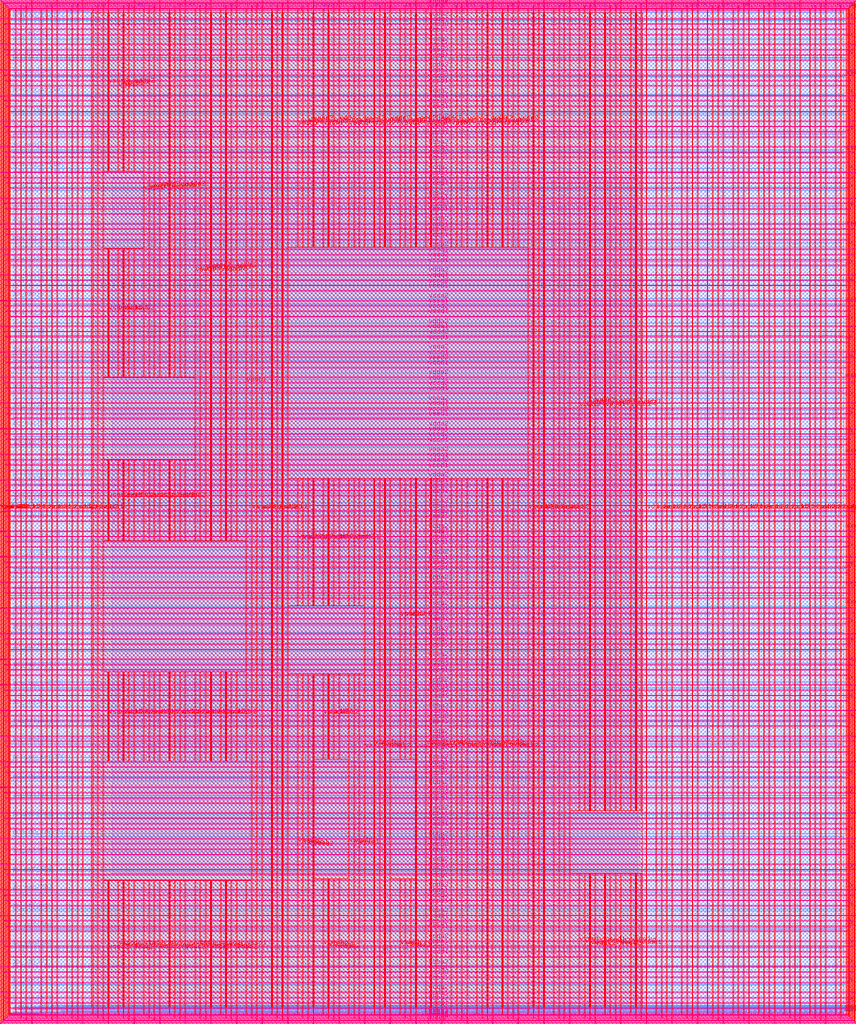
<source format=lef>
VERSION 5.7 ;
  NOWIREEXTENSIONATPIN ON ;
  DIVIDERCHAR "/" ;
  BUSBITCHARS "[]" ;
MACRO user_project_wrapper
  CLASS BLOCK ;
  FOREIGN user_project_wrapper ;
  ORIGIN 0.000 0.000 ;
  SIZE 2920.000 BY 3520.000 ;
  PIN analog_io[0]
    DIRECTION INOUT ;
    USE SIGNAL ;
    PORT
      LAYER met3 ;
        RECT 2917.600 1426.380 2924.800 1427.580 ;
    END
  END analog_io[0]
  PIN analog_io[10]
    DIRECTION INOUT ;
    USE SIGNAL ;
    PORT
      LAYER met2 ;
        RECT 2230.490 3517.600 2231.050 3524.800 ;
    END
  END analog_io[10]
  PIN analog_io[11]
    DIRECTION INOUT ;
    USE SIGNAL ;
    PORT
      LAYER met2 ;
        RECT 1905.730 3517.600 1906.290 3524.800 ;
    END
  END analog_io[11]
  PIN analog_io[12]
    DIRECTION INOUT ;
    USE SIGNAL ;
    PORT
      LAYER met2 ;
        RECT 1581.430 3517.600 1581.990 3524.800 ;
    END
  END analog_io[12]
  PIN analog_io[13]
    DIRECTION INOUT ;
    USE SIGNAL ;
    PORT
      LAYER met2 ;
        RECT 1257.130 3517.600 1257.690 3524.800 ;
    END
  END analog_io[13]
  PIN analog_io[14]
    DIRECTION INOUT ;
    USE SIGNAL ;
    PORT
      LAYER met2 ;
        RECT 932.370 3517.600 932.930 3524.800 ;
    END
  END analog_io[14]
  PIN analog_io[15]
    DIRECTION INOUT ;
    USE SIGNAL ;
    PORT
      LAYER met2 ;
        RECT 608.070 3517.600 608.630 3524.800 ;
    END
  END analog_io[15]
  PIN analog_io[16]
    DIRECTION INOUT ;
    USE SIGNAL ;
    PORT
      LAYER met2 ;
        RECT 283.770 3517.600 284.330 3524.800 ;
    END
  END analog_io[16]
  PIN analog_io[17]
    DIRECTION INOUT ;
    USE SIGNAL ;
    PORT
      LAYER met3 ;
        RECT -4.800 3486.100 2.400 3487.300 ;
    END
  END analog_io[17]
  PIN analog_io[18]
    DIRECTION INOUT ;
    USE SIGNAL ;
    PORT
      LAYER met3 ;
        RECT -4.800 3224.980 2.400 3226.180 ;
    END
  END analog_io[18]
  PIN analog_io[19]
    DIRECTION INOUT ;
    USE SIGNAL ;
    PORT
      LAYER met3 ;
        RECT -4.800 2964.540 2.400 2965.740 ;
    END
  END analog_io[19]
  PIN analog_io[1]
    DIRECTION INOUT ;
    USE SIGNAL ;
    PORT
      LAYER met3 ;
        RECT 2917.600 1692.260 2924.800 1693.460 ;
    END
  END analog_io[1]
  PIN analog_io[20]
    DIRECTION INOUT ;
    USE SIGNAL ;
    PORT
      LAYER met3 ;
        RECT -4.800 2703.420 2.400 2704.620 ;
    END
  END analog_io[20]
  PIN analog_io[21]
    DIRECTION INOUT ;
    USE SIGNAL ;
    PORT
      LAYER met3 ;
        RECT -4.800 2442.980 2.400 2444.180 ;
    END
  END analog_io[21]
  PIN analog_io[22]
    DIRECTION INOUT ;
    USE SIGNAL ;
    PORT
      LAYER met3 ;
        RECT -4.800 2182.540 2.400 2183.740 ;
    END
  END analog_io[22]
  PIN analog_io[23]
    DIRECTION INOUT ;
    USE SIGNAL ;
    PORT
      LAYER met3 ;
        RECT -4.800 1921.420 2.400 1922.620 ;
    END
  END analog_io[23]
  PIN analog_io[24]
    DIRECTION INOUT ;
    USE SIGNAL ;
    PORT
      LAYER met3 ;
        RECT -4.800 1660.980 2.400 1662.180 ;
    END
  END analog_io[24]
  PIN analog_io[25]
    DIRECTION INOUT ;
    USE SIGNAL ;
    PORT
      LAYER met3 ;
        RECT -4.800 1399.860 2.400 1401.060 ;
    END
  END analog_io[25]
  PIN analog_io[26]
    DIRECTION INOUT ;
    USE SIGNAL ;
    PORT
      LAYER met3 ;
        RECT -4.800 1139.420 2.400 1140.620 ;
    END
  END analog_io[26]
  PIN analog_io[27]
    DIRECTION INOUT ;
    USE SIGNAL ;
    PORT
      LAYER met3 ;
        RECT -4.800 878.980 2.400 880.180 ;
    END
  END analog_io[27]
  PIN analog_io[28]
    DIRECTION INOUT ;
    USE SIGNAL ;
    PORT
      LAYER met3 ;
        RECT -4.800 617.860 2.400 619.060 ;
    END
  END analog_io[28]
  PIN analog_io[2]
    DIRECTION INOUT ;
    USE SIGNAL ;
    PORT
      LAYER met3 ;
        RECT 2917.600 1958.140 2924.800 1959.340 ;
    END
  END analog_io[2]
  PIN analog_io[3]
    DIRECTION INOUT ;
    USE SIGNAL ;
    PORT
      LAYER met3 ;
        RECT 2917.600 2223.340 2924.800 2224.540 ;
    END
  END analog_io[3]
  PIN analog_io[4]
    DIRECTION INOUT ;
    USE SIGNAL ;
    PORT
      LAYER met3 ;
        RECT 2917.600 2489.220 2924.800 2490.420 ;
    END
  END analog_io[4]
  PIN analog_io[5]
    DIRECTION INOUT ;
    USE SIGNAL ;
    PORT
      LAYER met3 ;
        RECT 2917.600 2755.100 2924.800 2756.300 ;
    END
  END analog_io[5]
  PIN analog_io[6]
    DIRECTION INOUT ;
    USE SIGNAL ;
    PORT
      LAYER met3 ;
        RECT 2917.600 3020.300 2924.800 3021.500 ;
    END
  END analog_io[6]
  PIN analog_io[7]
    DIRECTION INOUT ;
    USE SIGNAL ;
    PORT
      LAYER met3 ;
        RECT 2917.600 3286.180 2924.800 3287.380 ;
    END
  END analog_io[7]
  PIN analog_io[8]
    DIRECTION INOUT ;
    USE SIGNAL ;
    PORT
      LAYER met2 ;
        RECT 2879.090 3517.600 2879.650 3524.800 ;
    END
  END analog_io[8]
  PIN analog_io[9]
    DIRECTION INOUT ;
    USE SIGNAL ;
    PORT
      LAYER met2 ;
        RECT 2554.790 3517.600 2555.350 3524.800 ;
    END
  END analog_io[9]
  PIN io_in[0]
    DIRECTION INPUT ;
    USE SIGNAL ;
    PORT
      LAYER met3 ;
        RECT 2917.600 32.380 2924.800 33.580 ;
    END
  END io_in[0]
  PIN io_in[10]
    DIRECTION INPUT ;
    USE SIGNAL ;
    PORT
      LAYER met3 ;
        RECT 2917.600 2289.980 2924.800 2291.180 ;
    END
  END io_in[10]
  PIN io_in[11]
    DIRECTION INPUT ;
    USE SIGNAL ;
    PORT
      LAYER met3 ;
        RECT 2917.600 2555.860 2924.800 2557.060 ;
    END
  END io_in[11]
  PIN io_in[12]
    DIRECTION INPUT ;
    USE SIGNAL ;
    PORT
      LAYER met3 ;
        RECT 2917.600 2821.060 2924.800 2822.260 ;
    END
  END io_in[12]
  PIN io_in[13]
    DIRECTION INPUT ;
    USE SIGNAL ;
    PORT
      LAYER met3 ;
        RECT 2917.600 3086.940 2924.800 3088.140 ;
    END
  END io_in[13]
  PIN io_in[14]
    DIRECTION INPUT ;
    USE SIGNAL ;
    PORT
      LAYER met3 ;
        RECT 2917.600 3352.820 2924.800 3354.020 ;
    END
  END io_in[14]
  PIN io_in[15]
    DIRECTION INPUT ;
    USE SIGNAL ;
    PORT
      LAYER met2 ;
        RECT 2798.130 3517.600 2798.690 3524.800 ;
    END
  END io_in[15]
  PIN io_in[16]
    DIRECTION INPUT ;
    USE SIGNAL ;
    PORT
      LAYER met2 ;
        RECT 2473.830 3517.600 2474.390 3524.800 ;
    END
  END io_in[16]
  PIN io_in[17]
    DIRECTION INPUT ;
    USE SIGNAL ;
    PORT
      LAYER met2 ;
        RECT 2149.070 3517.600 2149.630 3524.800 ;
    END
  END io_in[17]
  PIN io_in[18]
    DIRECTION INPUT ;
    USE SIGNAL ;
    PORT
      LAYER met2 ;
        RECT 1824.770 3517.600 1825.330 3524.800 ;
    END
  END io_in[18]
  PIN io_in[19]
    DIRECTION INPUT ;
    USE SIGNAL ;
    PORT
      LAYER met2 ;
        RECT 1500.470 3517.600 1501.030 3524.800 ;
    END
  END io_in[19]
  PIN io_in[1]
    DIRECTION INPUT ;
    USE SIGNAL ;
    PORT
      LAYER met3 ;
        RECT 2917.600 230.940 2924.800 232.140 ;
    END
  END io_in[1]
  PIN io_in[20]
    DIRECTION INPUT ;
    USE SIGNAL ;
    PORT
      LAYER met2 ;
        RECT 1175.710 3517.600 1176.270 3524.800 ;
    END
  END io_in[20]
  PIN io_in[21]
    DIRECTION INPUT ;
    USE SIGNAL ;
    PORT
      LAYER met2 ;
        RECT 851.410 3517.600 851.970 3524.800 ;
    END
  END io_in[21]
  PIN io_in[22]
    DIRECTION INPUT ;
    USE SIGNAL ;
    PORT
      LAYER met2 ;
        RECT 527.110 3517.600 527.670 3524.800 ;
    END
  END io_in[22]
  PIN io_in[23]
    DIRECTION INPUT ;
    USE SIGNAL ;
    PORT
      LAYER met2 ;
        RECT 202.350 3517.600 202.910 3524.800 ;
    END
  END io_in[23]
  PIN io_in[24]
    DIRECTION INPUT ;
    USE SIGNAL ;
    PORT
      LAYER met3 ;
        RECT -4.800 3420.820 2.400 3422.020 ;
    END
  END io_in[24]
  PIN io_in[25]
    DIRECTION INPUT ;
    USE SIGNAL ;
    PORT
      LAYER met3 ;
        RECT -4.800 3159.700 2.400 3160.900 ;
    END
  END io_in[25]
  PIN io_in[26]
    DIRECTION INPUT ;
    USE SIGNAL ;
    PORT
      LAYER met3 ;
        RECT -4.800 2899.260 2.400 2900.460 ;
    END
  END io_in[26]
  PIN io_in[27]
    DIRECTION INPUT ;
    USE SIGNAL ;
    PORT
      LAYER met3 ;
        RECT -4.800 2638.820 2.400 2640.020 ;
    END
  END io_in[27]
  PIN io_in[28]
    DIRECTION INPUT ;
    USE SIGNAL ;
    PORT
      LAYER met3 ;
        RECT -4.800 2377.700 2.400 2378.900 ;
    END
  END io_in[28]
  PIN io_in[29]
    DIRECTION INPUT ;
    USE SIGNAL ;
    PORT
      LAYER met3 ;
        RECT -4.800 2117.260 2.400 2118.460 ;
    END
  END io_in[29]
  PIN io_in[2]
    DIRECTION INPUT ;
    USE SIGNAL ;
    PORT
      LAYER met3 ;
        RECT 2917.600 430.180 2924.800 431.380 ;
    END
  END io_in[2]
  PIN io_in[30]
    DIRECTION INPUT ;
    USE SIGNAL ;
    PORT
      LAYER met3 ;
        RECT -4.800 1856.140 2.400 1857.340 ;
    END
  END io_in[30]
  PIN io_in[31]
    DIRECTION INPUT ;
    USE SIGNAL ;
    PORT
      LAYER met3 ;
        RECT -4.800 1595.700 2.400 1596.900 ;
    END
  END io_in[31]
  PIN io_in[32]
    DIRECTION INPUT ;
    USE SIGNAL ;
    PORT
      LAYER met3 ;
        RECT -4.800 1335.260 2.400 1336.460 ;
    END
  END io_in[32]
  PIN io_in[33]
    DIRECTION INPUT ;
    USE SIGNAL ;
    PORT
      LAYER met3 ;
        RECT -4.800 1074.140 2.400 1075.340 ;
    END
  END io_in[33]
  PIN io_in[34]
    DIRECTION INPUT ;
    USE SIGNAL ;
    PORT
      LAYER met3 ;
        RECT -4.800 813.700 2.400 814.900 ;
    END
  END io_in[34]
  PIN io_in[35]
    DIRECTION INPUT ;
    USE SIGNAL ;
    PORT
      LAYER met3 ;
        RECT -4.800 552.580 2.400 553.780 ;
    END
  END io_in[35]
  PIN io_in[36]
    DIRECTION INPUT ;
    USE SIGNAL ;
    PORT
      LAYER met3 ;
        RECT -4.800 357.420 2.400 358.620 ;
    END
  END io_in[36]
  PIN io_in[37]
    DIRECTION INPUT ;
    USE SIGNAL ;
    PORT
      LAYER met3 ;
        RECT -4.800 161.580 2.400 162.780 ;
    END
  END io_in[37]
  PIN io_in[3]
    DIRECTION INPUT ;
    USE SIGNAL ;
    PORT
      LAYER met3 ;
        RECT 2917.600 629.420 2924.800 630.620 ;
    END
  END io_in[3]
  PIN io_in[4]
    DIRECTION INPUT ;
    USE SIGNAL ;
    PORT
      LAYER met3 ;
        RECT 2917.600 828.660 2924.800 829.860 ;
    END
  END io_in[4]
  PIN io_in[5]
    DIRECTION INPUT ;
    USE SIGNAL ;
    PORT
      LAYER met3 ;
        RECT 2917.600 1027.900 2924.800 1029.100 ;
    END
  END io_in[5]
  PIN io_in[6]
    DIRECTION INPUT ;
    USE SIGNAL ;
    PORT
      LAYER met3 ;
        RECT 2917.600 1227.140 2924.800 1228.340 ;
    END
  END io_in[6]
  PIN io_in[7]
    DIRECTION INPUT ;
    USE SIGNAL ;
    PORT
      LAYER met3 ;
        RECT 2917.600 1493.020 2924.800 1494.220 ;
    END
  END io_in[7]
  PIN io_in[8]
    DIRECTION INPUT ;
    USE SIGNAL ;
    PORT
      LAYER met3 ;
        RECT 2917.600 1758.900 2924.800 1760.100 ;
    END
  END io_in[8]
  PIN io_in[9]
    DIRECTION INPUT ;
    USE SIGNAL ;
    PORT
      LAYER met3 ;
        RECT 2917.600 2024.100 2924.800 2025.300 ;
    END
  END io_in[9]
  PIN io_oeb[0]
    DIRECTION OUTPUT TRISTATE ;
    USE SIGNAL ;
    PORT
      LAYER met3 ;
        RECT 2917.600 164.980 2924.800 166.180 ;
    END
  END io_oeb[0]
  PIN io_oeb[10]
    DIRECTION OUTPUT TRISTATE ;
    USE SIGNAL ;
    PORT
      LAYER met3 ;
        RECT 2917.600 2422.580 2924.800 2423.780 ;
    END
  END io_oeb[10]
  PIN io_oeb[11]
    DIRECTION OUTPUT TRISTATE ;
    USE SIGNAL ;
    PORT
      LAYER met3 ;
        RECT 2917.600 2688.460 2924.800 2689.660 ;
    END
  END io_oeb[11]
  PIN io_oeb[12]
    DIRECTION OUTPUT TRISTATE ;
    USE SIGNAL ;
    PORT
      LAYER met3 ;
        RECT 2917.600 2954.340 2924.800 2955.540 ;
    END
  END io_oeb[12]
  PIN io_oeb[13]
    DIRECTION OUTPUT TRISTATE ;
    USE SIGNAL ;
    PORT
      LAYER met3 ;
        RECT 2917.600 3219.540 2924.800 3220.740 ;
    END
  END io_oeb[13]
  PIN io_oeb[14]
    DIRECTION OUTPUT TRISTATE ;
    USE SIGNAL ;
    PORT
      LAYER met3 ;
        RECT 2917.600 3485.420 2924.800 3486.620 ;
    END
  END io_oeb[14]
  PIN io_oeb[15]
    DIRECTION OUTPUT TRISTATE ;
    USE SIGNAL ;
    PORT
      LAYER met2 ;
        RECT 2635.750 3517.600 2636.310 3524.800 ;
    END
  END io_oeb[15]
  PIN io_oeb[16]
    DIRECTION OUTPUT TRISTATE ;
    USE SIGNAL ;
    PORT
      LAYER met2 ;
        RECT 2311.450 3517.600 2312.010 3524.800 ;
    END
  END io_oeb[16]
  PIN io_oeb[17]
    DIRECTION OUTPUT TRISTATE ;
    USE SIGNAL ;
    PORT
      LAYER met2 ;
        RECT 1987.150 3517.600 1987.710 3524.800 ;
    END
  END io_oeb[17]
  PIN io_oeb[18]
    DIRECTION OUTPUT TRISTATE ;
    USE SIGNAL ;
    PORT
      LAYER met2 ;
        RECT 1662.390 3517.600 1662.950 3524.800 ;
    END
  END io_oeb[18]
  PIN io_oeb[19]
    DIRECTION OUTPUT TRISTATE ;
    USE SIGNAL ;
    PORT
      LAYER met2 ;
        RECT 1338.090 3517.600 1338.650 3524.800 ;
    END
  END io_oeb[19]
  PIN io_oeb[1]
    DIRECTION OUTPUT TRISTATE ;
    USE SIGNAL ;
    PORT
      LAYER met3 ;
        RECT 2917.600 364.220 2924.800 365.420 ;
    END
  END io_oeb[1]
  PIN io_oeb[20]
    DIRECTION OUTPUT TRISTATE ;
    USE SIGNAL ;
    PORT
      LAYER met2 ;
        RECT 1013.790 3517.600 1014.350 3524.800 ;
    END
  END io_oeb[20]
  PIN io_oeb[21]
    DIRECTION OUTPUT TRISTATE ;
    USE SIGNAL ;
    PORT
      LAYER met2 ;
        RECT 689.030 3517.600 689.590 3524.800 ;
    END
  END io_oeb[21]
  PIN io_oeb[22]
    DIRECTION OUTPUT TRISTATE ;
    USE SIGNAL ;
    PORT
      LAYER met2 ;
        RECT 364.730 3517.600 365.290 3524.800 ;
    END
  END io_oeb[22]
  PIN io_oeb[23]
    DIRECTION OUTPUT TRISTATE ;
    USE SIGNAL ;
    PORT
      LAYER met2 ;
        RECT 40.430 3517.600 40.990 3524.800 ;
    END
  END io_oeb[23]
  PIN io_oeb[24]
    DIRECTION OUTPUT TRISTATE ;
    USE SIGNAL ;
    PORT
      LAYER met3 ;
        RECT -4.800 3290.260 2.400 3291.460 ;
    END
  END io_oeb[24]
  PIN io_oeb[25]
    DIRECTION OUTPUT TRISTATE ;
    USE SIGNAL ;
    PORT
      LAYER met3 ;
        RECT -4.800 3029.820 2.400 3031.020 ;
    END
  END io_oeb[25]
  PIN io_oeb[26]
    DIRECTION OUTPUT TRISTATE ;
    USE SIGNAL ;
    PORT
      LAYER met3 ;
        RECT -4.800 2768.700 2.400 2769.900 ;
    END
  END io_oeb[26]
  PIN io_oeb[27]
    DIRECTION OUTPUT TRISTATE ;
    USE SIGNAL ;
    PORT
      LAYER met3 ;
        RECT -4.800 2508.260 2.400 2509.460 ;
    END
  END io_oeb[27]
  PIN io_oeb[28]
    DIRECTION OUTPUT TRISTATE ;
    USE SIGNAL ;
    PORT
      LAYER met3 ;
        RECT -4.800 2247.140 2.400 2248.340 ;
    END
  END io_oeb[28]
  PIN io_oeb[29]
    DIRECTION OUTPUT TRISTATE ;
    USE SIGNAL ;
    PORT
      LAYER met3 ;
        RECT -4.800 1986.700 2.400 1987.900 ;
    END
  END io_oeb[29]
  PIN io_oeb[2]
    DIRECTION OUTPUT TRISTATE ;
    USE SIGNAL ;
    PORT
      LAYER met3 ;
        RECT 2917.600 563.460 2924.800 564.660 ;
    END
  END io_oeb[2]
  PIN io_oeb[30]
    DIRECTION OUTPUT TRISTATE ;
    USE SIGNAL ;
    PORT
      LAYER met3 ;
        RECT -4.800 1726.260 2.400 1727.460 ;
    END
  END io_oeb[30]
  PIN io_oeb[31]
    DIRECTION OUTPUT TRISTATE ;
    USE SIGNAL ;
    PORT
      LAYER met3 ;
        RECT -4.800 1465.140 2.400 1466.340 ;
    END
  END io_oeb[31]
  PIN io_oeb[32]
    DIRECTION OUTPUT TRISTATE ;
    USE SIGNAL ;
    PORT
      LAYER met3 ;
        RECT -4.800 1204.700 2.400 1205.900 ;
    END
  END io_oeb[32]
  PIN io_oeb[33]
    DIRECTION OUTPUT TRISTATE ;
    USE SIGNAL ;
    PORT
      LAYER met3 ;
        RECT -4.800 943.580 2.400 944.780 ;
    END
  END io_oeb[33]
  PIN io_oeb[34]
    DIRECTION OUTPUT TRISTATE ;
    USE SIGNAL ;
    PORT
      LAYER met3 ;
        RECT -4.800 683.140 2.400 684.340 ;
    END
  END io_oeb[34]
  PIN io_oeb[35]
    DIRECTION OUTPUT TRISTATE ;
    USE SIGNAL ;
    PORT
      LAYER met3 ;
        RECT -4.800 422.700 2.400 423.900 ;
    END
  END io_oeb[35]
  PIN io_oeb[36]
    DIRECTION OUTPUT TRISTATE ;
    USE SIGNAL ;
    PORT
      LAYER met3 ;
        RECT -4.800 226.860 2.400 228.060 ;
    END
  END io_oeb[36]
  PIN io_oeb[37]
    DIRECTION OUTPUT TRISTATE ;
    USE SIGNAL ;
    PORT
      LAYER met3 ;
        RECT -4.800 31.700 2.400 32.900 ;
    END
  END io_oeb[37]
  PIN io_oeb[3]
    DIRECTION OUTPUT TRISTATE ;
    USE SIGNAL ;
    PORT
      LAYER met3 ;
        RECT 2917.600 762.700 2924.800 763.900 ;
    END
  END io_oeb[3]
  PIN io_oeb[4]
    DIRECTION OUTPUT TRISTATE ;
    USE SIGNAL ;
    PORT
      LAYER met3 ;
        RECT 2917.600 961.940 2924.800 963.140 ;
    END
  END io_oeb[4]
  PIN io_oeb[5]
    DIRECTION OUTPUT TRISTATE ;
    USE SIGNAL ;
    PORT
      LAYER met3 ;
        RECT 2917.600 1161.180 2924.800 1162.380 ;
    END
  END io_oeb[5]
  PIN io_oeb[6]
    DIRECTION OUTPUT TRISTATE ;
    USE SIGNAL ;
    PORT
      LAYER met3 ;
        RECT 2917.600 1360.420 2924.800 1361.620 ;
    END
  END io_oeb[6]
  PIN io_oeb[7]
    DIRECTION OUTPUT TRISTATE ;
    USE SIGNAL ;
    PORT
      LAYER met3 ;
        RECT 2917.600 1625.620 2924.800 1626.820 ;
    END
  END io_oeb[7]
  PIN io_oeb[8]
    DIRECTION OUTPUT TRISTATE ;
    USE SIGNAL ;
    PORT
      LAYER met3 ;
        RECT 2917.600 1891.500 2924.800 1892.700 ;
    END
  END io_oeb[8]
  PIN io_oeb[9]
    DIRECTION OUTPUT TRISTATE ;
    USE SIGNAL ;
    PORT
      LAYER met3 ;
        RECT 2917.600 2157.380 2924.800 2158.580 ;
    END
  END io_oeb[9]
  PIN io_out[0]
    DIRECTION OUTPUT TRISTATE ;
    USE SIGNAL ;
    PORT
      LAYER met3 ;
        RECT 2917.600 98.340 2924.800 99.540 ;
    END
  END io_out[0]
  PIN io_out[10]
    DIRECTION OUTPUT TRISTATE ;
    USE SIGNAL ;
    PORT
      LAYER met3 ;
        RECT 2917.600 2356.620 2924.800 2357.820 ;
    END
  END io_out[10]
  PIN io_out[11]
    DIRECTION OUTPUT TRISTATE ;
    USE SIGNAL ;
    PORT
      LAYER met3 ;
        RECT 2917.600 2621.820 2924.800 2623.020 ;
    END
  END io_out[11]
  PIN io_out[12]
    DIRECTION OUTPUT TRISTATE ;
    USE SIGNAL ;
    PORT
      LAYER met3 ;
        RECT 2917.600 2887.700 2924.800 2888.900 ;
    END
  END io_out[12]
  PIN io_out[13]
    DIRECTION OUTPUT TRISTATE ;
    USE SIGNAL ;
    PORT
      LAYER met3 ;
        RECT 2917.600 3153.580 2924.800 3154.780 ;
    END
  END io_out[13]
  PIN io_out[14]
    DIRECTION OUTPUT TRISTATE ;
    USE SIGNAL ;
    PORT
      LAYER met3 ;
        RECT 2917.600 3418.780 2924.800 3419.980 ;
    END
  END io_out[14]
  PIN io_out[15]
    DIRECTION OUTPUT TRISTATE ;
    USE SIGNAL ;
    PORT
      LAYER met2 ;
        RECT 2717.170 3517.600 2717.730 3524.800 ;
    END
  END io_out[15]
  PIN io_out[16]
    DIRECTION OUTPUT TRISTATE ;
    USE SIGNAL ;
    PORT
      LAYER met2 ;
        RECT 2392.410 3517.600 2392.970 3524.800 ;
    END
  END io_out[16]
  PIN io_out[17]
    DIRECTION OUTPUT TRISTATE ;
    USE SIGNAL ;
    PORT
      LAYER met2 ;
        RECT 2068.110 3517.600 2068.670 3524.800 ;
    END
  END io_out[17]
  PIN io_out[18]
    DIRECTION OUTPUT TRISTATE ;
    USE SIGNAL ;
    PORT
      LAYER met2 ;
        RECT 1743.810 3517.600 1744.370 3524.800 ;
    END
  END io_out[18]
  PIN io_out[19]
    DIRECTION OUTPUT TRISTATE ;
    USE SIGNAL ;
    PORT
      LAYER met2 ;
        RECT 1419.050 3517.600 1419.610 3524.800 ;
    END
  END io_out[19]
  PIN io_out[1]
    DIRECTION OUTPUT TRISTATE ;
    USE SIGNAL ;
    PORT
      LAYER met3 ;
        RECT 2917.600 297.580 2924.800 298.780 ;
    END
  END io_out[1]
  PIN io_out[20]
    DIRECTION OUTPUT TRISTATE ;
    USE SIGNAL ;
    PORT
      LAYER met2 ;
        RECT 1094.750 3517.600 1095.310 3524.800 ;
    END
  END io_out[20]
  PIN io_out[21]
    DIRECTION OUTPUT TRISTATE ;
    USE SIGNAL ;
    PORT
      LAYER met2 ;
        RECT 770.450 3517.600 771.010 3524.800 ;
    END
  END io_out[21]
  PIN io_out[22]
    DIRECTION OUTPUT TRISTATE ;
    USE SIGNAL ;
    PORT
      LAYER met2 ;
        RECT 445.690 3517.600 446.250 3524.800 ;
    END
  END io_out[22]
  PIN io_out[23]
    DIRECTION OUTPUT TRISTATE ;
    USE SIGNAL ;
    PORT
      LAYER met2 ;
        RECT 121.390 3517.600 121.950 3524.800 ;
    END
  END io_out[23]
  PIN io_out[24]
    DIRECTION OUTPUT TRISTATE ;
    USE SIGNAL ;
    PORT
      LAYER met3 ;
        RECT -4.800 3355.540 2.400 3356.740 ;
    END
  END io_out[24]
  PIN io_out[25]
    DIRECTION OUTPUT TRISTATE ;
    USE SIGNAL ;
    PORT
      LAYER met3 ;
        RECT -4.800 3095.100 2.400 3096.300 ;
    END
  END io_out[25]
  PIN io_out[26]
    DIRECTION OUTPUT TRISTATE ;
    USE SIGNAL ;
    PORT
      LAYER met3 ;
        RECT -4.800 2833.980 2.400 2835.180 ;
    END
  END io_out[26]
  PIN io_out[27]
    DIRECTION OUTPUT TRISTATE ;
    USE SIGNAL ;
    PORT
      LAYER met3 ;
        RECT -4.800 2573.540 2.400 2574.740 ;
    END
  END io_out[27]
  PIN io_out[28]
    DIRECTION OUTPUT TRISTATE ;
    USE SIGNAL ;
    PORT
      LAYER met3 ;
        RECT -4.800 2312.420 2.400 2313.620 ;
    END
  END io_out[28]
  PIN io_out[29]
    DIRECTION OUTPUT TRISTATE ;
    USE SIGNAL ;
    PORT
      LAYER met3 ;
        RECT -4.800 2051.980 2.400 2053.180 ;
    END
  END io_out[29]
  PIN io_out[2]
    DIRECTION OUTPUT TRISTATE ;
    USE SIGNAL ;
    PORT
      LAYER met3 ;
        RECT 2917.600 496.820 2924.800 498.020 ;
    END
  END io_out[2]
  PIN io_out[30]
    DIRECTION OUTPUT TRISTATE ;
    USE SIGNAL ;
    PORT
      LAYER met3 ;
        RECT -4.800 1791.540 2.400 1792.740 ;
    END
  END io_out[30]
  PIN io_out[31]
    DIRECTION OUTPUT TRISTATE ;
    USE SIGNAL ;
    PORT
      LAYER met3 ;
        RECT -4.800 1530.420 2.400 1531.620 ;
    END
  END io_out[31]
  PIN io_out[32]
    DIRECTION OUTPUT TRISTATE ;
    USE SIGNAL ;
    PORT
      LAYER met3 ;
        RECT -4.800 1269.980 2.400 1271.180 ;
    END
  END io_out[32]
  PIN io_out[33]
    DIRECTION OUTPUT TRISTATE ;
    USE SIGNAL ;
    PORT
      LAYER met3 ;
        RECT -4.800 1008.860 2.400 1010.060 ;
    END
  END io_out[33]
  PIN io_out[34]
    DIRECTION OUTPUT TRISTATE ;
    USE SIGNAL ;
    PORT
      LAYER met3 ;
        RECT -4.800 748.420 2.400 749.620 ;
    END
  END io_out[34]
  PIN io_out[35]
    DIRECTION OUTPUT TRISTATE ;
    USE SIGNAL ;
    PORT
      LAYER met3 ;
        RECT -4.800 487.300 2.400 488.500 ;
    END
  END io_out[35]
  PIN io_out[36]
    DIRECTION OUTPUT TRISTATE ;
    USE SIGNAL ;
    PORT
      LAYER met3 ;
        RECT -4.800 292.140 2.400 293.340 ;
    END
  END io_out[36]
  PIN io_out[37]
    DIRECTION OUTPUT TRISTATE ;
    USE SIGNAL ;
    PORT
      LAYER met3 ;
        RECT -4.800 96.300 2.400 97.500 ;
    END
  END io_out[37]
  PIN io_out[3]
    DIRECTION OUTPUT TRISTATE ;
    USE SIGNAL ;
    PORT
      LAYER met3 ;
        RECT 2917.600 696.060 2924.800 697.260 ;
    END
  END io_out[3]
  PIN io_out[4]
    DIRECTION OUTPUT TRISTATE ;
    USE SIGNAL ;
    PORT
      LAYER met3 ;
        RECT 2917.600 895.300 2924.800 896.500 ;
    END
  END io_out[4]
  PIN io_out[5]
    DIRECTION OUTPUT TRISTATE ;
    USE SIGNAL ;
    PORT
      LAYER met3 ;
        RECT 2917.600 1094.540 2924.800 1095.740 ;
    END
  END io_out[5]
  PIN io_out[6]
    DIRECTION OUTPUT TRISTATE ;
    USE SIGNAL ;
    PORT
      LAYER met3 ;
        RECT 2917.600 1293.780 2924.800 1294.980 ;
    END
  END io_out[6]
  PIN io_out[7]
    DIRECTION OUTPUT TRISTATE ;
    USE SIGNAL ;
    PORT
      LAYER met3 ;
        RECT 2917.600 1559.660 2924.800 1560.860 ;
    END
  END io_out[7]
  PIN io_out[8]
    DIRECTION OUTPUT TRISTATE ;
    USE SIGNAL ;
    PORT
      LAYER met3 ;
        RECT 2917.600 1824.860 2924.800 1826.060 ;
    END
  END io_out[8]
  PIN io_out[9]
    DIRECTION OUTPUT TRISTATE ;
    USE SIGNAL ;
    PORT
      LAYER met3 ;
        RECT 2917.600 2090.740 2924.800 2091.940 ;
    END
  END io_out[9]
  PIN la_data_in[0]
    DIRECTION INPUT ;
    USE SIGNAL ;
    PORT
      LAYER met2 ;
        RECT 629.230 -4.800 629.790 2.400 ;
    END
  END la_data_in[0]
  PIN la_data_in[100]
    DIRECTION INPUT ;
    USE SIGNAL ;
    PORT
      LAYER met2 ;
        RECT 2402.530 -4.800 2403.090 2.400 ;
    END
  END la_data_in[100]
  PIN la_data_in[101]
    DIRECTION INPUT ;
    USE SIGNAL ;
    PORT
      LAYER met2 ;
        RECT 2420.010 -4.800 2420.570 2.400 ;
    END
  END la_data_in[101]
  PIN la_data_in[102]
    DIRECTION INPUT ;
    USE SIGNAL ;
    PORT
      LAYER met2 ;
        RECT 2437.950 -4.800 2438.510 2.400 ;
    END
  END la_data_in[102]
  PIN la_data_in[103]
    DIRECTION INPUT ;
    USE SIGNAL ;
    PORT
      LAYER met2 ;
        RECT 2455.430 -4.800 2455.990 2.400 ;
    END
  END la_data_in[103]
  PIN la_data_in[104]
    DIRECTION INPUT ;
    USE SIGNAL ;
    PORT
      LAYER met2 ;
        RECT 2473.370 -4.800 2473.930 2.400 ;
    END
  END la_data_in[104]
  PIN la_data_in[105]
    DIRECTION INPUT ;
    USE SIGNAL ;
    PORT
      LAYER met2 ;
        RECT 2490.850 -4.800 2491.410 2.400 ;
    END
  END la_data_in[105]
  PIN la_data_in[106]
    DIRECTION INPUT ;
    USE SIGNAL ;
    PORT
      LAYER met2 ;
        RECT 2508.790 -4.800 2509.350 2.400 ;
    END
  END la_data_in[106]
  PIN la_data_in[107]
    DIRECTION INPUT ;
    USE SIGNAL ;
    PORT
      LAYER met2 ;
        RECT 2526.730 -4.800 2527.290 2.400 ;
    END
  END la_data_in[107]
  PIN la_data_in[108]
    DIRECTION INPUT ;
    USE SIGNAL ;
    PORT
      LAYER met2 ;
        RECT 2544.210 -4.800 2544.770 2.400 ;
    END
  END la_data_in[108]
  PIN la_data_in[109]
    DIRECTION INPUT ;
    USE SIGNAL ;
    PORT
      LAYER met2 ;
        RECT 2562.150 -4.800 2562.710 2.400 ;
    END
  END la_data_in[109]
  PIN la_data_in[10]
    DIRECTION INPUT ;
    USE SIGNAL ;
    PORT
      LAYER met2 ;
        RECT 806.330 -4.800 806.890 2.400 ;
    END
  END la_data_in[10]
  PIN la_data_in[110]
    DIRECTION INPUT ;
    USE SIGNAL ;
    PORT
      LAYER met2 ;
        RECT 2579.630 -4.800 2580.190 2.400 ;
    END
  END la_data_in[110]
  PIN la_data_in[111]
    DIRECTION INPUT ;
    USE SIGNAL ;
    PORT
      LAYER met2 ;
        RECT 2597.570 -4.800 2598.130 2.400 ;
    END
  END la_data_in[111]
  PIN la_data_in[112]
    DIRECTION INPUT ;
    USE SIGNAL ;
    PORT
      LAYER met2 ;
        RECT 2615.050 -4.800 2615.610 2.400 ;
    END
  END la_data_in[112]
  PIN la_data_in[113]
    DIRECTION INPUT ;
    USE SIGNAL ;
    PORT
      LAYER met2 ;
        RECT 2632.990 -4.800 2633.550 2.400 ;
    END
  END la_data_in[113]
  PIN la_data_in[114]
    DIRECTION INPUT ;
    USE SIGNAL ;
    PORT
      LAYER met2 ;
        RECT 2650.470 -4.800 2651.030 2.400 ;
    END
  END la_data_in[114]
  PIN la_data_in[115]
    DIRECTION INPUT ;
    USE SIGNAL ;
    PORT
      LAYER met2 ;
        RECT 2668.410 -4.800 2668.970 2.400 ;
    END
  END la_data_in[115]
  PIN la_data_in[116]
    DIRECTION INPUT ;
    USE SIGNAL ;
    PORT
      LAYER met2 ;
        RECT 2685.890 -4.800 2686.450 2.400 ;
    END
  END la_data_in[116]
  PIN la_data_in[117]
    DIRECTION INPUT ;
    USE SIGNAL ;
    PORT
      LAYER met2 ;
        RECT 2703.830 -4.800 2704.390 2.400 ;
    END
  END la_data_in[117]
  PIN la_data_in[118]
    DIRECTION INPUT ;
    USE SIGNAL ;
    PORT
      LAYER met2 ;
        RECT 2721.770 -4.800 2722.330 2.400 ;
    END
  END la_data_in[118]
  PIN la_data_in[119]
    DIRECTION INPUT ;
    USE SIGNAL ;
    PORT
      LAYER met2 ;
        RECT 2739.250 -4.800 2739.810 2.400 ;
    END
  END la_data_in[119]
  PIN la_data_in[11]
    DIRECTION INPUT ;
    USE SIGNAL ;
    PORT
      LAYER met2 ;
        RECT 824.270 -4.800 824.830 2.400 ;
    END
  END la_data_in[11]
  PIN la_data_in[120]
    DIRECTION INPUT ;
    USE SIGNAL ;
    PORT
      LAYER met2 ;
        RECT 2757.190 -4.800 2757.750 2.400 ;
    END
  END la_data_in[120]
  PIN la_data_in[121]
    DIRECTION INPUT ;
    USE SIGNAL ;
    PORT
      LAYER met2 ;
        RECT 2774.670 -4.800 2775.230 2.400 ;
    END
  END la_data_in[121]
  PIN la_data_in[122]
    DIRECTION INPUT ;
    USE SIGNAL ;
    PORT
      LAYER met2 ;
        RECT 2792.610 -4.800 2793.170 2.400 ;
    END
  END la_data_in[122]
  PIN la_data_in[123]
    DIRECTION INPUT ;
    USE SIGNAL ;
    PORT
      LAYER met2 ;
        RECT 2810.090 -4.800 2810.650 2.400 ;
    END
  END la_data_in[123]
  PIN la_data_in[124]
    DIRECTION INPUT ;
    USE SIGNAL ;
    PORT
      LAYER met2 ;
        RECT 2828.030 -4.800 2828.590 2.400 ;
    END
  END la_data_in[124]
  PIN la_data_in[125]
    DIRECTION INPUT ;
    USE SIGNAL ;
    PORT
      LAYER met2 ;
        RECT 2845.510 -4.800 2846.070 2.400 ;
    END
  END la_data_in[125]
  PIN la_data_in[126]
    DIRECTION INPUT ;
    USE SIGNAL ;
    PORT
      LAYER met2 ;
        RECT 2863.450 -4.800 2864.010 2.400 ;
    END
  END la_data_in[126]
  PIN la_data_in[127]
    DIRECTION INPUT ;
    USE SIGNAL ;
    PORT
      LAYER met2 ;
        RECT 2881.390 -4.800 2881.950 2.400 ;
    END
  END la_data_in[127]
  PIN la_data_in[12]
    DIRECTION INPUT ;
    USE SIGNAL ;
    PORT
      LAYER met2 ;
        RECT 841.750 -4.800 842.310 2.400 ;
    END
  END la_data_in[12]
  PIN la_data_in[13]
    DIRECTION INPUT ;
    USE SIGNAL ;
    PORT
      LAYER met2 ;
        RECT 859.690 -4.800 860.250 2.400 ;
    END
  END la_data_in[13]
  PIN la_data_in[14]
    DIRECTION INPUT ;
    USE SIGNAL ;
    PORT
      LAYER met2 ;
        RECT 877.170 -4.800 877.730 2.400 ;
    END
  END la_data_in[14]
  PIN la_data_in[15]
    DIRECTION INPUT ;
    USE SIGNAL ;
    PORT
      LAYER met2 ;
        RECT 895.110 -4.800 895.670 2.400 ;
    END
  END la_data_in[15]
  PIN la_data_in[16]
    DIRECTION INPUT ;
    USE SIGNAL ;
    PORT
      LAYER met2 ;
        RECT 912.590 -4.800 913.150 2.400 ;
    END
  END la_data_in[16]
  PIN la_data_in[17]
    DIRECTION INPUT ;
    USE SIGNAL ;
    PORT
      LAYER met2 ;
        RECT 930.530 -4.800 931.090 2.400 ;
    END
  END la_data_in[17]
  PIN la_data_in[18]
    DIRECTION INPUT ;
    USE SIGNAL ;
    PORT
      LAYER met2 ;
        RECT 948.470 -4.800 949.030 2.400 ;
    END
  END la_data_in[18]
  PIN la_data_in[19]
    DIRECTION INPUT ;
    USE SIGNAL ;
    PORT
      LAYER met2 ;
        RECT 965.950 -4.800 966.510 2.400 ;
    END
  END la_data_in[19]
  PIN la_data_in[1]
    DIRECTION INPUT ;
    USE SIGNAL ;
    PORT
      LAYER met2 ;
        RECT 646.710 -4.800 647.270 2.400 ;
    END
  END la_data_in[1]
  PIN la_data_in[20]
    DIRECTION INPUT ;
    USE SIGNAL ;
    PORT
      LAYER met2 ;
        RECT 983.890 -4.800 984.450 2.400 ;
    END
  END la_data_in[20]
  PIN la_data_in[21]
    DIRECTION INPUT ;
    USE SIGNAL ;
    PORT
      LAYER met2 ;
        RECT 1001.370 -4.800 1001.930 2.400 ;
    END
  END la_data_in[21]
  PIN la_data_in[22]
    DIRECTION INPUT ;
    USE SIGNAL ;
    PORT
      LAYER met2 ;
        RECT 1019.310 -4.800 1019.870 2.400 ;
    END
  END la_data_in[22]
  PIN la_data_in[23]
    DIRECTION INPUT ;
    USE SIGNAL ;
    PORT
      LAYER met2 ;
        RECT 1036.790 -4.800 1037.350 2.400 ;
    END
  END la_data_in[23]
  PIN la_data_in[24]
    DIRECTION INPUT ;
    USE SIGNAL ;
    PORT
      LAYER met2 ;
        RECT 1054.730 -4.800 1055.290 2.400 ;
    END
  END la_data_in[24]
  PIN la_data_in[25]
    DIRECTION INPUT ;
    USE SIGNAL ;
    PORT
      LAYER met2 ;
        RECT 1072.210 -4.800 1072.770 2.400 ;
    END
  END la_data_in[25]
  PIN la_data_in[26]
    DIRECTION INPUT ;
    USE SIGNAL ;
    PORT
      LAYER met2 ;
        RECT 1090.150 -4.800 1090.710 2.400 ;
    END
  END la_data_in[26]
  PIN la_data_in[27]
    DIRECTION INPUT ;
    USE SIGNAL ;
    PORT
      LAYER met2 ;
        RECT 1107.630 -4.800 1108.190 2.400 ;
    END
  END la_data_in[27]
  PIN la_data_in[28]
    DIRECTION INPUT ;
    USE SIGNAL ;
    PORT
      LAYER met2 ;
        RECT 1125.570 -4.800 1126.130 2.400 ;
    END
  END la_data_in[28]
  PIN la_data_in[29]
    DIRECTION INPUT ;
    USE SIGNAL ;
    PORT
      LAYER met2 ;
        RECT 1143.510 -4.800 1144.070 2.400 ;
    END
  END la_data_in[29]
  PIN la_data_in[2]
    DIRECTION INPUT ;
    USE SIGNAL ;
    PORT
      LAYER met2 ;
        RECT 664.650 -4.800 665.210 2.400 ;
    END
  END la_data_in[2]
  PIN la_data_in[30]
    DIRECTION INPUT ;
    USE SIGNAL ;
    PORT
      LAYER met2 ;
        RECT 1160.990 -4.800 1161.550 2.400 ;
    END
  END la_data_in[30]
  PIN la_data_in[31]
    DIRECTION INPUT ;
    USE SIGNAL ;
    PORT
      LAYER met2 ;
        RECT 1178.930 -4.800 1179.490 2.400 ;
    END
  END la_data_in[31]
  PIN la_data_in[32]
    DIRECTION INPUT ;
    USE SIGNAL ;
    PORT
      LAYER met2 ;
        RECT 1196.410 -4.800 1196.970 2.400 ;
    END
  END la_data_in[32]
  PIN la_data_in[33]
    DIRECTION INPUT ;
    USE SIGNAL ;
    PORT
      LAYER met2 ;
        RECT 1214.350 -4.800 1214.910 2.400 ;
    END
  END la_data_in[33]
  PIN la_data_in[34]
    DIRECTION INPUT ;
    USE SIGNAL ;
    PORT
      LAYER met2 ;
        RECT 1231.830 -4.800 1232.390 2.400 ;
    END
  END la_data_in[34]
  PIN la_data_in[35]
    DIRECTION INPUT ;
    USE SIGNAL ;
    PORT
      LAYER met2 ;
        RECT 1249.770 -4.800 1250.330 2.400 ;
    END
  END la_data_in[35]
  PIN la_data_in[36]
    DIRECTION INPUT ;
    USE SIGNAL ;
    PORT
      LAYER met2 ;
        RECT 1267.250 -4.800 1267.810 2.400 ;
    END
  END la_data_in[36]
  PIN la_data_in[37]
    DIRECTION INPUT ;
    USE SIGNAL ;
    PORT
      LAYER met2 ;
        RECT 1285.190 -4.800 1285.750 2.400 ;
    END
  END la_data_in[37]
  PIN la_data_in[38]
    DIRECTION INPUT ;
    USE SIGNAL ;
    PORT
      LAYER met2 ;
        RECT 1303.130 -4.800 1303.690 2.400 ;
    END
  END la_data_in[38]
  PIN la_data_in[39]
    DIRECTION INPUT ;
    USE SIGNAL ;
    PORT
      LAYER met2 ;
        RECT 1320.610 -4.800 1321.170 2.400 ;
    END
  END la_data_in[39]
  PIN la_data_in[3]
    DIRECTION INPUT ;
    USE SIGNAL ;
    PORT
      LAYER met2 ;
        RECT 682.130 -4.800 682.690 2.400 ;
    END
  END la_data_in[3]
  PIN la_data_in[40]
    DIRECTION INPUT ;
    USE SIGNAL ;
    PORT
      LAYER met2 ;
        RECT 1338.550 -4.800 1339.110 2.400 ;
    END
  END la_data_in[40]
  PIN la_data_in[41]
    DIRECTION INPUT ;
    USE SIGNAL ;
    PORT
      LAYER met2 ;
        RECT 1356.030 -4.800 1356.590 2.400 ;
    END
  END la_data_in[41]
  PIN la_data_in[42]
    DIRECTION INPUT ;
    USE SIGNAL ;
    PORT
      LAYER met2 ;
        RECT 1373.970 -4.800 1374.530 2.400 ;
    END
  END la_data_in[42]
  PIN la_data_in[43]
    DIRECTION INPUT ;
    USE SIGNAL ;
    PORT
      LAYER met2 ;
        RECT 1391.450 -4.800 1392.010 2.400 ;
    END
  END la_data_in[43]
  PIN la_data_in[44]
    DIRECTION INPUT ;
    USE SIGNAL ;
    PORT
      LAYER met2 ;
        RECT 1409.390 -4.800 1409.950 2.400 ;
    END
  END la_data_in[44]
  PIN la_data_in[45]
    DIRECTION INPUT ;
    USE SIGNAL ;
    PORT
      LAYER met2 ;
        RECT 1426.870 -4.800 1427.430 2.400 ;
    END
  END la_data_in[45]
  PIN la_data_in[46]
    DIRECTION INPUT ;
    USE SIGNAL ;
    PORT
      LAYER met2 ;
        RECT 1444.810 -4.800 1445.370 2.400 ;
    END
  END la_data_in[46]
  PIN la_data_in[47]
    DIRECTION INPUT ;
    USE SIGNAL ;
    PORT
      LAYER met2 ;
        RECT 1462.750 -4.800 1463.310 2.400 ;
    END
  END la_data_in[47]
  PIN la_data_in[48]
    DIRECTION INPUT ;
    USE SIGNAL ;
    PORT
      LAYER met2 ;
        RECT 1480.230 -4.800 1480.790 2.400 ;
    END
  END la_data_in[48]
  PIN la_data_in[49]
    DIRECTION INPUT ;
    USE SIGNAL ;
    PORT
      LAYER met2 ;
        RECT 1498.170 -4.800 1498.730 2.400 ;
    END
  END la_data_in[49]
  PIN la_data_in[4]
    DIRECTION INPUT ;
    USE SIGNAL ;
    PORT
      LAYER met2 ;
        RECT 700.070 -4.800 700.630 2.400 ;
    END
  END la_data_in[4]
  PIN la_data_in[50]
    DIRECTION INPUT ;
    USE SIGNAL ;
    PORT
      LAYER met2 ;
        RECT 1515.650 -4.800 1516.210 2.400 ;
    END
  END la_data_in[50]
  PIN la_data_in[51]
    DIRECTION INPUT ;
    USE SIGNAL ;
    PORT
      LAYER met2 ;
        RECT 1533.590 -4.800 1534.150 2.400 ;
    END
  END la_data_in[51]
  PIN la_data_in[52]
    DIRECTION INPUT ;
    USE SIGNAL ;
    PORT
      LAYER met2 ;
        RECT 1551.070 -4.800 1551.630 2.400 ;
    END
  END la_data_in[52]
  PIN la_data_in[53]
    DIRECTION INPUT ;
    USE SIGNAL ;
    PORT
      LAYER met2 ;
        RECT 1569.010 -4.800 1569.570 2.400 ;
    END
  END la_data_in[53]
  PIN la_data_in[54]
    DIRECTION INPUT ;
    USE SIGNAL ;
    PORT
      LAYER met2 ;
        RECT 1586.490 -4.800 1587.050 2.400 ;
    END
  END la_data_in[54]
  PIN la_data_in[55]
    DIRECTION INPUT ;
    USE SIGNAL ;
    PORT
      LAYER met2 ;
        RECT 1604.430 -4.800 1604.990 2.400 ;
    END
  END la_data_in[55]
  PIN la_data_in[56]
    DIRECTION INPUT ;
    USE SIGNAL ;
    PORT
      LAYER met2 ;
        RECT 1621.910 -4.800 1622.470 2.400 ;
    END
  END la_data_in[56]
  PIN la_data_in[57]
    DIRECTION INPUT ;
    USE SIGNAL ;
    PORT
      LAYER met2 ;
        RECT 1639.850 -4.800 1640.410 2.400 ;
    END
  END la_data_in[57]
  PIN la_data_in[58]
    DIRECTION INPUT ;
    USE SIGNAL ;
    PORT
      LAYER met2 ;
        RECT 1657.790 -4.800 1658.350 2.400 ;
    END
  END la_data_in[58]
  PIN la_data_in[59]
    DIRECTION INPUT ;
    USE SIGNAL ;
    PORT
      LAYER met2 ;
        RECT 1675.270 -4.800 1675.830 2.400 ;
    END
  END la_data_in[59]
  PIN la_data_in[5]
    DIRECTION INPUT ;
    USE SIGNAL ;
    PORT
      LAYER met2 ;
        RECT 717.550 -4.800 718.110 2.400 ;
    END
  END la_data_in[5]
  PIN la_data_in[60]
    DIRECTION INPUT ;
    USE SIGNAL ;
    PORT
      LAYER met2 ;
        RECT 1693.210 -4.800 1693.770 2.400 ;
    END
  END la_data_in[60]
  PIN la_data_in[61]
    DIRECTION INPUT ;
    USE SIGNAL ;
    PORT
      LAYER met2 ;
        RECT 1710.690 -4.800 1711.250 2.400 ;
    END
  END la_data_in[61]
  PIN la_data_in[62]
    DIRECTION INPUT ;
    USE SIGNAL ;
    PORT
      LAYER met2 ;
        RECT 1728.630 -4.800 1729.190 2.400 ;
    END
  END la_data_in[62]
  PIN la_data_in[63]
    DIRECTION INPUT ;
    USE SIGNAL ;
    PORT
      LAYER met2 ;
        RECT 1746.110 -4.800 1746.670 2.400 ;
    END
  END la_data_in[63]
  PIN la_data_in[64]
    DIRECTION INPUT ;
    USE SIGNAL ;
    PORT
      LAYER met2 ;
        RECT 1764.050 -4.800 1764.610 2.400 ;
    END
  END la_data_in[64]
  PIN la_data_in[65]
    DIRECTION INPUT ;
    USE SIGNAL ;
    PORT
      LAYER met2 ;
        RECT 1781.530 -4.800 1782.090 2.400 ;
    END
  END la_data_in[65]
  PIN la_data_in[66]
    DIRECTION INPUT ;
    USE SIGNAL ;
    PORT
      LAYER met2 ;
        RECT 1799.470 -4.800 1800.030 2.400 ;
    END
  END la_data_in[66]
  PIN la_data_in[67]
    DIRECTION INPUT ;
    USE SIGNAL ;
    PORT
      LAYER met2 ;
        RECT 1817.410 -4.800 1817.970 2.400 ;
    END
  END la_data_in[67]
  PIN la_data_in[68]
    DIRECTION INPUT ;
    USE SIGNAL ;
    PORT
      LAYER met2 ;
        RECT 1834.890 -4.800 1835.450 2.400 ;
    END
  END la_data_in[68]
  PIN la_data_in[69]
    DIRECTION INPUT ;
    USE SIGNAL ;
    PORT
      LAYER met2 ;
        RECT 1852.830 -4.800 1853.390 2.400 ;
    END
  END la_data_in[69]
  PIN la_data_in[6]
    DIRECTION INPUT ;
    USE SIGNAL ;
    PORT
      LAYER met2 ;
        RECT 735.490 -4.800 736.050 2.400 ;
    END
  END la_data_in[6]
  PIN la_data_in[70]
    DIRECTION INPUT ;
    USE SIGNAL ;
    PORT
      LAYER met2 ;
        RECT 1870.310 -4.800 1870.870 2.400 ;
    END
  END la_data_in[70]
  PIN la_data_in[71]
    DIRECTION INPUT ;
    USE SIGNAL ;
    PORT
      LAYER met2 ;
        RECT 1888.250 -4.800 1888.810 2.400 ;
    END
  END la_data_in[71]
  PIN la_data_in[72]
    DIRECTION INPUT ;
    USE SIGNAL ;
    PORT
      LAYER met2 ;
        RECT 1905.730 -4.800 1906.290 2.400 ;
    END
  END la_data_in[72]
  PIN la_data_in[73]
    DIRECTION INPUT ;
    USE SIGNAL ;
    PORT
      LAYER met2 ;
        RECT 1923.670 -4.800 1924.230 2.400 ;
    END
  END la_data_in[73]
  PIN la_data_in[74]
    DIRECTION INPUT ;
    USE SIGNAL ;
    PORT
      LAYER met2 ;
        RECT 1941.150 -4.800 1941.710 2.400 ;
    END
  END la_data_in[74]
  PIN la_data_in[75]
    DIRECTION INPUT ;
    USE SIGNAL ;
    PORT
      LAYER met2 ;
        RECT 1959.090 -4.800 1959.650 2.400 ;
    END
  END la_data_in[75]
  PIN la_data_in[76]
    DIRECTION INPUT ;
    USE SIGNAL ;
    PORT
      LAYER met2 ;
        RECT 1976.570 -4.800 1977.130 2.400 ;
    END
  END la_data_in[76]
  PIN la_data_in[77]
    DIRECTION INPUT ;
    USE SIGNAL ;
    PORT
      LAYER met2 ;
        RECT 1994.510 -4.800 1995.070 2.400 ;
    END
  END la_data_in[77]
  PIN la_data_in[78]
    DIRECTION INPUT ;
    USE SIGNAL ;
    PORT
      LAYER met2 ;
        RECT 2012.450 -4.800 2013.010 2.400 ;
    END
  END la_data_in[78]
  PIN la_data_in[79]
    DIRECTION INPUT ;
    USE SIGNAL ;
    PORT
      LAYER met2 ;
        RECT 2029.930 -4.800 2030.490 2.400 ;
    END
  END la_data_in[79]
  PIN la_data_in[7]
    DIRECTION INPUT ;
    USE SIGNAL ;
    PORT
      LAYER met2 ;
        RECT 752.970 -4.800 753.530 2.400 ;
    END
  END la_data_in[7]
  PIN la_data_in[80]
    DIRECTION INPUT ;
    USE SIGNAL ;
    PORT
      LAYER met2 ;
        RECT 2047.870 -4.800 2048.430 2.400 ;
    END
  END la_data_in[80]
  PIN la_data_in[81]
    DIRECTION INPUT ;
    USE SIGNAL ;
    PORT
      LAYER met2 ;
        RECT 2065.350 -4.800 2065.910 2.400 ;
    END
  END la_data_in[81]
  PIN la_data_in[82]
    DIRECTION INPUT ;
    USE SIGNAL ;
    PORT
      LAYER met2 ;
        RECT 2083.290 -4.800 2083.850 2.400 ;
    END
  END la_data_in[82]
  PIN la_data_in[83]
    DIRECTION INPUT ;
    USE SIGNAL ;
    PORT
      LAYER met2 ;
        RECT 2100.770 -4.800 2101.330 2.400 ;
    END
  END la_data_in[83]
  PIN la_data_in[84]
    DIRECTION INPUT ;
    USE SIGNAL ;
    PORT
      LAYER met2 ;
        RECT 2118.710 -4.800 2119.270 2.400 ;
    END
  END la_data_in[84]
  PIN la_data_in[85]
    DIRECTION INPUT ;
    USE SIGNAL ;
    PORT
      LAYER met2 ;
        RECT 2136.190 -4.800 2136.750 2.400 ;
    END
  END la_data_in[85]
  PIN la_data_in[86]
    DIRECTION INPUT ;
    USE SIGNAL ;
    PORT
      LAYER met2 ;
        RECT 2154.130 -4.800 2154.690 2.400 ;
    END
  END la_data_in[86]
  PIN la_data_in[87]
    DIRECTION INPUT ;
    USE SIGNAL ;
    PORT
      LAYER met2 ;
        RECT 2172.070 -4.800 2172.630 2.400 ;
    END
  END la_data_in[87]
  PIN la_data_in[88]
    DIRECTION INPUT ;
    USE SIGNAL ;
    PORT
      LAYER met2 ;
        RECT 2189.550 -4.800 2190.110 2.400 ;
    END
  END la_data_in[88]
  PIN la_data_in[89]
    DIRECTION INPUT ;
    USE SIGNAL ;
    PORT
      LAYER met2 ;
        RECT 2207.490 -4.800 2208.050 2.400 ;
    END
  END la_data_in[89]
  PIN la_data_in[8]
    DIRECTION INPUT ;
    USE SIGNAL ;
    PORT
      LAYER met2 ;
        RECT 770.910 -4.800 771.470 2.400 ;
    END
  END la_data_in[8]
  PIN la_data_in[90]
    DIRECTION INPUT ;
    USE SIGNAL ;
    PORT
      LAYER met2 ;
        RECT 2224.970 -4.800 2225.530 2.400 ;
    END
  END la_data_in[90]
  PIN la_data_in[91]
    DIRECTION INPUT ;
    USE SIGNAL ;
    PORT
      LAYER met2 ;
        RECT 2242.910 -4.800 2243.470 2.400 ;
    END
  END la_data_in[91]
  PIN la_data_in[92]
    DIRECTION INPUT ;
    USE SIGNAL ;
    PORT
      LAYER met2 ;
        RECT 2260.390 -4.800 2260.950 2.400 ;
    END
  END la_data_in[92]
  PIN la_data_in[93]
    DIRECTION INPUT ;
    USE SIGNAL ;
    PORT
      LAYER met2 ;
        RECT 2278.330 -4.800 2278.890 2.400 ;
    END
  END la_data_in[93]
  PIN la_data_in[94]
    DIRECTION INPUT ;
    USE SIGNAL ;
    PORT
      LAYER met2 ;
        RECT 2295.810 -4.800 2296.370 2.400 ;
    END
  END la_data_in[94]
  PIN la_data_in[95]
    DIRECTION INPUT ;
    USE SIGNAL ;
    PORT
      LAYER met2 ;
        RECT 2313.750 -4.800 2314.310 2.400 ;
    END
  END la_data_in[95]
  PIN la_data_in[96]
    DIRECTION INPUT ;
    USE SIGNAL ;
    PORT
      LAYER met2 ;
        RECT 2331.230 -4.800 2331.790 2.400 ;
    END
  END la_data_in[96]
  PIN la_data_in[97]
    DIRECTION INPUT ;
    USE SIGNAL ;
    PORT
      LAYER met2 ;
        RECT 2349.170 -4.800 2349.730 2.400 ;
    END
  END la_data_in[97]
  PIN la_data_in[98]
    DIRECTION INPUT ;
    USE SIGNAL ;
    PORT
      LAYER met2 ;
        RECT 2367.110 -4.800 2367.670 2.400 ;
    END
  END la_data_in[98]
  PIN la_data_in[99]
    DIRECTION INPUT ;
    USE SIGNAL ;
    PORT
      LAYER met2 ;
        RECT 2384.590 -4.800 2385.150 2.400 ;
    END
  END la_data_in[99]
  PIN la_data_in[9]
    DIRECTION INPUT ;
    USE SIGNAL ;
    PORT
      LAYER met2 ;
        RECT 788.850 -4.800 789.410 2.400 ;
    END
  END la_data_in[9]
  PIN la_data_out[0]
    DIRECTION OUTPUT TRISTATE ;
    USE SIGNAL ;
    PORT
      LAYER met2 ;
        RECT 634.750 -4.800 635.310 2.400 ;
    END
  END la_data_out[0]
  PIN la_data_out[100]
    DIRECTION OUTPUT TRISTATE ;
    USE SIGNAL ;
    PORT
      LAYER met2 ;
        RECT 2408.510 -4.800 2409.070 2.400 ;
    END
  END la_data_out[100]
  PIN la_data_out[101]
    DIRECTION OUTPUT TRISTATE ;
    USE SIGNAL ;
    PORT
      LAYER met2 ;
        RECT 2425.990 -4.800 2426.550 2.400 ;
    END
  END la_data_out[101]
  PIN la_data_out[102]
    DIRECTION OUTPUT TRISTATE ;
    USE SIGNAL ;
    PORT
      LAYER met2 ;
        RECT 2443.930 -4.800 2444.490 2.400 ;
    END
  END la_data_out[102]
  PIN la_data_out[103]
    DIRECTION OUTPUT TRISTATE ;
    USE SIGNAL ;
    PORT
      LAYER met2 ;
        RECT 2461.410 -4.800 2461.970 2.400 ;
    END
  END la_data_out[103]
  PIN la_data_out[104]
    DIRECTION OUTPUT TRISTATE ;
    USE SIGNAL ;
    PORT
      LAYER met2 ;
        RECT 2479.350 -4.800 2479.910 2.400 ;
    END
  END la_data_out[104]
  PIN la_data_out[105]
    DIRECTION OUTPUT TRISTATE ;
    USE SIGNAL ;
    PORT
      LAYER met2 ;
        RECT 2496.830 -4.800 2497.390 2.400 ;
    END
  END la_data_out[105]
  PIN la_data_out[106]
    DIRECTION OUTPUT TRISTATE ;
    USE SIGNAL ;
    PORT
      LAYER met2 ;
        RECT 2514.770 -4.800 2515.330 2.400 ;
    END
  END la_data_out[106]
  PIN la_data_out[107]
    DIRECTION OUTPUT TRISTATE ;
    USE SIGNAL ;
    PORT
      LAYER met2 ;
        RECT 2532.250 -4.800 2532.810 2.400 ;
    END
  END la_data_out[107]
  PIN la_data_out[108]
    DIRECTION OUTPUT TRISTATE ;
    USE SIGNAL ;
    PORT
      LAYER met2 ;
        RECT 2550.190 -4.800 2550.750 2.400 ;
    END
  END la_data_out[108]
  PIN la_data_out[109]
    DIRECTION OUTPUT TRISTATE ;
    USE SIGNAL ;
    PORT
      LAYER met2 ;
        RECT 2567.670 -4.800 2568.230 2.400 ;
    END
  END la_data_out[109]
  PIN la_data_out[10]
    DIRECTION OUTPUT TRISTATE ;
    USE SIGNAL ;
    PORT
      LAYER met2 ;
        RECT 812.310 -4.800 812.870 2.400 ;
    END
  END la_data_out[10]
  PIN la_data_out[110]
    DIRECTION OUTPUT TRISTATE ;
    USE SIGNAL ;
    PORT
      LAYER met2 ;
        RECT 2585.610 -4.800 2586.170 2.400 ;
    END
  END la_data_out[110]
  PIN la_data_out[111]
    DIRECTION OUTPUT TRISTATE ;
    USE SIGNAL ;
    PORT
      LAYER met2 ;
        RECT 2603.550 -4.800 2604.110 2.400 ;
    END
  END la_data_out[111]
  PIN la_data_out[112]
    DIRECTION OUTPUT TRISTATE ;
    USE SIGNAL ;
    PORT
      LAYER met2 ;
        RECT 2621.030 -4.800 2621.590 2.400 ;
    END
  END la_data_out[112]
  PIN la_data_out[113]
    DIRECTION OUTPUT TRISTATE ;
    USE SIGNAL ;
    PORT
      LAYER met2 ;
        RECT 2638.970 -4.800 2639.530 2.400 ;
    END
  END la_data_out[113]
  PIN la_data_out[114]
    DIRECTION OUTPUT TRISTATE ;
    USE SIGNAL ;
    PORT
      LAYER met2 ;
        RECT 2656.450 -4.800 2657.010 2.400 ;
    END
  END la_data_out[114]
  PIN la_data_out[115]
    DIRECTION OUTPUT TRISTATE ;
    USE SIGNAL ;
    PORT
      LAYER met2 ;
        RECT 2674.390 -4.800 2674.950 2.400 ;
    END
  END la_data_out[115]
  PIN la_data_out[116]
    DIRECTION OUTPUT TRISTATE ;
    USE SIGNAL ;
    PORT
      LAYER met2 ;
        RECT 2691.870 -4.800 2692.430 2.400 ;
    END
  END la_data_out[116]
  PIN la_data_out[117]
    DIRECTION OUTPUT TRISTATE ;
    USE SIGNAL ;
    PORT
      LAYER met2 ;
        RECT 2709.810 -4.800 2710.370 2.400 ;
    END
  END la_data_out[117]
  PIN la_data_out[118]
    DIRECTION OUTPUT TRISTATE ;
    USE SIGNAL ;
    PORT
      LAYER met2 ;
        RECT 2727.290 -4.800 2727.850 2.400 ;
    END
  END la_data_out[118]
  PIN la_data_out[119]
    DIRECTION OUTPUT TRISTATE ;
    USE SIGNAL ;
    PORT
      LAYER met2 ;
        RECT 2745.230 -4.800 2745.790 2.400 ;
    END
  END la_data_out[119]
  PIN la_data_out[11]
    DIRECTION OUTPUT TRISTATE ;
    USE SIGNAL ;
    PORT
      LAYER met2 ;
        RECT 830.250 -4.800 830.810 2.400 ;
    END
  END la_data_out[11]
  PIN la_data_out[120]
    DIRECTION OUTPUT TRISTATE ;
    USE SIGNAL ;
    PORT
      LAYER met2 ;
        RECT 2763.170 -4.800 2763.730 2.400 ;
    END
  END la_data_out[120]
  PIN la_data_out[121]
    DIRECTION OUTPUT TRISTATE ;
    USE SIGNAL ;
    PORT
      LAYER met2 ;
        RECT 2780.650 -4.800 2781.210 2.400 ;
    END
  END la_data_out[121]
  PIN la_data_out[122]
    DIRECTION OUTPUT TRISTATE ;
    USE SIGNAL ;
    PORT
      LAYER met2 ;
        RECT 2798.590 -4.800 2799.150 2.400 ;
    END
  END la_data_out[122]
  PIN la_data_out[123]
    DIRECTION OUTPUT TRISTATE ;
    USE SIGNAL ;
    PORT
      LAYER met2 ;
        RECT 2816.070 -4.800 2816.630 2.400 ;
    END
  END la_data_out[123]
  PIN la_data_out[124]
    DIRECTION OUTPUT TRISTATE ;
    USE SIGNAL ;
    PORT
      LAYER met2 ;
        RECT 2834.010 -4.800 2834.570 2.400 ;
    END
  END la_data_out[124]
  PIN la_data_out[125]
    DIRECTION OUTPUT TRISTATE ;
    USE SIGNAL ;
    PORT
      LAYER met2 ;
        RECT 2851.490 -4.800 2852.050 2.400 ;
    END
  END la_data_out[125]
  PIN la_data_out[126]
    DIRECTION OUTPUT TRISTATE ;
    USE SIGNAL ;
    PORT
      LAYER met2 ;
        RECT 2869.430 -4.800 2869.990 2.400 ;
    END
  END la_data_out[126]
  PIN la_data_out[127]
    DIRECTION OUTPUT TRISTATE ;
    USE SIGNAL ;
    PORT
      LAYER met2 ;
        RECT 2886.910 -4.800 2887.470 2.400 ;
    END
  END la_data_out[127]
  PIN la_data_out[12]
    DIRECTION OUTPUT TRISTATE ;
    USE SIGNAL ;
    PORT
      LAYER met2 ;
        RECT 847.730 -4.800 848.290 2.400 ;
    END
  END la_data_out[12]
  PIN la_data_out[13]
    DIRECTION OUTPUT TRISTATE ;
    USE SIGNAL ;
    PORT
      LAYER met2 ;
        RECT 865.670 -4.800 866.230 2.400 ;
    END
  END la_data_out[13]
  PIN la_data_out[14]
    DIRECTION OUTPUT TRISTATE ;
    USE SIGNAL ;
    PORT
      LAYER met2 ;
        RECT 883.150 -4.800 883.710 2.400 ;
    END
  END la_data_out[14]
  PIN la_data_out[15]
    DIRECTION OUTPUT TRISTATE ;
    USE SIGNAL ;
    PORT
      LAYER met2 ;
        RECT 901.090 -4.800 901.650 2.400 ;
    END
  END la_data_out[15]
  PIN la_data_out[16]
    DIRECTION OUTPUT TRISTATE ;
    USE SIGNAL ;
    PORT
      LAYER met2 ;
        RECT 918.570 -4.800 919.130 2.400 ;
    END
  END la_data_out[16]
  PIN la_data_out[17]
    DIRECTION OUTPUT TRISTATE ;
    USE SIGNAL ;
    PORT
      LAYER met2 ;
        RECT 936.510 -4.800 937.070 2.400 ;
    END
  END la_data_out[17]
  PIN la_data_out[18]
    DIRECTION OUTPUT TRISTATE ;
    USE SIGNAL ;
    PORT
      LAYER met2 ;
        RECT 953.990 -4.800 954.550 2.400 ;
    END
  END la_data_out[18]
  PIN la_data_out[19]
    DIRECTION OUTPUT TRISTATE ;
    USE SIGNAL ;
    PORT
      LAYER met2 ;
        RECT 971.930 -4.800 972.490 2.400 ;
    END
  END la_data_out[19]
  PIN la_data_out[1]
    DIRECTION OUTPUT TRISTATE ;
    USE SIGNAL ;
    PORT
      LAYER met2 ;
        RECT 652.690 -4.800 653.250 2.400 ;
    END
  END la_data_out[1]
  PIN la_data_out[20]
    DIRECTION OUTPUT TRISTATE ;
    USE SIGNAL ;
    PORT
      LAYER met2 ;
        RECT 989.410 -4.800 989.970 2.400 ;
    END
  END la_data_out[20]
  PIN la_data_out[21]
    DIRECTION OUTPUT TRISTATE ;
    USE SIGNAL ;
    PORT
      LAYER met2 ;
        RECT 1007.350 -4.800 1007.910 2.400 ;
    END
  END la_data_out[21]
  PIN la_data_out[22]
    DIRECTION OUTPUT TRISTATE ;
    USE SIGNAL ;
    PORT
      LAYER met2 ;
        RECT 1025.290 -4.800 1025.850 2.400 ;
    END
  END la_data_out[22]
  PIN la_data_out[23]
    DIRECTION OUTPUT TRISTATE ;
    USE SIGNAL ;
    PORT
      LAYER met2 ;
        RECT 1042.770 -4.800 1043.330 2.400 ;
    END
  END la_data_out[23]
  PIN la_data_out[24]
    DIRECTION OUTPUT TRISTATE ;
    USE SIGNAL ;
    PORT
      LAYER met2 ;
        RECT 1060.710 -4.800 1061.270 2.400 ;
    END
  END la_data_out[24]
  PIN la_data_out[25]
    DIRECTION OUTPUT TRISTATE ;
    USE SIGNAL ;
    PORT
      LAYER met2 ;
        RECT 1078.190 -4.800 1078.750 2.400 ;
    END
  END la_data_out[25]
  PIN la_data_out[26]
    DIRECTION OUTPUT TRISTATE ;
    USE SIGNAL ;
    PORT
      LAYER met2 ;
        RECT 1096.130 -4.800 1096.690 2.400 ;
    END
  END la_data_out[26]
  PIN la_data_out[27]
    DIRECTION OUTPUT TRISTATE ;
    USE SIGNAL ;
    PORT
      LAYER met2 ;
        RECT 1113.610 -4.800 1114.170 2.400 ;
    END
  END la_data_out[27]
  PIN la_data_out[28]
    DIRECTION OUTPUT TRISTATE ;
    USE SIGNAL ;
    PORT
      LAYER met2 ;
        RECT 1131.550 -4.800 1132.110 2.400 ;
    END
  END la_data_out[28]
  PIN la_data_out[29]
    DIRECTION OUTPUT TRISTATE ;
    USE SIGNAL ;
    PORT
      LAYER met2 ;
        RECT 1149.030 -4.800 1149.590 2.400 ;
    END
  END la_data_out[29]
  PIN la_data_out[2]
    DIRECTION OUTPUT TRISTATE ;
    USE SIGNAL ;
    PORT
      LAYER met2 ;
        RECT 670.630 -4.800 671.190 2.400 ;
    END
  END la_data_out[2]
  PIN la_data_out[30]
    DIRECTION OUTPUT TRISTATE ;
    USE SIGNAL ;
    PORT
      LAYER met2 ;
        RECT 1166.970 -4.800 1167.530 2.400 ;
    END
  END la_data_out[30]
  PIN la_data_out[31]
    DIRECTION OUTPUT TRISTATE ;
    USE SIGNAL ;
    PORT
      LAYER met2 ;
        RECT 1184.910 -4.800 1185.470 2.400 ;
    END
  END la_data_out[31]
  PIN la_data_out[32]
    DIRECTION OUTPUT TRISTATE ;
    USE SIGNAL ;
    PORT
      LAYER met2 ;
        RECT 1202.390 -4.800 1202.950 2.400 ;
    END
  END la_data_out[32]
  PIN la_data_out[33]
    DIRECTION OUTPUT TRISTATE ;
    USE SIGNAL ;
    PORT
      LAYER met2 ;
        RECT 1220.330 -4.800 1220.890 2.400 ;
    END
  END la_data_out[33]
  PIN la_data_out[34]
    DIRECTION OUTPUT TRISTATE ;
    USE SIGNAL ;
    PORT
      LAYER met2 ;
        RECT 1237.810 -4.800 1238.370 2.400 ;
    END
  END la_data_out[34]
  PIN la_data_out[35]
    DIRECTION OUTPUT TRISTATE ;
    USE SIGNAL ;
    PORT
      LAYER met2 ;
        RECT 1255.750 -4.800 1256.310 2.400 ;
    END
  END la_data_out[35]
  PIN la_data_out[36]
    DIRECTION OUTPUT TRISTATE ;
    USE SIGNAL ;
    PORT
      LAYER met2 ;
        RECT 1273.230 -4.800 1273.790 2.400 ;
    END
  END la_data_out[36]
  PIN la_data_out[37]
    DIRECTION OUTPUT TRISTATE ;
    USE SIGNAL ;
    PORT
      LAYER met2 ;
        RECT 1291.170 -4.800 1291.730 2.400 ;
    END
  END la_data_out[37]
  PIN la_data_out[38]
    DIRECTION OUTPUT TRISTATE ;
    USE SIGNAL ;
    PORT
      LAYER met2 ;
        RECT 1308.650 -4.800 1309.210 2.400 ;
    END
  END la_data_out[38]
  PIN la_data_out[39]
    DIRECTION OUTPUT TRISTATE ;
    USE SIGNAL ;
    PORT
      LAYER met2 ;
        RECT 1326.590 -4.800 1327.150 2.400 ;
    END
  END la_data_out[39]
  PIN la_data_out[3]
    DIRECTION OUTPUT TRISTATE ;
    USE SIGNAL ;
    PORT
      LAYER met2 ;
        RECT 688.110 -4.800 688.670 2.400 ;
    END
  END la_data_out[3]
  PIN la_data_out[40]
    DIRECTION OUTPUT TRISTATE ;
    USE SIGNAL ;
    PORT
      LAYER met2 ;
        RECT 1344.070 -4.800 1344.630 2.400 ;
    END
  END la_data_out[40]
  PIN la_data_out[41]
    DIRECTION OUTPUT TRISTATE ;
    USE SIGNAL ;
    PORT
      LAYER met2 ;
        RECT 1362.010 -4.800 1362.570 2.400 ;
    END
  END la_data_out[41]
  PIN la_data_out[42]
    DIRECTION OUTPUT TRISTATE ;
    USE SIGNAL ;
    PORT
      LAYER met2 ;
        RECT 1379.950 -4.800 1380.510 2.400 ;
    END
  END la_data_out[42]
  PIN la_data_out[43]
    DIRECTION OUTPUT TRISTATE ;
    USE SIGNAL ;
    PORT
      LAYER met2 ;
        RECT 1397.430 -4.800 1397.990 2.400 ;
    END
  END la_data_out[43]
  PIN la_data_out[44]
    DIRECTION OUTPUT TRISTATE ;
    USE SIGNAL ;
    PORT
      LAYER met2 ;
        RECT 1415.370 -4.800 1415.930 2.400 ;
    END
  END la_data_out[44]
  PIN la_data_out[45]
    DIRECTION OUTPUT TRISTATE ;
    USE SIGNAL ;
    PORT
      LAYER met2 ;
        RECT 1432.850 -4.800 1433.410 2.400 ;
    END
  END la_data_out[45]
  PIN la_data_out[46]
    DIRECTION OUTPUT TRISTATE ;
    USE SIGNAL ;
    PORT
      LAYER met2 ;
        RECT 1450.790 -4.800 1451.350 2.400 ;
    END
  END la_data_out[46]
  PIN la_data_out[47]
    DIRECTION OUTPUT TRISTATE ;
    USE SIGNAL ;
    PORT
      LAYER met2 ;
        RECT 1468.270 -4.800 1468.830 2.400 ;
    END
  END la_data_out[47]
  PIN la_data_out[48]
    DIRECTION OUTPUT TRISTATE ;
    USE SIGNAL ;
    PORT
      LAYER met2 ;
        RECT 1486.210 -4.800 1486.770 2.400 ;
    END
  END la_data_out[48]
  PIN la_data_out[49]
    DIRECTION OUTPUT TRISTATE ;
    USE SIGNAL ;
    PORT
      LAYER met2 ;
        RECT 1503.690 -4.800 1504.250 2.400 ;
    END
  END la_data_out[49]
  PIN la_data_out[4]
    DIRECTION OUTPUT TRISTATE ;
    USE SIGNAL ;
    PORT
      LAYER met2 ;
        RECT 706.050 -4.800 706.610 2.400 ;
    END
  END la_data_out[4]
  PIN la_data_out[50]
    DIRECTION OUTPUT TRISTATE ;
    USE SIGNAL ;
    PORT
      LAYER met2 ;
        RECT 1521.630 -4.800 1522.190 2.400 ;
    END
  END la_data_out[50]
  PIN la_data_out[51]
    DIRECTION OUTPUT TRISTATE ;
    USE SIGNAL ;
    PORT
      LAYER met2 ;
        RECT 1539.570 -4.800 1540.130 2.400 ;
    END
  END la_data_out[51]
  PIN la_data_out[52]
    DIRECTION OUTPUT TRISTATE ;
    USE SIGNAL ;
    PORT
      LAYER met2 ;
        RECT 1557.050 -4.800 1557.610 2.400 ;
    END
  END la_data_out[52]
  PIN la_data_out[53]
    DIRECTION OUTPUT TRISTATE ;
    USE SIGNAL ;
    PORT
      LAYER met2 ;
        RECT 1574.990 -4.800 1575.550 2.400 ;
    END
  END la_data_out[53]
  PIN la_data_out[54]
    DIRECTION OUTPUT TRISTATE ;
    USE SIGNAL ;
    PORT
      LAYER met2 ;
        RECT 1592.470 -4.800 1593.030 2.400 ;
    END
  END la_data_out[54]
  PIN la_data_out[55]
    DIRECTION OUTPUT TRISTATE ;
    USE SIGNAL ;
    PORT
      LAYER met2 ;
        RECT 1610.410 -4.800 1610.970 2.400 ;
    END
  END la_data_out[55]
  PIN la_data_out[56]
    DIRECTION OUTPUT TRISTATE ;
    USE SIGNAL ;
    PORT
      LAYER met2 ;
        RECT 1627.890 -4.800 1628.450 2.400 ;
    END
  END la_data_out[56]
  PIN la_data_out[57]
    DIRECTION OUTPUT TRISTATE ;
    USE SIGNAL ;
    PORT
      LAYER met2 ;
        RECT 1645.830 -4.800 1646.390 2.400 ;
    END
  END la_data_out[57]
  PIN la_data_out[58]
    DIRECTION OUTPUT TRISTATE ;
    USE SIGNAL ;
    PORT
      LAYER met2 ;
        RECT 1663.310 -4.800 1663.870 2.400 ;
    END
  END la_data_out[58]
  PIN la_data_out[59]
    DIRECTION OUTPUT TRISTATE ;
    USE SIGNAL ;
    PORT
      LAYER met2 ;
        RECT 1681.250 -4.800 1681.810 2.400 ;
    END
  END la_data_out[59]
  PIN la_data_out[5]
    DIRECTION OUTPUT TRISTATE ;
    USE SIGNAL ;
    PORT
      LAYER met2 ;
        RECT 723.530 -4.800 724.090 2.400 ;
    END
  END la_data_out[5]
  PIN la_data_out[60]
    DIRECTION OUTPUT TRISTATE ;
    USE SIGNAL ;
    PORT
      LAYER met2 ;
        RECT 1699.190 -4.800 1699.750 2.400 ;
    END
  END la_data_out[60]
  PIN la_data_out[61]
    DIRECTION OUTPUT TRISTATE ;
    USE SIGNAL ;
    PORT
      LAYER met2 ;
        RECT 1716.670 -4.800 1717.230 2.400 ;
    END
  END la_data_out[61]
  PIN la_data_out[62]
    DIRECTION OUTPUT TRISTATE ;
    USE SIGNAL ;
    PORT
      LAYER met2 ;
        RECT 1734.610 -4.800 1735.170 2.400 ;
    END
  END la_data_out[62]
  PIN la_data_out[63]
    DIRECTION OUTPUT TRISTATE ;
    USE SIGNAL ;
    PORT
      LAYER met2 ;
        RECT 1752.090 -4.800 1752.650 2.400 ;
    END
  END la_data_out[63]
  PIN la_data_out[64]
    DIRECTION OUTPUT TRISTATE ;
    USE SIGNAL ;
    PORT
      LAYER met2 ;
        RECT 1770.030 -4.800 1770.590 2.400 ;
    END
  END la_data_out[64]
  PIN la_data_out[65]
    DIRECTION OUTPUT TRISTATE ;
    USE SIGNAL ;
    PORT
      LAYER met2 ;
        RECT 1787.510 -4.800 1788.070 2.400 ;
    END
  END la_data_out[65]
  PIN la_data_out[66]
    DIRECTION OUTPUT TRISTATE ;
    USE SIGNAL ;
    PORT
      LAYER met2 ;
        RECT 1805.450 -4.800 1806.010 2.400 ;
    END
  END la_data_out[66]
  PIN la_data_out[67]
    DIRECTION OUTPUT TRISTATE ;
    USE SIGNAL ;
    PORT
      LAYER met2 ;
        RECT 1822.930 -4.800 1823.490 2.400 ;
    END
  END la_data_out[67]
  PIN la_data_out[68]
    DIRECTION OUTPUT TRISTATE ;
    USE SIGNAL ;
    PORT
      LAYER met2 ;
        RECT 1840.870 -4.800 1841.430 2.400 ;
    END
  END la_data_out[68]
  PIN la_data_out[69]
    DIRECTION OUTPUT TRISTATE ;
    USE SIGNAL ;
    PORT
      LAYER met2 ;
        RECT 1858.350 -4.800 1858.910 2.400 ;
    END
  END la_data_out[69]
  PIN la_data_out[6]
    DIRECTION OUTPUT TRISTATE ;
    USE SIGNAL ;
    PORT
      LAYER met2 ;
        RECT 741.470 -4.800 742.030 2.400 ;
    END
  END la_data_out[6]
  PIN la_data_out[70]
    DIRECTION OUTPUT TRISTATE ;
    USE SIGNAL ;
    PORT
      LAYER met2 ;
        RECT 1876.290 -4.800 1876.850 2.400 ;
    END
  END la_data_out[70]
  PIN la_data_out[71]
    DIRECTION OUTPUT TRISTATE ;
    USE SIGNAL ;
    PORT
      LAYER met2 ;
        RECT 1894.230 -4.800 1894.790 2.400 ;
    END
  END la_data_out[71]
  PIN la_data_out[72]
    DIRECTION OUTPUT TRISTATE ;
    USE SIGNAL ;
    PORT
      LAYER met2 ;
        RECT 1911.710 -4.800 1912.270 2.400 ;
    END
  END la_data_out[72]
  PIN la_data_out[73]
    DIRECTION OUTPUT TRISTATE ;
    USE SIGNAL ;
    PORT
      LAYER met2 ;
        RECT 1929.650 -4.800 1930.210 2.400 ;
    END
  END la_data_out[73]
  PIN la_data_out[74]
    DIRECTION OUTPUT TRISTATE ;
    USE SIGNAL ;
    PORT
      LAYER met2 ;
        RECT 1947.130 -4.800 1947.690 2.400 ;
    END
  END la_data_out[74]
  PIN la_data_out[75]
    DIRECTION OUTPUT TRISTATE ;
    USE SIGNAL ;
    PORT
      LAYER met2 ;
        RECT 1965.070 -4.800 1965.630 2.400 ;
    END
  END la_data_out[75]
  PIN la_data_out[76]
    DIRECTION OUTPUT TRISTATE ;
    USE SIGNAL ;
    PORT
      LAYER met2 ;
        RECT 1982.550 -4.800 1983.110 2.400 ;
    END
  END la_data_out[76]
  PIN la_data_out[77]
    DIRECTION OUTPUT TRISTATE ;
    USE SIGNAL ;
    PORT
      LAYER met2 ;
        RECT 2000.490 -4.800 2001.050 2.400 ;
    END
  END la_data_out[77]
  PIN la_data_out[78]
    DIRECTION OUTPUT TRISTATE ;
    USE SIGNAL ;
    PORT
      LAYER met2 ;
        RECT 2017.970 -4.800 2018.530 2.400 ;
    END
  END la_data_out[78]
  PIN la_data_out[79]
    DIRECTION OUTPUT TRISTATE ;
    USE SIGNAL ;
    PORT
      LAYER met2 ;
        RECT 2035.910 -4.800 2036.470 2.400 ;
    END
  END la_data_out[79]
  PIN la_data_out[7]
    DIRECTION OUTPUT TRISTATE ;
    USE SIGNAL ;
    PORT
      LAYER met2 ;
        RECT 758.950 -4.800 759.510 2.400 ;
    END
  END la_data_out[7]
  PIN la_data_out[80]
    DIRECTION OUTPUT TRISTATE ;
    USE SIGNAL ;
    PORT
      LAYER met2 ;
        RECT 2053.850 -4.800 2054.410 2.400 ;
    END
  END la_data_out[80]
  PIN la_data_out[81]
    DIRECTION OUTPUT TRISTATE ;
    USE SIGNAL ;
    PORT
      LAYER met2 ;
        RECT 2071.330 -4.800 2071.890 2.400 ;
    END
  END la_data_out[81]
  PIN la_data_out[82]
    DIRECTION OUTPUT TRISTATE ;
    USE SIGNAL ;
    PORT
      LAYER met2 ;
        RECT 2089.270 -4.800 2089.830 2.400 ;
    END
  END la_data_out[82]
  PIN la_data_out[83]
    DIRECTION OUTPUT TRISTATE ;
    USE SIGNAL ;
    PORT
      LAYER met2 ;
        RECT 2106.750 -4.800 2107.310 2.400 ;
    END
  END la_data_out[83]
  PIN la_data_out[84]
    DIRECTION OUTPUT TRISTATE ;
    USE SIGNAL ;
    PORT
      LAYER met2 ;
        RECT 2124.690 -4.800 2125.250 2.400 ;
    END
  END la_data_out[84]
  PIN la_data_out[85]
    DIRECTION OUTPUT TRISTATE ;
    USE SIGNAL ;
    PORT
      LAYER met2 ;
        RECT 2142.170 -4.800 2142.730 2.400 ;
    END
  END la_data_out[85]
  PIN la_data_out[86]
    DIRECTION OUTPUT TRISTATE ;
    USE SIGNAL ;
    PORT
      LAYER met2 ;
        RECT 2160.110 -4.800 2160.670 2.400 ;
    END
  END la_data_out[86]
  PIN la_data_out[87]
    DIRECTION OUTPUT TRISTATE ;
    USE SIGNAL ;
    PORT
      LAYER met2 ;
        RECT 2177.590 -4.800 2178.150 2.400 ;
    END
  END la_data_out[87]
  PIN la_data_out[88]
    DIRECTION OUTPUT TRISTATE ;
    USE SIGNAL ;
    PORT
      LAYER met2 ;
        RECT 2195.530 -4.800 2196.090 2.400 ;
    END
  END la_data_out[88]
  PIN la_data_out[89]
    DIRECTION OUTPUT TRISTATE ;
    USE SIGNAL ;
    PORT
      LAYER met2 ;
        RECT 2213.010 -4.800 2213.570 2.400 ;
    END
  END la_data_out[89]
  PIN la_data_out[8]
    DIRECTION OUTPUT TRISTATE ;
    USE SIGNAL ;
    PORT
      LAYER met2 ;
        RECT 776.890 -4.800 777.450 2.400 ;
    END
  END la_data_out[8]
  PIN la_data_out[90]
    DIRECTION OUTPUT TRISTATE ;
    USE SIGNAL ;
    PORT
      LAYER met2 ;
        RECT 2230.950 -4.800 2231.510 2.400 ;
    END
  END la_data_out[90]
  PIN la_data_out[91]
    DIRECTION OUTPUT TRISTATE ;
    USE SIGNAL ;
    PORT
      LAYER met2 ;
        RECT 2248.890 -4.800 2249.450 2.400 ;
    END
  END la_data_out[91]
  PIN la_data_out[92]
    DIRECTION OUTPUT TRISTATE ;
    USE SIGNAL ;
    PORT
      LAYER met2 ;
        RECT 2266.370 -4.800 2266.930 2.400 ;
    END
  END la_data_out[92]
  PIN la_data_out[93]
    DIRECTION OUTPUT TRISTATE ;
    USE SIGNAL ;
    PORT
      LAYER met2 ;
        RECT 2284.310 -4.800 2284.870 2.400 ;
    END
  END la_data_out[93]
  PIN la_data_out[94]
    DIRECTION OUTPUT TRISTATE ;
    USE SIGNAL ;
    PORT
      LAYER met2 ;
        RECT 2301.790 -4.800 2302.350 2.400 ;
    END
  END la_data_out[94]
  PIN la_data_out[95]
    DIRECTION OUTPUT TRISTATE ;
    USE SIGNAL ;
    PORT
      LAYER met2 ;
        RECT 2319.730 -4.800 2320.290 2.400 ;
    END
  END la_data_out[95]
  PIN la_data_out[96]
    DIRECTION OUTPUT TRISTATE ;
    USE SIGNAL ;
    PORT
      LAYER met2 ;
        RECT 2337.210 -4.800 2337.770 2.400 ;
    END
  END la_data_out[96]
  PIN la_data_out[97]
    DIRECTION OUTPUT TRISTATE ;
    USE SIGNAL ;
    PORT
      LAYER met2 ;
        RECT 2355.150 -4.800 2355.710 2.400 ;
    END
  END la_data_out[97]
  PIN la_data_out[98]
    DIRECTION OUTPUT TRISTATE ;
    USE SIGNAL ;
    PORT
      LAYER met2 ;
        RECT 2372.630 -4.800 2373.190 2.400 ;
    END
  END la_data_out[98]
  PIN la_data_out[99]
    DIRECTION OUTPUT TRISTATE ;
    USE SIGNAL ;
    PORT
      LAYER met2 ;
        RECT 2390.570 -4.800 2391.130 2.400 ;
    END
  END la_data_out[99]
  PIN la_data_out[9]
    DIRECTION OUTPUT TRISTATE ;
    USE SIGNAL ;
    PORT
      LAYER met2 ;
        RECT 794.370 -4.800 794.930 2.400 ;
    END
  END la_data_out[9]
  PIN la_oenb[0]
    DIRECTION INPUT ;
    USE SIGNAL ;
    PORT
      LAYER met2 ;
        RECT 640.730 -4.800 641.290 2.400 ;
    END
  END la_oenb[0]
  PIN la_oenb[100]
    DIRECTION INPUT ;
    USE SIGNAL ;
    PORT
      LAYER met2 ;
        RECT 2414.030 -4.800 2414.590 2.400 ;
    END
  END la_oenb[100]
  PIN la_oenb[101]
    DIRECTION INPUT ;
    USE SIGNAL ;
    PORT
      LAYER met2 ;
        RECT 2431.970 -4.800 2432.530 2.400 ;
    END
  END la_oenb[101]
  PIN la_oenb[102]
    DIRECTION INPUT ;
    USE SIGNAL ;
    PORT
      LAYER met2 ;
        RECT 2449.450 -4.800 2450.010 2.400 ;
    END
  END la_oenb[102]
  PIN la_oenb[103]
    DIRECTION INPUT ;
    USE SIGNAL ;
    PORT
      LAYER met2 ;
        RECT 2467.390 -4.800 2467.950 2.400 ;
    END
  END la_oenb[103]
  PIN la_oenb[104]
    DIRECTION INPUT ;
    USE SIGNAL ;
    PORT
      LAYER met2 ;
        RECT 2485.330 -4.800 2485.890 2.400 ;
    END
  END la_oenb[104]
  PIN la_oenb[105]
    DIRECTION INPUT ;
    USE SIGNAL ;
    PORT
      LAYER met2 ;
        RECT 2502.810 -4.800 2503.370 2.400 ;
    END
  END la_oenb[105]
  PIN la_oenb[106]
    DIRECTION INPUT ;
    USE SIGNAL ;
    PORT
      LAYER met2 ;
        RECT 2520.750 -4.800 2521.310 2.400 ;
    END
  END la_oenb[106]
  PIN la_oenb[107]
    DIRECTION INPUT ;
    USE SIGNAL ;
    PORT
      LAYER met2 ;
        RECT 2538.230 -4.800 2538.790 2.400 ;
    END
  END la_oenb[107]
  PIN la_oenb[108]
    DIRECTION INPUT ;
    USE SIGNAL ;
    PORT
      LAYER met2 ;
        RECT 2556.170 -4.800 2556.730 2.400 ;
    END
  END la_oenb[108]
  PIN la_oenb[109]
    DIRECTION INPUT ;
    USE SIGNAL ;
    PORT
      LAYER met2 ;
        RECT 2573.650 -4.800 2574.210 2.400 ;
    END
  END la_oenb[109]
  PIN la_oenb[10]
    DIRECTION INPUT ;
    USE SIGNAL ;
    PORT
      LAYER met2 ;
        RECT 818.290 -4.800 818.850 2.400 ;
    END
  END la_oenb[10]
  PIN la_oenb[110]
    DIRECTION INPUT ;
    USE SIGNAL ;
    PORT
      LAYER met2 ;
        RECT 2591.590 -4.800 2592.150 2.400 ;
    END
  END la_oenb[110]
  PIN la_oenb[111]
    DIRECTION INPUT ;
    USE SIGNAL ;
    PORT
      LAYER met2 ;
        RECT 2609.070 -4.800 2609.630 2.400 ;
    END
  END la_oenb[111]
  PIN la_oenb[112]
    DIRECTION INPUT ;
    USE SIGNAL ;
    PORT
      LAYER met2 ;
        RECT 2627.010 -4.800 2627.570 2.400 ;
    END
  END la_oenb[112]
  PIN la_oenb[113]
    DIRECTION INPUT ;
    USE SIGNAL ;
    PORT
      LAYER met2 ;
        RECT 2644.950 -4.800 2645.510 2.400 ;
    END
  END la_oenb[113]
  PIN la_oenb[114]
    DIRECTION INPUT ;
    USE SIGNAL ;
    PORT
      LAYER met2 ;
        RECT 2662.430 -4.800 2662.990 2.400 ;
    END
  END la_oenb[114]
  PIN la_oenb[115]
    DIRECTION INPUT ;
    USE SIGNAL ;
    PORT
      LAYER met2 ;
        RECT 2680.370 -4.800 2680.930 2.400 ;
    END
  END la_oenb[115]
  PIN la_oenb[116]
    DIRECTION INPUT ;
    USE SIGNAL ;
    PORT
      LAYER met2 ;
        RECT 2697.850 -4.800 2698.410 2.400 ;
    END
  END la_oenb[116]
  PIN la_oenb[117]
    DIRECTION INPUT ;
    USE SIGNAL ;
    PORT
      LAYER met2 ;
        RECT 2715.790 -4.800 2716.350 2.400 ;
    END
  END la_oenb[117]
  PIN la_oenb[118]
    DIRECTION INPUT ;
    USE SIGNAL ;
    PORT
      LAYER met2 ;
        RECT 2733.270 -4.800 2733.830 2.400 ;
    END
  END la_oenb[118]
  PIN la_oenb[119]
    DIRECTION INPUT ;
    USE SIGNAL ;
    PORT
      LAYER met2 ;
        RECT 2751.210 -4.800 2751.770 2.400 ;
    END
  END la_oenb[119]
  PIN la_oenb[11]
    DIRECTION INPUT ;
    USE SIGNAL ;
    PORT
      LAYER met2 ;
        RECT 835.770 -4.800 836.330 2.400 ;
    END
  END la_oenb[11]
  PIN la_oenb[120]
    DIRECTION INPUT ;
    USE SIGNAL ;
    PORT
      LAYER met2 ;
        RECT 2768.690 -4.800 2769.250 2.400 ;
    END
  END la_oenb[120]
  PIN la_oenb[121]
    DIRECTION INPUT ;
    USE SIGNAL ;
    PORT
      LAYER met2 ;
        RECT 2786.630 -4.800 2787.190 2.400 ;
    END
  END la_oenb[121]
  PIN la_oenb[122]
    DIRECTION INPUT ;
    USE SIGNAL ;
    PORT
      LAYER met2 ;
        RECT 2804.110 -4.800 2804.670 2.400 ;
    END
  END la_oenb[122]
  PIN la_oenb[123]
    DIRECTION INPUT ;
    USE SIGNAL ;
    PORT
      LAYER met2 ;
        RECT 2822.050 -4.800 2822.610 2.400 ;
    END
  END la_oenb[123]
  PIN la_oenb[124]
    DIRECTION INPUT ;
    USE SIGNAL ;
    PORT
      LAYER met2 ;
        RECT 2839.990 -4.800 2840.550 2.400 ;
    END
  END la_oenb[124]
  PIN la_oenb[125]
    DIRECTION INPUT ;
    USE SIGNAL ;
    PORT
      LAYER met2 ;
        RECT 2857.470 -4.800 2858.030 2.400 ;
    END
  END la_oenb[125]
  PIN la_oenb[126]
    DIRECTION INPUT ;
    USE SIGNAL ;
    PORT
      LAYER met2 ;
        RECT 2875.410 -4.800 2875.970 2.400 ;
    END
  END la_oenb[126]
  PIN la_oenb[127]
    DIRECTION INPUT ;
    USE SIGNAL ;
    PORT
      LAYER met2 ;
        RECT 2892.890 -4.800 2893.450 2.400 ;
    END
  END la_oenb[127]
  PIN la_oenb[12]
    DIRECTION INPUT ;
    USE SIGNAL ;
    PORT
      LAYER met2 ;
        RECT 853.710 -4.800 854.270 2.400 ;
    END
  END la_oenb[12]
  PIN la_oenb[13]
    DIRECTION INPUT ;
    USE SIGNAL ;
    PORT
      LAYER met2 ;
        RECT 871.190 -4.800 871.750 2.400 ;
    END
  END la_oenb[13]
  PIN la_oenb[14]
    DIRECTION INPUT ;
    USE SIGNAL ;
    PORT
      LAYER met2 ;
        RECT 889.130 -4.800 889.690 2.400 ;
    END
  END la_oenb[14]
  PIN la_oenb[15]
    DIRECTION INPUT ;
    USE SIGNAL ;
    PORT
      LAYER met2 ;
        RECT 907.070 -4.800 907.630 2.400 ;
    END
  END la_oenb[15]
  PIN la_oenb[16]
    DIRECTION INPUT ;
    USE SIGNAL ;
    PORT
      LAYER met2 ;
        RECT 924.550 -4.800 925.110 2.400 ;
    END
  END la_oenb[16]
  PIN la_oenb[17]
    DIRECTION INPUT ;
    USE SIGNAL ;
    PORT
      LAYER met2 ;
        RECT 942.490 -4.800 943.050 2.400 ;
    END
  END la_oenb[17]
  PIN la_oenb[18]
    DIRECTION INPUT ;
    USE SIGNAL ;
    PORT
      LAYER met2 ;
        RECT 959.970 -4.800 960.530 2.400 ;
    END
  END la_oenb[18]
  PIN la_oenb[19]
    DIRECTION INPUT ;
    USE SIGNAL ;
    PORT
      LAYER met2 ;
        RECT 977.910 -4.800 978.470 2.400 ;
    END
  END la_oenb[19]
  PIN la_oenb[1]
    DIRECTION INPUT ;
    USE SIGNAL ;
    PORT
      LAYER met2 ;
        RECT 658.670 -4.800 659.230 2.400 ;
    END
  END la_oenb[1]
  PIN la_oenb[20]
    DIRECTION INPUT ;
    USE SIGNAL ;
    PORT
      LAYER met2 ;
        RECT 995.390 -4.800 995.950 2.400 ;
    END
  END la_oenb[20]
  PIN la_oenb[21]
    DIRECTION INPUT ;
    USE SIGNAL ;
    PORT
      LAYER met2 ;
        RECT 1013.330 -4.800 1013.890 2.400 ;
    END
  END la_oenb[21]
  PIN la_oenb[22]
    DIRECTION INPUT ;
    USE SIGNAL ;
    PORT
      LAYER met2 ;
        RECT 1030.810 -4.800 1031.370 2.400 ;
    END
  END la_oenb[22]
  PIN la_oenb[23]
    DIRECTION INPUT ;
    USE SIGNAL ;
    PORT
      LAYER met2 ;
        RECT 1048.750 -4.800 1049.310 2.400 ;
    END
  END la_oenb[23]
  PIN la_oenb[24]
    DIRECTION INPUT ;
    USE SIGNAL ;
    PORT
      LAYER met2 ;
        RECT 1066.690 -4.800 1067.250 2.400 ;
    END
  END la_oenb[24]
  PIN la_oenb[25]
    DIRECTION INPUT ;
    USE SIGNAL ;
    PORT
      LAYER met2 ;
        RECT 1084.170 -4.800 1084.730 2.400 ;
    END
  END la_oenb[25]
  PIN la_oenb[26]
    DIRECTION INPUT ;
    USE SIGNAL ;
    PORT
      LAYER met2 ;
        RECT 1102.110 -4.800 1102.670 2.400 ;
    END
  END la_oenb[26]
  PIN la_oenb[27]
    DIRECTION INPUT ;
    USE SIGNAL ;
    PORT
      LAYER met2 ;
        RECT 1119.590 -4.800 1120.150 2.400 ;
    END
  END la_oenb[27]
  PIN la_oenb[28]
    DIRECTION INPUT ;
    USE SIGNAL ;
    PORT
      LAYER met2 ;
        RECT 1137.530 -4.800 1138.090 2.400 ;
    END
  END la_oenb[28]
  PIN la_oenb[29]
    DIRECTION INPUT ;
    USE SIGNAL ;
    PORT
      LAYER met2 ;
        RECT 1155.010 -4.800 1155.570 2.400 ;
    END
  END la_oenb[29]
  PIN la_oenb[2]
    DIRECTION INPUT ;
    USE SIGNAL ;
    PORT
      LAYER met2 ;
        RECT 676.150 -4.800 676.710 2.400 ;
    END
  END la_oenb[2]
  PIN la_oenb[30]
    DIRECTION INPUT ;
    USE SIGNAL ;
    PORT
      LAYER met2 ;
        RECT 1172.950 -4.800 1173.510 2.400 ;
    END
  END la_oenb[30]
  PIN la_oenb[31]
    DIRECTION INPUT ;
    USE SIGNAL ;
    PORT
      LAYER met2 ;
        RECT 1190.430 -4.800 1190.990 2.400 ;
    END
  END la_oenb[31]
  PIN la_oenb[32]
    DIRECTION INPUT ;
    USE SIGNAL ;
    PORT
      LAYER met2 ;
        RECT 1208.370 -4.800 1208.930 2.400 ;
    END
  END la_oenb[32]
  PIN la_oenb[33]
    DIRECTION INPUT ;
    USE SIGNAL ;
    PORT
      LAYER met2 ;
        RECT 1225.850 -4.800 1226.410 2.400 ;
    END
  END la_oenb[33]
  PIN la_oenb[34]
    DIRECTION INPUT ;
    USE SIGNAL ;
    PORT
      LAYER met2 ;
        RECT 1243.790 -4.800 1244.350 2.400 ;
    END
  END la_oenb[34]
  PIN la_oenb[35]
    DIRECTION INPUT ;
    USE SIGNAL ;
    PORT
      LAYER met2 ;
        RECT 1261.730 -4.800 1262.290 2.400 ;
    END
  END la_oenb[35]
  PIN la_oenb[36]
    DIRECTION INPUT ;
    USE SIGNAL ;
    PORT
      LAYER met2 ;
        RECT 1279.210 -4.800 1279.770 2.400 ;
    END
  END la_oenb[36]
  PIN la_oenb[37]
    DIRECTION INPUT ;
    USE SIGNAL ;
    PORT
      LAYER met2 ;
        RECT 1297.150 -4.800 1297.710 2.400 ;
    END
  END la_oenb[37]
  PIN la_oenb[38]
    DIRECTION INPUT ;
    USE SIGNAL ;
    PORT
      LAYER met2 ;
        RECT 1314.630 -4.800 1315.190 2.400 ;
    END
  END la_oenb[38]
  PIN la_oenb[39]
    DIRECTION INPUT ;
    USE SIGNAL ;
    PORT
      LAYER met2 ;
        RECT 1332.570 -4.800 1333.130 2.400 ;
    END
  END la_oenb[39]
  PIN la_oenb[3]
    DIRECTION INPUT ;
    USE SIGNAL ;
    PORT
      LAYER met2 ;
        RECT 694.090 -4.800 694.650 2.400 ;
    END
  END la_oenb[3]
  PIN la_oenb[40]
    DIRECTION INPUT ;
    USE SIGNAL ;
    PORT
      LAYER met2 ;
        RECT 1350.050 -4.800 1350.610 2.400 ;
    END
  END la_oenb[40]
  PIN la_oenb[41]
    DIRECTION INPUT ;
    USE SIGNAL ;
    PORT
      LAYER met2 ;
        RECT 1367.990 -4.800 1368.550 2.400 ;
    END
  END la_oenb[41]
  PIN la_oenb[42]
    DIRECTION INPUT ;
    USE SIGNAL ;
    PORT
      LAYER met2 ;
        RECT 1385.470 -4.800 1386.030 2.400 ;
    END
  END la_oenb[42]
  PIN la_oenb[43]
    DIRECTION INPUT ;
    USE SIGNAL ;
    PORT
      LAYER met2 ;
        RECT 1403.410 -4.800 1403.970 2.400 ;
    END
  END la_oenb[43]
  PIN la_oenb[44]
    DIRECTION INPUT ;
    USE SIGNAL ;
    PORT
      LAYER met2 ;
        RECT 1421.350 -4.800 1421.910 2.400 ;
    END
  END la_oenb[44]
  PIN la_oenb[45]
    DIRECTION INPUT ;
    USE SIGNAL ;
    PORT
      LAYER met2 ;
        RECT 1438.830 -4.800 1439.390 2.400 ;
    END
  END la_oenb[45]
  PIN la_oenb[46]
    DIRECTION INPUT ;
    USE SIGNAL ;
    PORT
      LAYER met2 ;
        RECT 1456.770 -4.800 1457.330 2.400 ;
    END
  END la_oenb[46]
  PIN la_oenb[47]
    DIRECTION INPUT ;
    USE SIGNAL ;
    PORT
      LAYER met2 ;
        RECT 1474.250 -4.800 1474.810 2.400 ;
    END
  END la_oenb[47]
  PIN la_oenb[48]
    DIRECTION INPUT ;
    USE SIGNAL ;
    PORT
      LAYER met2 ;
        RECT 1492.190 -4.800 1492.750 2.400 ;
    END
  END la_oenb[48]
  PIN la_oenb[49]
    DIRECTION INPUT ;
    USE SIGNAL ;
    PORT
      LAYER met2 ;
        RECT 1509.670 -4.800 1510.230 2.400 ;
    END
  END la_oenb[49]
  PIN la_oenb[4]
    DIRECTION INPUT ;
    USE SIGNAL ;
    PORT
      LAYER met2 ;
        RECT 712.030 -4.800 712.590 2.400 ;
    END
  END la_oenb[4]
  PIN la_oenb[50]
    DIRECTION INPUT ;
    USE SIGNAL ;
    PORT
      LAYER met2 ;
        RECT 1527.610 -4.800 1528.170 2.400 ;
    END
  END la_oenb[50]
  PIN la_oenb[51]
    DIRECTION INPUT ;
    USE SIGNAL ;
    PORT
      LAYER met2 ;
        RECT 1545.090 -4.800 1545.650 2.400 ;
    END
  END la_oenb[51]
  PIN la_oenb[52]
    DIRECTION INPUT ;
    USE SIGNAL ;
    PORT
      LAYER met2 ;
        RECT 1563.030 -4.800 1563.590 2.400 ;
    END
  END la_oenb[52]
  PIN la_oenb[53]
    DIRECTION INPUT ;
    USE SIGNAL ;
    PORT
      LAYER met2 ;
        RECT 1580.970 -4.800 1581.530 2.400 ;
    END
  END la_oenb[53]
  PIN la_oenb[54]
    DIRECTION INPUT ;
    USE SIGNAL ;
    PORT
      LAYER met2 ;
        RECT 1598.450 -4.800 1599.010 2.400 ;
    END
  END la_oenb[54]
  PIN la_oenb[55]
    DIRECTION INPUT ;
    USE SIGNAL ;
    PORT
      LAYER met2 ;
        RECT 1616.390 -4.800 1616.950 2.400 ;
    END
  END la_oenb[55]
  PIN la_oenb[56]
    DIRECTION INPUT ;
    USE SIGNAL ;
    PORT
      LAYER met2 ;
        RECT 1633.870 -4.800 1634.430 2.400 ;
    END
  END la_oenb[56]
  PIN la_oenb[57]
    DIRECTION INPUT ;
    USE SIGNAL ;
    PORT
      LAYER met2 ;
        RECT 1651.810 -4.800 1652.370 2.400 ;
    END
  END la_oenb[57]
  PIN la_oenb[58]
    DIRECTION INPUT ;
    USE SIGNAL ;
    PORT
      LAYER met2 ;
        RECT 1669.290 -4.800 1669.850 2.400 ;
    END
  END la_oenb[58]
  PIN la_oenb[59]
    DIRECTION INPUT ;
    USE SIGNAL ;
    PORT
      LAYER met2 ;
        RECT 1687.230 -4.800 1687.790 2.400 ;
    END
  END la_oenb[59]
  PIN la_oenb[5]
    DIRECTION INPUT ;
    USE SIGNAL ;
    PORT
      LAYER met2 ;
        RECT 729.510 -4.800 730.070 2.400 ;
    END
  END la_oenb[5]
  PIN la_oenb[60]
    DIRECTION INPUT ;
    USE SIGNAL ;
    PORT
      LAYER met2 ;
        RECT 1704.710 -4.800 1705.270 2.400 ;
    END
  END la_oenb[60]
  PIN la_oenb[61]
    DIRECTION INPUT ;
    USE SIGNAL ;
    PORT
      LAYER met2 ;
        RECT 1722.650 -4.800 1723.210 2.400 ;
    END
  END la_oenb[61]
  PIN la_oenb[62]
    DIRECTION INPUT ;
    USE SIGNAL ;
    PORT
      LAYER met2 ;
        RECT 1740.130 -4.800 1740.690 2.400 ;
    END
  END la_oenb[62]
  PIN la_oenb[63]
    DIRECTION INPUT ;
    USE SIGNAL ;
    PORT
      LAYER met2 ;
        RECT 1758.070 -4.800 1758.630 2.400 ;
    END
  END la_oenb[63]
  PIN la_oenb[64]
    DIRECTION INPUT ;
    USE SIGNAL ;
    PORT
      LAYER met2 ;
        RECT 1776.010 -4.800 1776.570 2.400 ;
    END
  END la_oenb[64]
  PIN la_oenb[65]
    DIRECTION INPUT ;
    USE SIGNAL ;
    PORT
      LAYER met2 ;
        RECT 1793.490 -4.800 1794.050 2.400 ;
    END
  END la_oenb[65]
  PIN la_oenb[66]
    DIRECTION INPUT ;
    USE SIGNAL ;
    PORT
      LAYER met2 ;
        RECT 1811.430 -4.800 1811.990 2.400 ;
    END
  END la_oenb[66]
  PIN la_oenb[67]
    DIRECTION INPUT ;
    USE SIGNAL ;
    PORT
      LAYER met2 ;
        RECT 1828.910 -4.800 1829.470 2.400 ;
    END
  END la_oenb[67]
  PIN la_oenb[68]
    DIRECTION INPUT ;
    USE SIGNAL ;
    PORT
      LAYER met2 ;
        RECT 1846.850 -4.800 1847.410 2.400 ;
    END
  END la_oenb[68]
  PIN la_oenb[69]
    DIRECTION INPUT ;
    USE SIGNAL ;
    PORT
      LAYER met2 ;
        RECT 1864.330 -4.800 1864.890 2.400 ;
    END
  END la_oenb[69]
  PIN la_oenb[6]
    DIRECTION INPUT ;
    USE SIGNAL ;
    PORT
      LAYER met2 ;
        RECT 747.450 -4.800 748.010 2.400 ;
    END
  END la_oenb[6]
  PIN la_oenb[70]
    DIRECTION INPUT ;
    USE SIGNAL ;
    PORT
      LAYER met2 ;
        RECT 1882.270 -4.800 1882.830 2.400 ;
    END
  END la_oenb[70]
  PIN la_oenb[71]
    DIRECTION INPUT ;
    USE SIGNAL ;
    PORT
      LAYER met2 ;
        RECT 1899.750 -4.800 1900.310 2.400 ;
    END
  END la_oenb[71]
  PIN la_oenb[72]
    DIRECTION INPUT ;
    USE SIGNAL ;
    PORT
      LAYER met2 ;
        RECT 1917.690 -4.800 1918.250 2.400 ;
    END
  END la_oenb[72]
  PIN la_oenb[73]
    DIRECTION INPUT ;
    USE SIGNAL ;
    PORT
      LAYER met2 ;
        RECT 1935.630 -4.800 1936.190 2.400 ;
    END
  END la_oenb[73]
  PIN la_oenb[74]
    DIRECTION INPUT ;
    USE SIGNAL ;
    PORT
      LAYER met2 ;
        RECT 1953.110 -4.800 1953.670 2.400 ;
    END
  END la_oenb[74]
  PIN la_oenb[75]
    DIRECTION INPUT ;
    USE SIGNAL ;
    PORT
      LAYER met2 ;
        RECT 1971.050 -4.800 1971.610 2.400 ;
    END
  END la_oenb[75]
  PIN la_oenb[76]
    DIRECTION INPUT ;
    USE SIGNAL ;
    PORT
      LAYER met2 ;
        RECT 1988.530 -4.800 1989.090 2.400 ;
    END
  END la_oenb[76]
  PIN la_oenb[77]
    DIRECTION INPUT ;
    USE SIGNAL ;
    PORT
      LAYER met2 ;
        RECT 2006.470 -4.800 2007.030 2.400 ;
    END
  END la_oenb[77]
  PIN la_oenb[78]
    DIRECTION INPUT ;
    USE SIGNAL ;
    PORT
      LAYER met2 ;
        RECT 2023.950 -4.800 2024.510 2.400 ;
    END
  END la_oenb[78]
  PIN la_oenb[79]
    DIRECTION INPUT ;
    USE SIGNAL ;
    PORT
      LAYER met2 ;
        RECT 2041.890 -4.800 2042.450 2.400 ;
    END
  END la_oenb[79]
  PIN la_oenb[7]
    DIRECTION INPUT ;
    USE SIGNAL ;
    PORT
      LAYER met2 ;
        RECT 764.930 -4.800 765.490 2.400 ;
    END
  END la_oenb[7]
  PIN la_oenb[80]
    DIRECTION INPUT ;
    USE SIGNAL ;
    PORT
      LAYER met2 ;
        RECT 2059.370 -4.800 2059.930 2.400 ;
    END
  END la_oenb[80]
  PIN la_oenb[81]
    DIRECTION INPUT ;
    USE SIGNAL ;
    PORT
      LAYER met2 ;
        RECT 2077.310 -4.800 2077.870 2.400 ;
    END
  END la_oenb[81]
  PIN la_oenb[82]
    DIRECTION INPUT ;
    USE SIGNAL ;
    PORT
      LAYER met2 ;
        RECT 2094.790 -4.800 2095.350 2.400 ;
    END
  END la_oenb[82]
  PIN la_oenb[83]
    DIRECTION INPUT ;
    USE SIGNAL ;
    PORT
      LAYER met2 ;
        RECT 2112.730 -4.800 2113.290 2.400 ;
    END
  END la_oenb[83]
  PIN la_oenb[84]
    DIRECTION INPUT ;
    USE SIGNAL ;
    PORT
      LAYER met2 ;
        RECT 2130.670 -4.800 2131.230 2.400 ;
    END
  END la_oenb[84]
  PIN la_oenb[85]
    DIRECTION INPUT ;
    USE SIGNAL ;
    PORT
      LAYER met2 ;
        RECT 2148.150 -4.800 2148.710 2.400 ;
    END
  END la_oenb[85]
  PIN la_oenb[86]
    DIRECTION INPUT ;
    USE SIGNAL ;
    PORT
      LAYER met2 ;
        RECT 2166.090 -4.800 2166.650 2.400 ;
    END
  END la_oenb[86]
  PIN la_oenb[87]
    DIRECTION INPUT ;
    USE SIGNAL ;
    PORT
      LAYER met2 ;
        RECT 2183.570 -4.800 2184.130 2.400 ;
    END
  END la_oenb[87]
  PIN la_oenb[88]
    DIRECTION INPUT ;
    USE SIGNAL ;
    PORT
      LAYER met2 ;
        RECT 2201.510 -4.800 2202.070 2.400 ;
    END
  END la_oenb[88]
  PIN la_oenb[89]
    DIRECTION INPUT ;
    USE SIGNAL ;
    PORT
      LAYER met2 ;
        RECT 2218.990 -4.800 2219.550 2.400 ;
    END
  END la_oenb[89]
  PIN la_oenb[8]
    DIRECTION INPUT ;
    USE SIGNAL ;
    PORT
      LAYER met2 ;
        RECT 782.870 -4.800 783.430 2.400 ;
    END
  END la_oenb[8]
  PIN la_oenb[90]
    DIRECTION INPUT ;
    USE SIGNAL ;
    PORT
      LAYER met2 ;
        RECT 2236.930 -4.800 2237.490 2.400 ;
    END
  END la_oenb[90]
  PIN la_oenb[91]
    DIRECTION INPUT ;
    USE SIGNAL ;
    PORT
      LAYER met2 ;
        RECT 2254.410 -4.800 2254.970 2.400 ;
    END
  END la_oenb[91]
  PIN la_oenb[92]
    DIRECTION INPUT ;
    USE SIGNAL ;
    PORT
      LAYER met2 ;
        RECT 2272.350 -4.800 2272.910 2.400 ;
    END
  END la_oenb[92]
  PIN la_oenb[93]
    DIRECTION INPUT ;
    USE SIGNAL ;
    PORT
      LAYER met2 ;
        RECT 2290.290 -4.800 2290.850 2.400 ;
    END
  END la_oenb[93]
  PIN la_oenb[94]
    DIRECTION INPUT ;
    USE SIGNAL ;
    PORT
      LAYER met2 ;
        RECT 2307.770 -4.800 2308.330 2.400 ;
    END
  END la_oenb[94]
  PIN la_oenb[95]
    DIRECTION INPUT ;
    USE SIGNAL ;
    PORT
      LAYER met2 ;
        RECT 2325.710 -4.800 2326.270 2.400 ;
    END
  END la_oenb[95]
  PIN la_oenb[96]
    DIRECTION INPUT ;
    USE SIGNAL ;
    PORT
      LAYER met2 ;
        RECT 2343.190 -4.800 2343.750 2.400 ;
    END
  END la_oenb[96]
  PIN la_oenb[97]
    DIRECTION INPUT ;
    USE SIGNAL ;
    PORT
      LAYER met2 ;
        RECT 2361.130 -4.800 2361.690 2.400 ;
    END
  END la_oenb[97]
  PIN la_oenb[98]
    DIRECTION INPUT ;
    USE SIGNAL ;
    PORT
      LAYER met2 ;
        RECT 2378.610 -4.800 2379.170 2.400 ;
    END
  END la_oenb[98]
  PIN la_oenb[99]
    DIRECTION INPUT ;
    USE SIGNAL ;
    PORT
      LAYER met2 ;
        RECT 2396.550 -4.800 2397.110 2.400 ;
    END
  END la_oenb[99]
  PIN la_oenb[9]
    DIRECTION INPUT ;
    USE SIGNAL ;
    PORT
      LAYER met2 ;
        RECT 800.350 -4.800 800.910 2.400 ;
    END
  END la_oenb[9]
  PIN user_clock2
    DIRECTION INPUT ;
    USE SIGNAL ;
    PORT
      LAYER met2 ;
        RECT 2898.870 -4.800 2899.430 2.400 ;
    END
  END user_clock2
  PIN user_irq[0]
    DIRECTION OUTPUT TRISTATE ;
    USE SIGNAL ;
    PORT
      LAYER met2 ;
        RECT 2904.850 -4.800 2905.410 2.400 ;
    END
  END user_irq[0]
  PIN user_irq[1]
    DIRECTION OUTPUT TRISTATE ;
    USE SIGNAL ;
    PORT
      LAYER met2 ;
        RECT 2910.830 -4.800 2911.390 2.400 ;
    END
  END user_irq[1]
  PIN user_irq[2]
    DIRECTION OUTPUT TRISTATE ;
    USE SIGNAL ;
    PORT
      LAYER met2 ;
        RECT 2916.810 -4.800 2917.370 2.400 ;
    END
  END user_irq[2]
  PIN vccd1
    DIRECTION INPUT ;
    USE POWER ;
    PORT
      LAYER met5 ;
        RECT -10.030 -4.670 2929.650 -1.570 ;
    END
    PORT
      LAYER met5 ;
        RECT -14.830 14.330 2934.450 17.430 ;
    END
    PORT
      LAYER met5 ;
        RECT -14.830 194.330 2934.450 197.430 ;
    END
    PORT
      LAYER met5 ;
        RECT -14.830 374.330 2934.450 377.430 ;
    END
    PORT
      LAYER met5 ;
        RECT -14.830 554.330 2934.450 557.430 ;
    END
    PORT
      LAYER met5 ;
        RECT -14.830 734.330 2934.450 737.430 ;
    END
    PORT
      LAYER met5 ;
        RECT -14.830 914.330 2934.450 917.430 ;
    END
    PORT
      LAYER met5 ;
        RECT -14.830 1094.330 2934.450 1097.430 ;
    END
    PORT
      LAYER met5 ;
        RECT -14.830 1274.330 2934.450 1277.430 ;
    END
    PORT
      LAYER met5 ;
        RECT -14.830 1454.330 2934.450 1457.430 ;
    END
    PORT
      LAYER met5 ;
        RECT -14.830 1634.330 2934.450 1637.430 ;
    END
    PORT
      LAYER met5 ;
        RECT -14.830 1814.330 2934.450 1817.430 ;
    END
    PORT
      LAYER met5 ;
        RECT -14.830 1994.330 2934.450 1997.430 ;
    END
    PORT
      LAYER met5 ;
        RECT -14.830 2174.330 2934.450 2177.430 ;
    END
    PORT
      LAYER met5 ;
        RECT -14.830 2354.330 2934.450 2357.430 ;
    END
    PORT
      LAYER met5 ;
        RECT -14.830 2534.330 2934.450 2537.430 ;
    END
    PORT
      LAYER met5 ;
        RECT -14.830 2714.330 2934.450 2717.430 ;
    END
    PORT
      LAYER met5 ;
        RECT -14.830 2894.330 2934.450 2897.430 ;
    END
    PORT
      LAYER met5 ;
        RECT -14.830 3074.330 2934.450 3077.430 ;
    END
    PORT
      LAYER met5 ;
        RECT -14.830 3254.330 2934.450 3257.430 ;
    END
    PORT
      LAYER met5 ;
        RECT -14.830 3434.330 2934.450 3437.430 ;
    END
    PORT
      LAYER met5 ;
        RECT -10.030 3521.250 2929.650 3524.350 ;
    END
    PORT
      LAYER met4 ;
        RECT 368.970 -9.470 372.070 465.500 ;
    END
    PORT
      LAYER met4 ;
        RECT 548.970 -9.470 552.070 465.500 ;
    END
    PORT
      LAYER met4 ;
        RECT 728.970 -9.470 732.070 465.500 ;
    END
    PORT
      LAYER met4 ;
        RECT 1088.970 -9.470 1092.070 470.000 ;
    END
    PORT
      LAYER met4 ;
        RECT 1988.970 -9.470 1992.070 490.000 ;
    END
    PORT
      LAYER met4 ;
        RECT 2168.970 -9.470 2172.070 490.000 ;
    END
    PORT
      LAYER met4 ;
        RECT 1088.970 890.000 1092.070 1190.910 ;
    END
    PORT
      LAYER met4 ;
        RECT 368.970 883.000 372.070 1197.960 ;
    END
    PORT
      LAYER met4 ;
        RECT 548.970 883.000 552.070 1197.960 ;
    END
    PORT
      LAYER met4 ;
        RECT 728.970 883.000 732.070 1197.960 ;
    END
    PORT
      LAYER met4 ;
        RECT 1088.970 1430.910 1092.070 1878.000 ;
    END
    PORT
      LAYER met4 ;
        RECT 1268.970 -9.470 1272.070 1878.000 ;
    END
    PORT
      LAYER met4 ;
        RECT 1448.970 -9.470 1452.070 1878.000 ;
    END
    PORT
      LAYER met4 ;
        RECT 1628.970 -9.470 1632.070 1878.000 ;
    END
    PORT
      LAYER met4 ;
        RECT 368.970 1657.960 372.070 1941.780 ;
    END
    PORT
      LAYER met4 ;
        RECT 548.970 1657.960 552.070 1941.780 ;
    END
    PORT
      LAYER met4 ;
        RECT 368.970 2232.035 372.070 2685.830 ;
    END
    PORT
      LAYER met4 ;
        RECT -10.030 -4.670 -6.930 3524.350 ;
    END
    PORT
      LAYER met4 ;
        RECT 2926.550 -4.670 2929.650 3524.350 ;
    END
    PORT
      LAYER met4 ;
        RECT 8.970 -9.470 12.070 3529.150 ;
    END
    PORT
      LAYER met4 ;
        RECT 188.970 -9.470 192.070 3529.150 ;
    END
    PORT
      LAYER met4 ;
        RECT 368.970 2955.830 372.070 3529.150 ;
    END
    PORT
      LAYER met4 ;
        RECT 548.970 2232.035 552.070 3529.150 ;
    END
    PORT
      LAYER met4 ;
        RECT 728.970 1657.960 732.070 3529.150 ;
    END
    PORT
      LAYER met4 ;
        RECT 908.970 -9.470 912.070 3529.150 ;
    END
    PORT
      LAYER met4 ;
        RECT 1088.970 2689.965 1092.070 3529.150 ;
    END
    PORT
      LAYER met4 ;
        RECT 1268.970 2689.965 1272.070 3529.150 ;
    END
    PORT
      LAYER met4 ;
        RECT 1448.970 2689.965 1452.070 3529.150 ;
    END
    PORT
      LAYER met4 ;
        RECT 1628.970 2689.965 1632.070 3529.150 ;
    END
    PORT
      LAYER met4 ;
        RECT 1808.970 -9.470 1812.070 3529.150 ;
    END
    PORT
      LAYER met4 ;
        RECT 1988.970 710.000 1992.070 3529.150 ;
    END
    PORT
      LAYER met4 ;
        RECT 2168.970 710.000 2172.070 3529.150 ;
    END
    PORT
      LAYER met4 ;
        RECT 2348.970 -9.470 2352.070 3529.150 ;
    END
    PORT
      LAYER met4 ;
        RECT 2528.970 -9.470 2532.070 3529.150 ;
    END
    PORT
      LAYER met4 ;
        RECT 2708.970 -9.470 2712.070 3529.150 ;
    END
    PORT
      LAYER met4 ;
        RECT 2888.970 -9.470 2892.070 3529.150 ;
    END
  END vccd1
  PIN vccd2
    DIRECTION INPUT ;
    USE POWER ;
    PORT
      LAYER met5 ;
        RECT -19.630 -14.270 2939.250 -11.170 ;
    END
    PORT
      LAYER met5 ;
        RECT -24.430 32.930 2944.050 36.030 ;
    END
    PORT
      LAYER met5 ;
        RECT -24.430 212.930 2944.050 216.030 ;
    END
    PORT
      LAYER met5 ;
        RECT -24.430 392.930 2944.050 396.030 ;
    END
    PORT
      LAYER met5 ;
        RECT -24.430 572.930 2944.050 576.030 ;
    END
    PORT
      LAYER met5 ;
        RECT -24.430 752.930 2944.050 756.030 ;
    END
    PORT
      LAYER met5 ;
        RECT -24.430 932.930 2944.050 936.030 ;
    END
    PORT
      LAYER met5 ;
        RECT -24.430 1112.930 2944.050 1116.030 ;
    END
    PORT
      LAYER met5 ;
        RECT -24.430 1292.930 2944.050 1296.030 ;
    END
    PORT
      LAYER met5 ;
        RECT -24.430 1472.930 2944.050 1476.030 ;
    END
    PORT
      LAYER met5 ;
        RECT -24.430 1652.930 2944.050 1656.030 ;
    END
    PORT
      LAYER met5 ;
        RECT -24.430 1832.930 2944.050 1836.030 ;
    END
    PORT
      LAYER met5 ;
        RECT -24.430 2012.930 2944.050 2016.030 ;
    END
    PORT
      LAYER met5 ;
        RECT -24.430 2192.930 2944.050 2196.030 ;
    END
    PORT
      LAYER met5 ;
        RECT -24.430 2372.930 2944.050 2376.030 ;
    END
    PORT
      LAYER met5 ;
        RECT -24.430 2552.930 2944.050 2556.030 ;
    END
    PORT
      LAYER met5 ;
        RECT -24.430 2732.930 2944.050 2736.030 ;
    END
    PORT
      LAYER met5 ;
        RECT -24.430 2912.930 2944.050 2916.030 ;
    END
    PORT
      LAYER met5 ;
        RECT -24.430 3092.930 2944.050 3096.030 ;
    END
    PORT
      LAYER met5 ;
        RECT -24.430 3272.930 2944.050 3276.030 ;
    END
    PORT
      LAYER met5 ;
        RECT -24.430 3452.930 2944.050 3456.030 ;
    END
    PORT
      LAYER met5 ;
        RECT -19.630 3530.850 2939.250 3533.950 ;
    END
    PORT
      LAYER met4 ;
        RECT 387.570 -19.070 390.670 465.500 ;
    END
    PORT
      LAYER met4 ;
        RECT 567.570 -19.070 570.670 465.500 ;
    END
    PORT
      LAYER met4 ;
        RECT 747.570 -19.070 750.670 465.500 ;
    END
    PORT
      LAYER met4 ;
        RECT 1107.570 -19.070 1110.670 470.000 ;
    END
    PORT
      LAYER met4 ;
        RECT 2007.570 -19.070 2010.670 490.000 ;
    END
    PORT
      LAYER met4 ;
        RECT 2187.570 -19.070 2190.670 490.000 ;
    END
    PORT
      LAYER met4 ;
        RECT 1107.570 890.000 1110.670 1190.910 ;
    END
    PORT
      LAYER met4 ;
        RECT 387.570 883.000 390.670 1197.960 ;
    END
    PORT
      LAYER met4 ;
        RECT 567.570 883.000 570.670 1197.960 ;
    END
    PORT
      LAYER met4 ;
        RECT 747.570 883.000 750.670 1197.960 ;
    END
    PORT
      LAYER met4 ;
        RECT 1107.570 1430.910 1110.670 1878.000 ;
    END
    PORT
      LAYER met4 ;
        RECT 1287.570 -19.070 1290.670 1878.000 ;
    END
    PORT
      LAYER met4 ;
        RECT 1467.570 -19.070 1470.670 1878.000 ;
    END
    PORT
      LAYER met4 ;
        RECT 1647.570 -19.070 1650.670 1878.000 ;
    END
    PORT
      LAYER met4 ;
        RECT 387.570 1657.960 390.670 1941.780 ;
    END
    PORT
      LAYER met4 ;
        RECT 567.570 1657.960 570.670 1941.780 ;
    END
    PORT
      LAYER met4 ;
        RECT 387.570 2232.035 390.670 2685.830 ;
    END
    PORT
      LAYER met4 ;
        RECT -19.630 -14.270 -16.530 3533.950 ;
    END
    PORT
      LAYER met4 ;
        RECT 2936.150 -14.270 2939.250 3533.950 ;
    END
    PORT
      LAYER met4 ;
        RECT 27.570 -19.070 30.670 3538.750 ;
    END
    PORT
      LAYER met4 ;
        RECT 207.570 -19.070 210.670 3538.750 ;
    END
    PORT
      LAYER met4 ;
        RECT 387.570 2955.830 390.670 3538.750 ;
    END
    PORT
      LAYER met4 ;
        RECT 567.570 2232.035 570.670 3538.750 ;
    END
    PORT
      LAYER met4 ;
        RECT 747.570 1657.960 750.670 3538.750 ;
    END
    PORT
      LAYER met4 ;
        RECT 927.570 -19.070 930.670 3538.750 ;
    END
    PORT
      LAYER met4 ;
        RECT 1107.570 2689.965 1110.670 3538.750 ;
    END
    PORT
      LAYER met4 ;
        RECT 1287.570 2689.965 1290.670 3538.750 ;
    END
    PORT
      LAYER met4 ;
        RECT 1467.570 2689.965 1470.670 3538.750 ;
    END
    PORT
      LAYER met4 ;
        RECT 1647.570 2689.965 1650.670 3538.750 ;
    END
    PORT
      LAYER met4 ;
        RECT 1827.570 -19.070 1830.670 3538.750 ;
    END
    PORT
      LAYER met4 ;
        RECT 2007.570 710.000 2010.670 3538.750 ;
    END
    PORT
      LAYER met4 ;
        RECT 2187.570 710.000 2190.670 3538.750 ;
    END
    PORT
      LAYER met4 ;
        RECT 2367.570 -19.070 2370.670 3538.750 ;
    END
    PORT
      LAYER met4 ;
        RECT 2547.570 -19.070 2550.670 3538.750 ;
    END
    PORT
      LAYER met4 ;
        RECT 2727.570 -19.070 2730.670 3538.750 ;
    END
    PORT
      LAYER met4 ;
        RECT 2907.570 -19.070 2910.670 3538.750 ;
    END
  END vccd2
  PIN vdda1
    DIRECTION INPUT ;
    USE POWER ;
    PORT
      LAYER met5 ;
        RECT -29.230 -23.870 2948.850 -20.770 ;
    END
    PORT
      LAYER met5 ;
        RECT -34.030 51.530 2953.650 54.630 ;
    END
    PORT
      LAYER met5 ;
        RECT -34.030 231.530 2953.650 234.630 ;
    END
    PORT
      LAYER met5 ;
        RECT -34.030 411.530 2953.650 414.630 ;
    END
    PORT
      LAYER met5 ;
        RECT -34.030 591.530 2953.650 594.630 ;
    END
    PORT
      LAYER met5 ;
        RECT -34.030 771.530 2953.650 774.630 ;
    END
    PORT
      LAYER met5 ;
        RECT -34.030 951.530 2953.650 954.630 ;
    END
    PORT
      LAYER met5 ;
        RECT -34.030 1131.530 2953.650 1134.630 ;
    END
    PORT
      LAYER met5 ;
        RECT -34.030 1311.530 2953.650 1314.630 ;
    END
    PORT
      LAYER met5 ;
        RECT -34.030 1491.530 2953.650 1494.630 ;
    END
    PORT
      LAYER met5 ;
        RECT -34.030 1671.530 2953.650 1674.630 ;
    END
    PORT
      LAYER met5 ;
        RECT -34.030 1851.530 2953.650 1854.630 ;
    END
    PORT
      LAYER met5 ;
        RECT -34.030 2031.530 2953.650 2034.630 ;
    END
    PORT
      LAYER met5 ;
        RECT -34.030 2211.530 2953.650 2214.630 ;
    END
    PORT
      LAYER met5 ;
        RECT -34.030 2391.530 2953.650 2394.630 ;
    END
    PORT
      LAYER met5 ;
        RECT -34.030 2571.530 2953.650 2574.630 ;
    END
    PORT
      LAYER met5 ;
        RECT -34.030 2751.530 2953.650 2754.630 ;
    END
    PORT
      LAYER met5 ;
        RECT -34.030 2931.530 2953.650 2934.630 ;
    END
    PORT
      LAYER met5 ;
        RECT -34.030 3111.530 2953.650 3114.630 ;
    END
    PORT
      LAYER met5 ;
        RECT -34.030 3291.530 2953.650 3294.630 ;
    END
    PORT
      LAYER met5 ;
        RECT -34.030 3471.530 2953.650 3474.630 ;
    END
    PORT
      LAYER met5 ;
        RECT -29.230 3540.450 2948.850 3543.550 ;
    END
    PORT
      LAYER met4 ;
        RECT 406.170 -28.670 409.270 465.500 ;
    END
    PORT
      LAYER met4 ;
        RECT 586.170 -28.670 589.270 465.500 ;
    END
    PORT
      LAYER met4 ;
        RECT 766.170 -28.670 769.270 465.500 ;
    END
    PORT
      LAYER met4 ;
        RECT 1126.170 -28.670 1129.270 470.000 ;
    END
    PORT
      LAYER met4 ;
        RECT 2026.170 -28.670 2029.270 490.000 ;
    END
    PORT
      LAYER met4 ;
        RECT 2206.170 -28.670 2209.270 490.000 ;
    END
    PORT
      LAYER met4 ;
        RECT 1126.170 890.000 1129.270 1190.910 ;
    END
    PORT
      LAYER met4 ;
        RECT 406.170 883.000 409.270 1197.960 ;
    END
    PORT
      LAYER met4 ;
        RECT 586.170 883.000 589.270 1197.960 ;
    END
    PORT
      LAYER met4 ;
        RECT 766.170 883.000 769.270 1197.960 ;
    END
    PORT
      LAYER met4 ;
        RECT 1126.170 1430.910 1129.270 1878.000 ;
    END
    PORT
      LAYER met4 ;
        RECT 1306.170 -28.670 1309.270 1878.000 ;
    END
    PORT
      LAYER met4 ;
        RECT 1486.170 -28.670 1489.270 1878.000 ;
    END
    PORT
      LAYER met4 ;
        RECT 1666.170 -28.670 1669.270 1878.000 ;
    END
    PORT
      LAYER met4 ;
        RECT 406.170 1657.960 409.270 1941.780 ;
    END
    PORT
      LAYER met4 ;
        RECT 586.170 1657.960 589.270 1941.780 ;
    END
    PORT
      LAYER met4 ;
        RECT 406.170 2232.035 409.270 2685.830 ;
    END
    PORT
      LAYER met4 ;
        RECT -29.230 -23.870 -26.130 3543.550 ;
    END
    PORT
      LAYER met4 ;
        RECT 2945.750 -23.870 2948.850 3543.550 ;
    END
    PORT
      LAYER met4 ;
        RECT 46.170 -28.670 49.270 3548.350 ;
    END
    PORT
      LAYER met4 ;
        RECT 226.170 -28.670 229.270 3548.350 ;
    END
    PORT
      LAYER met4 ;
        RECT 406.170 2955.830 409.270 3548.350 ;
    END
    PORT
      LAYER met4 ;
        RECT 586.170 2232.035 589.270 3548.350 ;
    END
    PORT
      LAYER met4 ;
        RECT 766.170 1657.960 769.270 3548.350 ;
    END
    PORT
      LAYER met4 ;
        RECT 946.170 -28.670 949.270 3548.350 ;
    END
    PORT
      LAYER met4 ;
        RECT 1126.170 2689.965 1129.270 3548.350 ;
    END
    PORT
      LAYER met4 ;
        RECT 1306.170 2689.965 1309.270 3548.350 ;
    END
    PORT
      LAYER met4 ;
        RECT 1486.170 2689.965 1489.270 3548.350 ;
    END
    PORT
      LAYER met4 ;
        RECT 1666.170 2689.965 1669.270 3548.350 ;
    END
    PORT
      LAYER met4 ;
        RECT 1846.170 -28.670 1849.270 3548.350 ;
    END
    PORT
      LAYER met4 ;
        RECT 2026.170 710.000 2029.270 3548.350 ;
    END
    PORT
      LAYER met4 ;
        RECT 2206.170 710.000 2209.270 3548.350 ;
    END
    PORT
      LAYER met4 ;
        RECT 2386.170 -28.670 2389.270 3548.350 ;
    END
    PORT
      LAYER met4 ;
        RECT 2566.170 -28.670 2569.270 3548.350 ;
    END
    PORT
      LAYER met4 ;
        RECT 2746.170 -28.670 2749.270 3548.350 ;
    END
  END vdda1
  PIN vdda2
    DIRECTION INPUT ;
    USE POWER ;
    PORT
      LAYER met5 ;
        RECT -38.830 -33.470 2958.450 -30.370 ;
    END
    PORT
      LAYER met5 ;
        RECT -43.630 70.130 2963.250 73.230 ;
    END
    PORT
      LAYER met5 ;
        RECT -43.630 250.130 2963.250 253.230 ;
    END
    PORT
      LAYER met5 ;
        RECT -43.630 430.130 2963.250 433.230 ;
    END
    PORT
      LAYER met5 ;
        RECT -43.630 610.130 2963.250 613.230 ;
    END
    PORT
      LAYER met5 ;
        RECT -43.630 790.130 2963.250 793.230 ;
    END
    PORT
      LAYER met5 ;
        RECT -43.630 970.130 2963.250 973.230 ;
    END
    PORT
      LAYER met5 ;
        RECT -43.630 1150.130 2963.250 1153.230 ;
    END
    PORT
      LAYER met5 ;
        RECT -43.630 1330.130 2963.250 1333.230 ;
    END
    PORT
      LAYER met5 ;
        RECT -43.630 1510.130 2963.250 1513.230 ;
    END
    PORT
      LAYER met5 ;
        RECT -43.630 1690.130 2963.250 1693.230 ;
    END
    PORT
      LAYER met5 ;
        RECT -43.630 1870.130 2963.250 1873.230 ;
    END
    PORT
      LAYER met5 ;
        RECT -43.630 2050.130 2963.250 2053.230 ;
    END
    PORT
      LAYER met5 ;
        RECT -43.630 2230.130 2963.250 2233.230 ;
    END
    PORT
      LAYER met5 ;
        RECT -43.630 2410.130 2963.250 2413.230 ;
    END
    PORT
      LAYER met5 ;
        RECT -43.630 2590.130 2963.250 2593.230 ;
    END
    PORT
      LAYER met5 ;
        RECT -43.630 2770.130 2963.250 2773.230 ;
    END
    PORT
      LAYER met5 ;
        RECT -43.630 2950.130 2963.250 2953.230 ;
    END
    PORT
      LAYER met5 ;
        RECT -43.630 3130.130 2963.250 3133.230 ;
    END
    PORT
      LAYER met5 ;
        RECT -43.630 3310.130 2963.250 3313.230 ;
    END
    PORT
      LAYER met5 ;
        RECT -43.630 3490.130 2963.250 3493.230 ;
    END
    PORT
      LAYER met5 ;
        RECT -38.830 3550.050 2958.450 3553.150 ;
    END
    PORT
      LAYER met4 ;
        RECT 424.770 -38.270 427.870 465.500 ;
    END
    PORT
      LAYER met4 ;
        RECT 604.770 -38.270 607.870 465.500 ;
    END
    PORT
      LAYER met4 ;
        RECT 784.770 -38.270 787.870 465.500 ;
    END
    PORT
      LAYER met4 ;
        RECT 1144.770 -38.270 1147.870 470.000 ;
    END
    PORT
      LAYER met4 ;
        RECT 2044.770 -38.270 2047.870 490.000 ;
    END
    PORT
      LAYER met4 ;
        RECT 1144.770 890.000 1147.870 1190.910 ;
    END
    PORT
      LAYER met4 ;
        RECT 424.770 883.000 427.870 1197.960 ;
    END
    PORT
      LAYER met4 ;
        RECT 604.770 883.000 607.870 1197.960 ;
    END
    PORT
      LAYER met4 ;
        RECT 784.770 883.000 787.870 1197.960 ;
    END
    PORT
      LAYER met4 ;
        RECT 1144.770 1430.910 1147.870 1878.000 ;
    END
    PORT
      LAYER met4 ;
        RECT 1324.770 -38.270 1327.870 1878.000 ;
    END
    PORT
      LAYER met4 ;
        RECT 1504.770 -38.270 1507.870 1878.000 ;
    END
    PORT
      LAYER met4 ;
        RECT 1684.770 -38.270 1687.870 1878.000 ;
    END
    PORT
      LAYER met4 ;
        RECT 424.770 1657.960 427.870 1941.780 ;
    END
    PORT
      LAYER met4 ;
        RECT 604.770 1657.960 607.870 1941.780 ;
    END
    PORT
      LAYER met4 ;
        RECT 424.770 2232.035 427.870 2685.830 ;
    END
    PORT
      LAYER met4 ;
        RECT -38.830 -33.470 -35.730 3553.150 ;
    END
    PORT
      LAYER met4 ;
        RECT 2955.350 -33.470 2958.450 3553.150 ;
    END
    PORT
      LAYER met4 ;
        RECT 64.770 -38.270 67.870 3557.950 ;
    END
    PORT
      LAYER met4 ;
        RECT 244.770 -38.270 247.870 3557.950 ;
    END
    PORT
      LAYER met4 ;
        RECT 424.770 2955.830 427.870 3557.950 ;
    END
    PORT
      LAYER met4 ;
        RECT 604.770 2232.035 607.870 3557.950 ;
    END
    PORT
      LAYER met4 ;
        RECT 784.770 1657.960 787.870 3557.950 ;
    END
    PORT
      LAYER met4 ;
        RECT 964.770 -38.270 967.870 3557.950 ;
    END
    PORT
      LAYER met4 ;
        RECT 1144.770 2689.965 1147.870 3557.950 ;
    END
    PORT
      LAYER met4 ;
        RECT 1324.770 2689.965 1327.870 3557.950 ;
    END
    PORT
      LAYER met4 ;
        RECT 1504.770 2689.965 1507.870 3557.950 ;
    END
    PORT
      LAYER met4 ;
        RECT 1684.770 2689.965 1687.870 3557.950 ;
    END
    PORT
      LAYER met4 ;
        RECT 1864.770 -38.270 1867.870 3557.950 ;
    END
    PORT
      LAYER met4 ;
        RECT 2044.770 710.000 2047.870 3557.950 ;
    END
    PORT
      LAYER met4 ;
        RECT 2224.770 -38.270 2227.870 3557.950 ;
    END
    PORT
      LAYER met4 ;
        RECT 2404.770 -38.270 2407.870 3557.950 ;
    END
    PORT
      LAYER met4 ;
        RECT 2584.770 -38.270 2587.870 3557.950 ;
    END
    PORT
      LAYER met4 ;
        RECT 2764.770 -38.270 2767.870 3557.950 ;
    END
  END vdda2
  PIN vssa1
    DIRECTION INPUT ;
    USE GROUND ;
    PORT
      LAYER met5 ;
        RECT -34.030 -28.670 2953.650 -25.570 ;
    END
    PORT
      LAYER met5 ;
        RECT -34.030 141.530 2953.650 144.630 ;
    END
    PORT
      LAYER met5 ;
        RECT -34.030 321.530 2953.650 324.630 ;
    END
    PORT
      LAYER met5 ;
        RECT -34.030 501.530 2953.650 504.630 ;
    END
    PORT
      LAYER met5 ;
        RECT -34.030 681.530 2953.650 684.630 ;
    END
    PORT
      LAYER met5 ;
        RECT -34.030 861.530 2953.650 864.630 ;
    END
    PORT
      LAYER met5 ;
        RECT -34.030 1041.530 2953.650 1044.630 ;
    END
    PORT
      LAYER met5 ;
        RECT -34.030 1221.530 2953.650 1224.630 ;
    END
    PORT
      LAYER met5 ;
        RECT -34.030 1401.530 2953.650 1404.630 ;
    END
    PORT
      LAYER met5 ;
        RECT -34.030 1581.530 2953.650 1584.630 ;
    END
    PORT
      LAYER met5 ;
        RECT -34.030 1761.530 2953.650 1764.630 ;
    END
    PORT
      LAYER met5 ;
        RECT -34.030 1941.530 2953.650 1944.630 ;
    END
    PORT
      LAYER met5 ;
        RECT -34.030 2121.530 2953.650 2124.630 ;
    END
    PORT
      LAYER met5 ;
        RECT -34.030 2301.530 2953.650 2304.630 ;
    END
    PORT
      LAYER met5 ;
        RECT -34.030 2481.530 2953.650 2484.630 ;
    END
    PORT
      LAYER met5 ;
        RECT -34.030 2661.530 2953.650 2664.630 ;
    END
    PORT
      LAYER met5 ;
        RECT -34.030 2841.530 2953.650 2844.630 ;
    END
    PORT
      LAYER met5 ;
        RECT -34.030 3021.530 2953.650 3024.630 ;
    END
    PORT
      LAYER met5 ;
        RECT -34.030 3201.530 2953.650 3204.630 ;
    END
    PORT
      LAYER met5 ;
        RECT -34.030 3381.530 2953.650 3384.630 ;
    END
    PORT
      LAYER met5 ;
        RECT -34.030 3545.250 2953.650 3548.350 ;
    END
    PORT
      LAYER met4 ;
        RECT 496.170 -28.670 499.270 465.500 ;
    END
    PORT
      LAYER met4 ;
        RECT 676.170 -28.670 679.270 465.500 ;
    END
    PORT
      LAYER met4 ;
        RECT 1396.170 -28.670 1399.270 470.000 ;
    END
    PORT
      LAYER met4 ;
        RECT 2116.170 -28.670 2119.270 490.000 ;
    END
    PORT
      LAYER met4 ;
        RECT 1036.170 -28.670 1039.270 1190.910 ;
    END
    PORT
      LAYER met4 ;
        RECT 1216.170 -28.670 1219.270 1190.910 ;
    END
    PORT
      LAYER met4 ;
        RECT 496.170 883.000 499.270 1197.960 ;
    END
    PORT
      LAYER met4 ;
        RECT 676.170 883.000 679.270 1197.960 ;
    END
    PORT
      LAYER met4 ;
        RECT 1036.170 1430.910 1039.270 1878.000 ;
    END
    PORT
      LAYER met4 ;
        RECT 1216.170 1430.910 1219.270 1878.000 ;
    END
    PORT
      LAYER met4 ;
        RECT 1396.170 890.000 1399.270 1878.000 ;
    END
    PORT
      LAYER met4 ;
        RECT 1576.170 -28.670 1579.270 1878.000 ;
    END
    PORT
      LAYER met4 ;
        RECT 1756.170 -28.670 1759.270 1878.000 ;
    END
    PORT
      LAYER met4 ;
        RECT 496.170 1657.960 499.270 1941.780 ;
    END
    PORT
      LAYER met4 ;
        RECT -34.030 -28.670 -30.930 3548.350 ;
    END
    PORT
      LAYER met4 ;
        RECT 136.170 -28.670 139.270 3548.350 ;
    END
    PORT
      LAYER met4 ;
        RECT 316.170 -28.670 319.270 3548.350 ;
    END
    PORT
      LAYER met4 ;
        RECT 496.170 2232.035 499.270 3548.350 ;
    END
    PORT
      LAYER met4 ;
        RECT 676.170 1657.960 679.270 3548.350 ;
    END
    PORT
      LAYER met4 ;
        RECT 856.170 -28.670 859.270 3548.350 ;
    END
    PORT
      LAYER met4 ;
        RECT 1036.170 2689.965 1039.270 3548.350 ;
    END
    PORT
      LAYER met4 ;
        RECT 1216.170 2689.965 1219.270 3548.350 ;
    END
    PORT
      LAYER met4 ;
        RECT 1396.170 2689.965 1399.270 3548.350 ;
    END
    PORT
      LAYER met4 ;
        RECT 1576.170 2689.965 1579.270 3548.350 ;
    END
    PORT
      LAYER met4 ;
        RECT 1756.170 2689.965 1759.270 3548.350 ;
    END
    PORT
      LAYER met4 ;
        RECT 1936.170 -28.670 1939.270 3548.350 ;
    END
    PORT
      LAYER met4 ;
        RECT 2116.170 710.000 2119.270 3548.350 ;
    END
    PORT
      LAYER met4 ;
        RECT 2296.170 -28.670 2299.270 3548.350 ;
    END
    PORT
      LAYER met4 ;
        RECT 2476.170 -28.670 2479.270 3548.350 ;
    END
    PORT
      LAYER met4 ;
        RECT 2656.170 -28.670 2659.270 3548.350 ;
    END
    PORT
      LAYER met4 ;
        RECT 2836.170 -28.670 2839.270 3548.350 ;
    END
    PORT
      LAYER met4 ;
        RECT 2950.550 -28.670 2953.650 3548.350 ;
    END
  END vssa1
  PIN vssa2
    DIRECTION INPUT ;
    USE GROUND ;
    PORT
      LAYER met5 ;
        RECT -43.630 -38.270 2963.250 -35.170 ;
    END
    PORT
      LAYER met5 ;
        RECT -43.630 160.130 2963.250 163.230 ;
    END
    PORT
      LAYER met5 ;
        RECT -43.630 340.130 2963.250 343.230 ;
    END
    PORT
      LAYER met5 ;
        RECT -43.630 520.130 2963.250 523.230 ;
    END
    PORT
      LAYER met5 ;
        RECT -43.630 700.130 2963.250 703.230 ;
    END
    PORT
      LAYER met5 ;
        RECT -43.630 880.130 2963.250 883.230 ;
    END
    PORT
      LAYER met5 ;
        RECT -43.630 1060.130 2963.250 1063.230 ;
    END
    PORT
      LAYER met5 ;
        RECT -43.630 1240.130 2963.250 1243.230 ;
    END
    PORT
      LAYER met5 ;
        RECT -43.630 1420.130 2963.250 1423.230 ;
    END
    PORT
      LAYER met5 ;
        RECT -43.630 1600.130 2963.250 1603.230 ;
    END
    PORT
      LAYER met5 ;
        RECT -43.630 1780.130 2963.250 1783.230 ;
    END
    PORT
      LAYER met5 ;
        RECT -43.630 1960.130 2963.250 1963.230 ;
    END
    PORT
      LAYER met5 ;
        RECT -43.630 2140.130 2963.250 2143.230 ;
    END
    PORT
      LAYER met5 ;
        RECT -43.630 2320.130 2963.250 2323.230 ;
    END
    PORT
      LAYER met5 ;
        RECT -43.630 2500.130 2963.250 2503.230 ;
    END
    PORT
      LAYER met5 ;
        RECT -43.630 2680.130 2963.250 2683.230 ;
    END
    PORT
      LAYER met5 ;
        RECT -43.630 2860.130 2963.250 2863.230 ;
    END
    PORT
      LAYER met5 ;
        RECT -43.630 3040.130 2963.250 3043.230 ;
    END
    PORT
      LAYER met5 ;
        RECT -43.630 3220.130 2963.250 3223.230 ;
    END
    PORT
      LAYER met5 ;
        RECT -43.630 3400.130 2963.250 3403.230 ;
    END
    PORT
      LAYER met5 ;
        RECT -43.630 3554.850 2963.250 3557.950 ;
    END
    PORT
      LAYER met4 ;
        RECT 334.770 -38.270 337.870 465.500 ;
    END
    PORT
      LAYER met4 ;
        RECT 514.770 -38.270 517.870 465.500 ;
    END
    PORT
      LAYER met4 ;
        RECT 694.770 -38.270 697.870 465.500 ;
    END
    PORT
      LAYER met4 ;
        RECT 2134.770 -38.270 2137.870 490.000 ;
    END
    PORT
      LAYER met4 ;
        RECT 1054.770 -38.270 1057.870 1190.910 ;
    END
    PORT
      LAYER met4 ;
        RECT 334.770 883.000 337.870 1197.960 ;
    END
    PORT
      LAYER met4 ;
        RECT 514.770 883.000 517.870 1197.960 ;
    END
    PORT
      LAYER met4 ;
        RECT 694.770 883.000 697.870 1197.960 ;
    END
    PORT
      LAYER met4 ;
        RECT 1054.770 1430.910 1057.870 1878.000 ;
    END
    PORT
      LAYER met4 ;
        RECT 1234.770 -38.270 1237.870 1878.000 ;
    END
    PORT
      LAYER met4 ;
        RECT 1414.770 -38.270 1417.870 1878.000 ;
    END
    PORT
      LAYER met4 ;
        RECT 1594.770 -38.270 1597.870 1878.000 ;
    END
    PORT
      LAYER met4 ;
        RECT 1774.770 -38.270 1777.870 1878.000 ;
    END
    PORT
      LAYER met4 ;
        RECT 334.770 1657.960 337.870 1941.780 ;
    END
    PORT
      LAYER met4 ;
        RECT 514.770 1657.960 517.870 1941.780 ;
    END
    PORT
      LAYER met4 ;
        RECT 334.770 2232.035 337.870 2685.830 ;
    END
    PORT
      LAYER met4 ;
        RECT -43.630 -38.270 -40.530 3557.950 ;
    END
    PORT
      LAYER met4 ;
        RECT 154.770 -38.270 157.870 3557.950 ;
    END
    PORT
      LAYER met4 ;
        RECT 334.770 2955.830 337.870 3557.950 ;
    END
    PORT
      LAYER met4 ;
        RECT 514.770 2232.035 517.870 3557.950 ;
    END
    PORT
      LAYER met4 ;
        RECT 694.770 1657.960 697.870 3557.950 ;
    END
    PORT
      LAYER met4 ;
        RECT 874.770 -38.270 877.870 3557.950 ;
    END
    PORT
      LAYER met4 ;
        RECT 1054.770 2689.965 1057.870 3557.950 ;
    END
    PORT
      LAYER met4 ;
        RECT 1234.770 2689.965 1237.870 3557.950 ;
    END
    PORT
      LAYER met4 ;
        RECT 1414.770 2689.965 1417.870 3557.950 ;
    END
    PORT
      LAYER met4 ;
        RECT 1594.770 2689.965 1597.870 3557.950 ;
    END
    PORT
      LAYER met4 ;
        RECT 1774.770 2689.965 1777.870 3557.950 ;
    END
    PORT
      LAYER met4 ;
        RECT 1954.770 -38.270 1957.870 3557.950 ;
    END
    PORT
      LAYER met4 ;
        RECT 2134.770 710.000 2137.870 3557.950 ;
    END
    PORT
      LAYER met4 ;
        RECT 2314.770 -38.270 2317.870 3557.950 ;
    END
    PORT
      LAYER met4 ;
        RECT 2494.770 -38.270 2497.870 3557.950 ;
    END
    PORT
      LAYER met4 ;
        RECT 2674.770 -38.270 2677.870 3557.950 ;
    END
    PORT
      LAYER met4 ;
        RECT 2854.770 -38.270 2857.870 3557.950 ;
    END
    PORT
      LAYER met4 ;
        RECT 2960.150 -38.270 2963.250 3557.950 ;
    END
  END vssa2
  PIN vssd1
    DIRECTION INPUT ;
    USE GROUND ;
    PORT
      LAYER met5 ;
        RECT -14.830 -9.470 2934.450 -6.370 ;
    END
    PORT
      LAYER met5 ;
        RECT -14.830 104.330 2934.450 107.430 ;
    END
    PORT
      LAYER met5 ;
        RECT -14.830 284.330 2934.450 287.430 ;
    END
    PORT
      LAYER met5 ;
        RECT -14.830 464.330 2934.450 467.430 ;
    END
    PORT
      LAYER met5 ;
        RECT -14.830 644.330 2934.450 647.430 ;
    END
    PORT
      LAYER met5 ;
        RECT -14.830 824.330 2934.450 827.430 ;
    END
    PORT
      LAYER met5 ;
        RECT -14.830 1004.330 2934.450 1007.430 ;
    END
    PORT
      LAYER met5 ;
        RECT -14.830 1184.330 2934.450 1187.430 ;
    END
    PORT
      LAYER met5 ;
        RECT -14.830 1364.330 2934.450 1367.430 ;
    END
    PORT
      LAYER met5 ;
        RECT -14.830 1544.330 2934.450 1547.430 ;
    END
    PORT
      LAYER met5 ;
        RECT -14.830 1724.330 2934.450 1727.430 ;
    END
    PORT
      LAYER met5 ;
        RECT -14.830 1904.330 2934.450 1907.430 ;
    END
    PORT
      LAYER met5 ;
        RECT -14.830 2084.330 2934.450 2087.430 ;
    END
    PORT
      LAYER met5 ;
        RECT -14.830 2264.330 2934.450 2267.430 ;
    END
    PORT
      LAYER met5 ;
        RECT -14.830 2444.330 2934.450 2447.430 ;
    END
    PORT
      LAYER met5 ;
        RECT -14.830 2624.330 2934.450 2627.430 ;
    END
    PORT
      LAYER met5 ;
        RECT -14.830 2804.330 2934.450 2807.430 ;
    END
    PORT
      LAYER met5 ;
        RECT -14.830 2984.330 2934.450 2987.430 ;
    END
    PORT
      LAYER met5 ;
        RECT -14.830 3164.330 2934.450 3167.430 ;
    END
    PORT
      LAYER met5 ;
        RECT -14.830 3344.330 2934.450 3347.430 ;
    END
    PORT
      LAYER met5 ;
        RECT -14.830 3526.050 2934.450 3529.150 ;
    END
    PORT
      LAYER met4 ;
        RECT 458.970 -9.470 462.070 465.500 ;
    END
    PORT
      LAYER met4 ;
        RECT 638.970 -9.470 642.070 465.500 ;
    END
    PORT
      LAYER met4 ;
        RECT 818.970 -9.470 822.070 465.500 ;
    END
    PORT
      LAYER met4 ;
        RECT 1358.970 -9.470 1362.070 470.000 ;
    END
    PORT
      LAYER met4 ;
        RECT 2078.970 -9.470 2082.070 490.000 ;
    END
    PORT
      LAYER met4 ;
        RECT 998.970 -9.470 1002.070 1190.910 ;
    END
    PORT
      LAYER met4 ;
        RECT 1178.970 -9.470 1182.070 1190.910 ;
    END
    PORT
      LAYER met4 ;
        RECT 458.970 883.000 462.070 1197.960 ;
    END
    PORT
      LAYER met4 ;
        RECT 638.970 883.000 642.070 1197.960 ;
    END
    PORT
      LAYER met4 ;
        RECT 998.970 1430.910 1002.070 1878.000 ;
    END
    PORT
      LAYER met4 ;
        RECT 1178.970 1430.910 1182.070 1878.000 ;
    END
    PORT
      LAYER met4 ;
        RECT 1358.970 890.000 1362.070 1878.000 ;
    END
    PORT
      LAYER met4 ;
        RECT 1538.970 -9.470 1542.070 1878.000 ;
    END
    PORT
      LAYER met4 ;
        RECT 1718.970 -9.470 1722.070 1878.000 ;
    END
    PORT
      LAYER met4 ;
        RECT 458.970 1657.960 462.070 1941.780 ;
    END
    PORT
      LAYER met4 ;
        RECT -14.830 -9.470 -11.730 3529.150 ;
    END
    PORT
      LAYER met4 ;
        RECT 98.970 -9.470 102.070 3529.150 ;
    END
    PORT
      LAYER met4 ;
        RECT 278.970 -9.470 282.070 3529.150 ;
    END
    PORT
      LAYER met4 ;
        RECT 458.970 2232.035 462.070 3529.150 ;
    END
    PORT
      LAYER met4 ;
        RECT 638.970 1657.960 642.070 3529.150 ;
    END
    PORT
      LAYER met4 ;
        RECT 818.970 883.000 822.070 3529.150 ;
    END
    PORT
      LAYER met4 ;
        RECT 998.970 2689.965 1002.070 3529.150 ;
    END
    PORT
      LAYER met4 ;
        RECT 1178.970 2689.965 1182.070 3529.150 ;
    END
    PORT
      LAYER met4 ;
        RECT 1358.970 2689.965 1362.070 3529.150 ;
    END
    PORT
      LAYER met4 ;
        RECT 1538.970 2689.965 1542.070 3529.150 ;
    END
    PORT
      LAYER met4 ;
        RECT 1718.970 2689.965 1722.070 3529.150 ;
    END
    PORT
      LAYER met4 ;
        RECT 1898.970 -9.470 1902.070 3529.150 ;
    END
    PORT
      LAYER met4 ;
        RECT 2078.970 710.000 2082.070 3529.150 ;
    END
    PORT
      LAYER met4 ;
        RECT 2258.970 -9.470 2262.070 3529.150 ;
    END
    PORT
      LAYER met4 ;
        RECT 2438.970 -9.470 2442.070 3529.150 ;
    END
    PORT
      LAYER met4 ;
        RECT 2618.970 -9.470 2622.070 3529.150 ;
    END
    PORT
      LAYER met4 ;
        RECT 2798.970 -9.470 2802.070 3529.150 ;
    END
    PORT
      LAYER met4 ;
        RECT 2931.350 -9.470 2934.450 3529.150 ;
    END
  END vssd1
  PIN vssd2
    DIRECTION INPUT ;
    USE GROUND ;
    PORT
      LAYER met5 ;
        RECT -24.430 -19.070 2944.050 -15.970 ;
    END
    PORT
      LAYER met5 ;
        RECT -24.430 122.930 2944.050 126.030 ;
    END
    PORT
      LAYER met5 ;
        RECT -24.430 302.930 2944.050 306.030 ;
    END
    PORT
      LAYER met5 ;
        RECT -24.430 482.930 2944.050 486.030 ;
    END
    PORT
      LAYER met5 ;
        RECT -24.430 662.930 2944.050 666.030 ;
    END
    PORT
      LAYER met5 ;
        RECT -24.430 842.930 2944.050 846.030 ;
    END
    PORT
      LAYER met5 ;
        RECT -24.430 1022.930 2944.050 1026.030 ;
    END
    PORT
      LAYER met5 ;
        RECT -24.430 1202.930 2944.050 1206.030 ;
    END
    PORT
      LAYER met5 ;
        RECT -24.430 1382.930 2944.050 1386.030 ;
    END
    PORT
      LAYER met5 ;
        RECT -24.430 1562.930 2944.050 1566.030 ;
    END
    PORT
      LAYER met5 ;
        RECT -24.430 1742.930 2944.050 1746.030 ;
    END
    PORT
      LAYER met5 ;
        RECT -24.430 1922.930 2944.050 1926.030 ;
    END
    PORT
      LAYER met5 ;
        RECT -24.430 2102.930 2944.050 2106.030 ;
    END
    PORT
      LAYER met5 ;
        RECT -24.430 2282.930 2944.050 2286.030 ;
    END
    PORT
      LAYER met5 ;
        RECT -24.430 2462.930 2944.050 2466.030 ;
    END
    PORT
      LAYER met5 ;
        RECT -24.430 2642.930 2944.050 2646.030 ;
    END
    PORT
      LAYER met5 ;
        RECT -24.430 2822.930 2944.050 2826.030 ;
    END
    PORT
      LAYER met5 ;
        RECT -24.430 3002.930 2944.050 3006.030 ;
    END
    PORT
      LAYER met5 ;
        RECT -24.430 3182.930 2944.050 3186.030 ;
    END
    PORT
      LAYER met5 ;
        RECT -24.430 3362.930 2944.050 3366.030 ;
    END
    PORT
      LAYER met5 ;
        RECT -24.430 3535.650 2944.050 3538.750 ;
    END
    PORT
      LAYER met4 ;
        RECT 477.570 -19.070 480.670 465.500 ;
    END
    PORT
      LAYER met4 ;
        RECT 657.570 -19.070 660.670 465.500 ;
    END
    PORT
      LAYER met4 ;
        RECT 1377.570 -19.070 1380.670 470.000 ;
    END
    PORT
      LAYER met4 ;
        RECT 2097.570 -19.070 2100.670 490.000 ;
    END
    PORT
      LAYER met4 ;
        RECT 1017.570 -19.070 1020.670 1190.910 ;
    END
    PORT
      LAYER met4 ;
        RECT 1197.570 -19.070 1200.670 1190.910 ;
    END
    PORT
      LAYER met4 ;
        RECT 477.570 883.000 480.670 1197.960 ;
    END
    PORT
      LAYER met4 ;
        RECT 657.570 883.000 660.670 1197.960 ;
    END
    PORT
      LAYER met4 ;
        RECT 1017.570 1430.910 1020.670 1878.000 ;
    END
    PORT
      LAYER met4 ;
        RECT 1197.570 1430.910 1200.670 1878.000 ;
    END
    PORT
      LAYER met4 ;
        RECT 1377.570 890.000 1380.670 1878.000 ;
    END
    PORT
      LAYER met4 ;
        RECT 1557.570 -19.070 1560.670 1878.000 ;
    END
    PORT
      LAYER met4 ;
        RECT 1737.570 -19.070 1740.670 1878.000 ;
    END
    PORT
      LAYER met4 ;
        RECT 477.570 1657.960 480.670 1941.780 ;
    END
    PORT
      LAYER met4 ;
        RECT -24.430 -19.070 -21.330 3538.750 ;
    END
    PORT
      LAYER met4 ;
        RECT 117.570 -19.070 120.670 3538.750 ;
    END
    PORT
      LAYER met4 ;
        RECT 297.570 -19.070 300.670 3538.750 ;
    END
    PORT
      LAYER met4 ;
        RECT 477.570 2232.035 480.670 3538.750 ;
    END
    PORT
      LAYER met4 ;
        RECT 657.570 1657.960 660.670 3538.750 ;
    END
    PORT
      LAYER met4 ;
        RECT 837.570 -19.070 840.670 3538.750 ;
    END
    PORT
      LAYER met4 ;
        RECT 1017.570 2689.965 1020.670 3538.750 ;
    END
    PORT
      LAYER met4 ;
        RECT 1197.570 2689.965 1200.670 3538.750 ;
    END
    PORT
      LAYER met4 ;
        RECT 1377.570 2689.965 1380.670 3538.750 ;
    END
    PORT
      LAYER met4 ;
        RECT 1557.570 2689.965 1560.670 3538.750 ;
    END
    PORT
      LAYER met4 ;
        RECT 1737.570 2689.965 1740.670 3538.750 ;
    END
    PORT
      LAYER met4 ;
        RECT 1917.570 -19.070 1920.670 3538.750 ;
    END
    PORT
      LAYER met4 ;
        RECT 2097.570 710.000 2100.670 3538.750 ;
    END
    PORT
      LAYER met4 ;
        RECT 2277.570 -19.070 2280.670 3538.750 ;
    END
    PORT
      LAYER met4 ;
        RECT 2457.570 -19.070 2460.670 3538.750 ;
    END
    PORT
      LAYER met4 ;
        RECT 2637.570 -19.070 2640.670 3538.750 ;
    END
    PORT
      LAYER met4 ;
        RECT 2817.570 -19.070 2820.670 3538.750 ;
    END
    PORT
      LAYER met4 ;
        RECT 2940.950 -19.070 2944.050 3538.750 ;
    END
  END vssd2
  PIN wb_clk_i
    DIRECTION INPUT ;
    USE SIGNAL ;
    PORT
      LAYER met2 ;
        RECT 2.710 -4.800 3.270 2.400 ;
    END
  END wb_clk_i
  PIN wb_rst_i
    DIRECTION INPUT ;
    USE SIGNAL ;
    PORT
      LAYER met2 ;
        RECT 8.230 -4.800 8.790 2.400 ;
    END
  END wb_rst_i
  PIN wbs_ack_o
    DIRECTION OUTPUT TRISTATE ;
    USE SIGNAL ;
    PORT
      LAYER met2 ;
        RECT 14.210 -4.800 14.770 2.400 ;
    END
  END wbs_ack_o
  PIN wbs_adr_i[0]
    DIRECTION INPUT ;
    USE SIGNAL ;
    PORT
      LAYER met2 ;
        RECT 38.130 -4.800 38.690 2.400 ;
    END
  END wbs_adr_i[0]
  PIN wbs_adr_i[10]
    DIRECTION INPUT ;
    USE SIGNAL ;
    PORT
      LAYER met2 ;
        RECT 239.150 -4.800 239.710 2.400 ;
    END
  END wbs_adr_i[10]
  PIN wbs_adr_i[11]
    DIRECTION INPUT ;
    USE SIGNAL ;
    PORT
      LAYER met2 ;
        RECT 256.630 -4.800 257.190 2.400 ;
    END
  END wbs_adr_i[11]
  PIN wbs_adr_i[12]
    DIRECTION INPUT ;
    USE SIGNAL ;
    PORT
      LAYER met2 ;
        RECT 274.570 -4.800 275.130 2.400 ;
    END
  END wbs_adr_i[12]
  PIN wbs_adr_i[13]
    DIRECTION INPUT ;
    USE SIGNAL ;
    PORT
      LAYER met2 ;
        RECT 292.050 -4.800 292.610 2.400 ;
    END
  END wbs_adr_i[13]
  PIN wbs_adr_i[14]
    DIRECTION INPUT ;
    USE SIGNAL ;
    PORT
      LAYER met2 ;
        RECT 309.990 -4.800 310.550 2.400 ;
    END
  END wbs_adr_i[14]
  PIN wbs_adr_i[15]
    DIRECTION INPUT ;
    USE SIGNAL ;
    PORT
      LAYER met2 ;
        RECT 327.470 -4.800 328.030 2.400 ;
    END
  END wbs_adr_i[15]
  PIN wbs_adr_i[16]
    DIRECTION INPUT ;
    USE SIGNAL ;
    PORT
      LAYER met2 ;
        RECT 345.410 -4.800 345.970 2.400 ;
    END
  END wbs_adr_i[16]
  PIN wbs_adr_i[17]
    DIRECTION INPUT ;
    USE SIGNAL ;
    PORT
      LAYER met2 ;
        RECT 362.890 -4.800 363.450 2.400 ;
    END
  END wbs_adr_i[17]
  PIN wbs_adr_i[18]
    DIRECTION INPUT ;
    USE SIGNAL ;
    PORT
      LAYER met2 ;
        RECT 380.830 -4.800 381.390 2.400 ;
    END
  END wbs_adr_i[18]
  PIN wbs_adr_i[19]
    DIRECTION INPUT ;
    USE SIGNAL ;
    PORT
      LAYER met2 ;
        RECT 398.310 -4.800 398.870 2.400 ;
    END
  END wbs_adr_i[19]
  PIN wbs_adr_i[1]
    DIRECTION INPUT ;
    USE SIGNAL ;
    PORT
      LAYER met2 ;
        RECT 61.590 -4.800 62.150 2.400 ;
    END
  END wbs_adr_i[1]
  PIN wbs_adr_i[20]
    DIRECTION INPUT ;
    USE SIGNAL ;
    PORT
      LAYER met2 ;
        RECT 416.250 -4.800 416.810 2.400 ;
    END
  END wbs_adr_i[20]
  PIN wbs_adr_i[21]
    DIRECTION INPUT ;
    USE SIGNAL ;
    PORT
      LAYER met2 ;
        RECT 434.190 -4.800 434.750 2.400 ;
    END
  END wbs_adr_i[21]
  PIN wbs_adr_i[22]
    DIRECTION INPUT ;
    USE SIGNAL ;
    PORT
      LAYER met2 ;
        RECT 451.670 -4.800 452.230 2.400 ;
    END
  END wbs_adr_i[22]
  PIN wbs_adr_i[23]
    DIRECTION INPUT ;
    USE SIGNAL ;
    PORT
      LAYER met2 ;
        RECT 469.610 -4.800 470.170 2.400 ;
    END
  END wbs_adr_i[23]
  PIN wbs_adr_i[24]
    DIRECTION INPUT ;
    USE SIGNAL ;
    PORT
      LAYER met2 ;
        RECT 487.090 -4.800 487.650 2.400 ;
    END
  END wbs_adr_i[24]
  PIN wbs_adr_i[25]
    DIRECTION INPUT ;
    USE SIGNAL ;
    PORT
      LAYER met2 ;
        RECT 505.030 -4.800 505.590 2.400 ;
    END
  END wbs_adr_i[25]
  PIN wbs_adr_i[26]
    DIRECTION INPUT ;
    USE SIGNAL ;
    PORT
      LAYER met2 ;
        RECT 522.510 -4.800 523.070 2.400 ;
    END
  END wbs_adr_i[26]
  PIN wbs_adr_i[27]
    DIRECTION INPUT ;
    USE SIGNAL ;
    PORT
      LAYER met2 ;
        RECT 540.450 -4.800 541.010 2.400 ;
    END
  END wbs_adr_i[27]
  PIN wbs_adr_i[28]
    DIRECTION INPUT ;
    USE SIGNAL ;
    PORT
      LAYER met2 ;
        RECT 557.930 -4.800 558.490 2.400 ;
    END
  END wbs_adr_i[28]
  PIN wbs_adr_i[29]
    DIRECTION INPUT ;
    USE SIGNAL ;
    PORT
      LAYER met2 ;
        RECT 575.870 -4.800 576.430 2.400 ;
    END
  END wbs_adr_i[29]
  PIN wbs_adr_i[2]
    DIRECTION INPUT ;
    USE SIGNAL ;
    PORT
      LAYER met2 ;
        RECT 85.050 -4.800 85.610 2.400 ;
    END
  END wbs_adr_i[2]
  PIN wbs_adr_i[30]
    DIRECTION INPUT ;
    USE SIGNAL ;
    PORT
      LAYER met2 ;
        RECT 593.810 -4.800 594.370 2.400 ;
    END
  END wbs_adr_i[30]
  PIN wbs_adr_i[31]
    DIRECTION INPUT ;
    USE SIGNAL ;
    PORT
      LAYER met2 ;
        RECT 611.290 -4.800 611.850 2.400 ;
    END
  END wbs_adr_i[31]
  PIN wbs_adr_i[3]
    DIRECTION INPUT ;
    USE SIGNAL ;
    PORT
      LAYER met2 ;
        RECT 108.970 -4.800 109.530 2.400 ;
    END
  END wbs_adr_i[3]
  PIN wbs_adr_i[4]
    DIRECTION INPUT ;
    USE SIGNAL ;
    PORT
      LAYER met2 ;
        RECT 132.430 -4.800 132.990 2.400 ;
    END
  END wbs_adr_i[4]
  PIN wbs_adr_i[5]
    DIRECTION INPUT ;
    USE SIGNAL ;
    PORT
      LAYER met2 ;
        RECT 150.370 -4.800 150.930 2.400 ;
    END
  END wbs_adr_i[5]
  PIN wbs_adr_i[6]
    DIRECTION INPUT ;
    USE SIGNAL ;
    PORT
      LAYER met2 ;
        RECT 167.850 -4.800 168.410 2.400 ;
    END
  END wbs_adr_i[6]
  PIN wbs_adr_i[7]
    DIRECTION INPUT ;
    USE SIGNAL ;
    PORT
      LAYER met2 ;
        RECT 185.790 -4.800 186.350 2.400 ;
    END
  END wbs_adr_i[7]
  PIN wbs_adr_i[8]
    DIRECTION INPUT ;
    USE SIGNAL ;
    PORT
      LAYER met2 ;
        RECT 203.270 -4.800 203.830 2.400 ;
    END
  END wbs_adr_i[8]
  PIN wbs_adr_i[9]
    DIRECTION INPUT ;
    USE SIGNAL ;
    PORT
      LAYER met2 ;
        RECT 221.210 -4.800 221.770 2.400 ;
    END
  END wbs_adr_i[9]
  PIN wbs_cyc_i
    DIRECTION INPUT ;
    USE SIGNAL ;
    PORT
      LAYER met2 ;
        RECT 20.190 -4.800 20.750 2.400 ;
    END
  END wbs_cyc_i
  PIN wbs_dat_i[0]
    DIRECTION INPUT ;
    USE SIGNAL ;
    PORT
      LAYER met2 ;
        RECT 43.650 -4.800 44.210 2.400 ;
    END
  END wbs_dat_i[0]
  PIN wbs_dat_i[10]
    DIRECTION INPUT ;
    USE SIGNAL ;
    PORT
      LAYER met2 ;
        RECT 244.670 -4.800 245.230 2.400 ;
    END
  END wbs_dat_i[10]
  PIN wbs_dat_i[11]
    DIRECTION INPUT ;
    USE SIGNAL ;
    PORT
      LAYER met2 ;
        RECT 262.610 -4.800 263.170 2.400 ;
    END
  END wbs_dat_i[11]
  PIN wbs_dat_i[12]
    DIRECTION INPUT ;
    USE SIGNAL ;
    PORT
      LAYER met2 ;
        RECT 280.090 -4.800 280.650 2.400 ;
    END
  END wbs_dat_i[12]
  PIN wbs_dat_i[13]
    DIRECTION INPUT ;
    USE SIGNAL ;
    PORT
      LAYER met2 ;
        RECT 298.030 -4.800 298.590 2.400 ;
    END
  END wbs_dat_i[13]
  PIN wbs_dat_i[14]
    DIRECTION INPUT ;
    USE SIGNAL ;
    PORT
      LAYER met2 ;
        RECT 315.970 -4.800 316.530 2.400 ;
    END
  END wbs_dat_i[14]
  PIN wbs_dat_i[15]
    DIRECTION INPUT ;
    USE SIGNAL ;
    PORT
      LAYER met2 ;
        RECT 333.450 -4.800 334.010 2.400 ;
    END
  END wbs_dat_i[15]
  PIN wbs_dat_i[16]
    DIRECTION INPUT ;
    USE SIGNAL ;
    PORT
      LAYER met2 ;
        RECT 351.390 -4.800 351.950 2.400 ;
    END
  END wbs_dat_i[16]
  PIN wbs_dat_i[17]
    DIRECTION INPUT ;
    USE SIGNAL ;
    PORT
      LAYER met2 ;
        RECT 368.870 -4.800 369.430 2.400 ;
    END
  END wbs_dat_i[17]
  PIN wbs_dat_i[18]
    DIRECTION INPUT ;
    USE SIGNAL ;
    PORT
      LAYER met2 ;
        RECT 386.810 -4.800 387.370 2.400 ;
    END
  END wbs_dat_i[18]
  PIN wbs_dat_i[19]
    DIRECTION INPUT ;
    USE SIGNAL ;
    PORT
      LAYER met2 ;
        RECT 404.290 -4.800 404.850 2.400 ;
    END
  END wbs_dat_i[19]
  PIN wbs_dat_i[1]
    DIRECTION INPUT ;
    USE SIGNAL ;
    PORT
      LAYER met2 ;
        RECT 67.570 -4.800 68.130 2.400 ;
    END
  END wbs_dat_i[1]
  PIN wbs_dat_i[20]
    DIRECTION INPUT ;
    USE SIGNAL ;
    PORT
      LAYER met2 ;
        RECT 422.230 -4.800 422.790 2.400 ;
    END
  END wbs_dat_i[20]
  PIN wbs_dat_i[21]
    DIRECTION INPUT ;
    USE SIGNAL ;
    PORT
      LAYER met2 ;
        RECT 439.710 -4.800 440.270 2.400 ;
    END
  END wbs_dat_i[21]
  PIN wbs_dat_i[22]
    DIRECTION INPUT ;
    USE SIGNAL ;
    PORT
      LAYER met2 ;
        RECT 457.650 -4.800 458.210 2.400 ;
    END
  END wbs_dat_i[22]
  PIN wbs_dat_i[23]
    DIRECTION INPUT ;
    USE SIGNAL ;
    PORT
      LAYER met2 ;
        RECT 475.590 -4.800 476.150 2.400 ;
    END
  END wbs_dat_i[23]
  PIN wbs_dat_i[24]
    DIRECTION INPUT ;
    USE SIGNAL ;
    PORT
      LAYER met2 ;
        RECT 493.070 -4.800 493.630 2.400 ;
    END
  END wbs_dat_i[24]
  PIN wbs_dat_i[25]
    DIRECTION INPUT ;
    USE SIGNAL ;
    PORT
      LAYER met2 ;
        RECT 511.010 -4.800 511.570 2.400 ;
    END
  END wbs_dat_i[25]
  PIN wbs_dat_i[26]
    DIRECTION INPUT ;
    USE SIGNAL ;
    PORT
      LAYER met2 ;
        RECT 528.490 -4.800 529.050 2.400 ;
    END
  END wbs_dat_i[26]
  PIN wbs_dat_i[27]
    DIRECTION INPUT ;
    USE SIGNAL ;
    PORT
      LAYER met2 ;
        RECT 546.430 -4.800 546.990 2.400 ;
    END
  END wbs_dat_i[27]
  PIN wbs_dat_i[28]
    DIRECTION INPUT ;
    USE SIGNAL ;
    PORT
      LAYER met2 ;
        RECT 563.910 -4.800 564.470 2.400 ;
    END
  END wbs_dat_i[28]
  PIN wbs_dat_i[29]
    DIRECTION INPUT ;
    USE SIGNAL ;
    PORT
      LAYER met2 ;
        RECT 581.850 -4.800 582.410 2.400 ;
    END
  END wbs_dat_i[29]
  PIN wbs_dat_i[2]
    DIRECTION INPUT ;
    USE SIGNAL ;
    PORT
      LAYER met2 ;
        RECT 91.030 -4.800 91.590 2.400 ;
    END
  END wbs_dat_i[2]
  PIN wbs_dat_i[30]
    DIRECTION INPUT ;
    USE SIGNAL ;
    PORT
      LAYER met2 ;
        RECT 599.330 -4.800 599.890 2.400 ;
    END
  END wbs_dat_i[30]
  PIN wbs_dat_i[31]
    DIRECTION INPUT ;
    USE SIGNAL ;
    PORT
      LAYER met2 ;
        RECT 617.270 -4.800 617.830 2.400 ;
    END
  END wbs_dat_i[31]
  PIN wbs_dat_i[3]
    DIRECTION INPUT ;
    USE SIGNAL ;
    PORT
      LAYER met2 ;
        RECT 114.950 -4.800 115.510 2.400 ;
    END
  END wbs_dat_i[3]
  PIN wbs_dat_i[4]
    DIRECTION INPUT ;
    USE SIGNAL ;
    PORT
      LAYER met2 ;
        RECT 138.410 -4.800 138.970 2.400 ;
    END
  END wbs_dat_i[4]
  PIN wbs_dat_i[5]
    DIRECTION INPUT ;
    USE SIGNAL ;
    PORT
      LAYER met2 ;
        RECT 156.350 -4.800 156.910 2.400 ;
    END
  END wbs_dat_i[5]
  PIN wbs_dat_i[6]
    DIRECTION INPUT ;
    USE SIGNAL ;
    PORT
      LAYER met2 ;
        RECT 173.830 -4.800 174.390 2.400 ;
    END
  END wbs_dat_i[6]
  PIN wbs_dat_i[7]
    DIRECTION INPUT ;
    USE SIGNAL ;
    PORT
      LAYER met2 ;
        RECT 191.770 -4.800 192.330 2.400 ;
    END
  END wbs_dat_i[7]
  PIN wbs_dat_i[8]
    DIRECTION INPUT ;
    USE SIGNAL ;
    PORT
      LAYER met2 ;
        RECT 209.250 -4.800 209.810 2.400 ;
    END
  END wbs_dat_i[8]
  PIN wbs_dat_i[9]
    DIRECTION INPUT ;
    USE SIGNAL ;
    PORT
      LAYER met2 ;
        RECT 227.190 -4.800 227.750 2.400 ;
    END
  END wbs_dat_i[9]
  PIN wbs_dat_o[0]
    DIRECTION OUTPUT TRISTATE ;
    USE SIGNAL ;
    PORT
      LAYER met2 ;
        RECT 49.630 -4.800 50.190 2.400 ;
    END
  END wbs_dat_o[0]
  PIN wbs_dat_o[10]
    DIRECTION OUTPUT TRISTATE ;
    USE SIGNAL ;
    PORT
      LAYER met2 ;
        RECT 250.650 -4.800 251.210 2.400 ;
    END
  END wbs_dat_o[10]
  PIN wbs_dat_o[11]
    DIRECTION OUTPUT TRISTATE ;
    USE SIGNAL ;
    PORT
      LAYER met2 ;
        RECT 268.590 -4.800 269.150 2.400 ;
    END
  END wbs_dat_o[11]
  PIN wbs_dat_o[12]
    DIRECTION OUTPUT TRISTATE ;
    USE SIGNAL ;
    PORT
      LAYER met2 ;
        RECT 286.070 -4.800 286.630 2.400 ;
    END
  END wbs_dat_o[12]
  PIN wbs_dat_o[13]
    DIRECTION OUTPUT TRISTATE ;
    USE SIGNAL ;
    PORT
      LAYER met2 ;
        RECT 304.010 -4.800 304.570 2.400 ;
    END
  END wbs_dat_o[13]
  PIN wbs_dat_o[14]
    DIRECTION OUTPUT TRISTATE ;
    USE SIGNAL ;
    PORT
      LAYER met2 ;
        RECT 321.490 -4.800 322.050 2.400 ;
    END
  END wbs_dat_o[14]
  PIN wbs_dat_o[15]
    DIRECTION OUTPUT TRISTATE ;
    USE SIGNAL ;
    PORT
      LAYER met2 ;
        RECT 339.430 -4.800 339.990 2.400 ;
    END
  END wbs_dat_o[15]
  PIN wbs_dat_o[16]
    DIRECTION OUTPUT TRISTATE ;
    USE SIGNAL ;
    PORT
      LAYER met2 ;
        RECT 357.370 -4.800 357.930 2.400 ;
    END
  END wbs_dat_o[16]
  PIN wbs_dat_o[17]
    DIRECTION OUTPUT TRISTATE ;
    USE SIGNAL ;
    PORT
      LAYER met2 ;
        RECT 374.850 -4.800 375.410 2.400 ;
    END
  END wbs_dat_o[17]
  PIN wbs_dat_o[18]
    DIRECTION OUTPUT TRISTATE ;
    USE SIGNAL ;
    PORT
      LAYER met2 ;
        RECT 392.790 -4.800 393.350 2.400 ;
    END
  END wbs_dat_o[18]
  PIN wbs_dat_o[19]
    DIRECTION OUTPUT TRISTATE ;
    USE SIGNAL ;
    PORT
      LAYER met2 ;
        RECT 410.270 -4.800 410.830 2.400 ;
    END
  END wbs_dat_o[19]
  PIN wbs_dat_o[1]
    DIRECTION OUTPUT TRISTATE ;
    USE SIGNAL ;
    PORT
      LAYER met2 ;
        RECT 73.550 -4.800 74.110 2.400 ;
    END
  END wbs_dat_o[1]
  PIN wbs_dat_o[20]
    DIRECTION OUTPUT TRISTATE ;
    USE SIGNAL ;
    PORT
      LAYER met2 ;
        RECT 428.210 -4.800 428.770 2.400 ;
    END
  END wbs_dat_o[20]
  PIN wbs_dat_o[21]
    DIRECTION OUTPUT TRISTATE ;
    USE SIGNAL ;
    PORT
      LAYER met2 ;
        RECT 445.690 -4.800 446.250 2.400 ;
    END
  END wbs_dat_o[21]
  PIN wbs_dat_o[22]
    DIRECTION OUTPUT TRISTATE ;
    USE SIGNAL ;
    PORT
      LAYER met2 ;
        RECT 463.630 -4.800 464.190 2.400 ;
    END
  END wbs_dat_o[22]
  PIN wbs_dat_o[23]
    DIRECTION OUTPUT TRISTATE ;
    USE SIGNAL ;
    PORT
      LAYER met2 ;
        RECT 481.110 -4.800 481.670 2.400 ;
    END
  END wbs_dat_o[23]
  PIN wbs_dat_o[24]
    DIRECTION OUTPUT TRISTATE ;
    USE SIGNAL ;
    PORT
      LAYER met2 ;
        RECT 499.050 -4.800 499.610 2.400 ;
    END
  END wbs_dat_o[24]
  PIN wbs_dat_o[25]
    DIRECTION OUTPUT TRISTATE ;
    USE SIGNAL ;
    PORT
      LAYER met2 ;
        RECT 516.530 -4.800 517.090 2.400 ;
    END
  END wbs_dat_o[25]
  PIN wbs_dat_o[26]
    DIRECTION OUTPUT TRISTATE ;
    USE SIGNAL ;
    PORT
      LAYER met2 ;
        RECT 534.470 -4.800 535.030 2.400 ;
    END
  END wbs_dat_o[26]
  PIN wbs_dat_o[27]
    DIRECTION OUTPUT TRISTATE ;
    USE SIGNAL ;
    PORT
      LAYER met2 ;
        RECT 552.410 -4.800 552.970 2.400 ;
    END
  END wbs_dat_o[27]
  PIN wbs_dat_o[28]
    DIRECTION OUTPUT TRISTATE ;
    USE SIGNAL ;
    PORT
      LAYER met2 ;
        RECT 569.890 -4.800 570.450 2.400 ;
    END
  END wbs_dat_o[28]
  PIN wbs_dat_o[29]
    DIRECTION OUTPUT TRISTATE ;
    USE SIGNAL ;
    PORT
      LAYER met2 ;
        RECT 587.830 -4.800 588.390 2.400 ;
    END
  END wbs_dat_o[29]
  PIN wbs_dat_o[2]
    DIRECTION OUTPUT TRISTATE ;
    USE SIGNAL ;
    PORT
      LAYER met2 ;
        RECT 97.010 -4.800 97.570 2.400 ;
    END
  END wbs_dat_o[2]
  PIN wbs_dat_o[30]
    DIRECTION OUTPUT TRISTATE ;
    USE SIGNAL ;
    PORT
      LAYER met2 ;
        RECT 605.310 -4.800 605.870 2.400 ;
    END
  END wbs_dat_o[30]
  PIN wbs_dat_o[31]
    DIRECTION OUTPUT TRISTATE ;
    USE SIGNAL ;
    PORT
      LAYER met2 ;
        RECT 623.250 -4.800 623.810 2.400 ;
    END
  END wbs_dat_o[31]
  PIN wbs_dat_o[3]
    DIRECTION OUTPUT TRISTATE ;
    USE SIGNAL ;
    PORT
      LAYER met2 ;
        RECT 120.930 -4.800 121.490 2.400 ;
    END
  END wbs_dat_o[3]
  PIN wbs_dat_o[4]
    DIRECTION OUTPUT TRISTATE ;
    USE SIGNAL ;
    PORT
      LAYER met2 ;
        RECT 144.390 -4.800 144.950 2.400 ;
    END
  END wbs_dat_o[4]
  PIN wbs_dat_o[5]
    DIRECTION OUTPUT TRISTATE ;
    USE SIGNAL ;
    PORT
      LAYER met2 ;
        RECT 161.870 -4.800 162.430 2.400 ;
    END
  END wbs_dat_o[5]
  PIN wbs_dat_o[6]
    DIRECTION OUTPUT TRISTATE ;
    USE SIGNAL ;
    PORT
      LAYER met2 ;
        RECT 179.810 -4.800 180.370 2.400 ;
    END
  END wbs_dat_o[6]
  PIN wbs_dat_o[7]
    DIRECTION OUTPUT TRISTATE ;
    USE SIGNAL ;
    PORT
      LAYER met2 ;
        RECT 197.750 -4.800 198.310 2.400 ;
    END
  END wbs_dat_o[7]
  PIN wbs_dat_o[8]
    DIRECTION OUTPUT TRISTATE ;
    USE SIGNAL ;
    PORT
      LAYER met2 ;
        RECT 215.230 -4.800 215.790 2.400 ;
    END
  END wbs_dat_o[8]
  PIN wbs_dat_o[9]
    DIRECTION OUTPUT TRISTATE ;
    USE SIGNAL ;
    PORT
      LAYER met2 ;
        RECT 233.170 -4.800 233.730 2.400 ;
    END
  END wbs_dat_o[9]
  PIN wbs_sel_i[0]
    DIRECTION INPUT ;
    USE SIGNAL ;
    PORT
      LAYER met2 ;
        RECT 55.610 -4.800 56.170 2.400 ;
    END
  END wbs_sel_i[0]
  PIN wbs_sel_i[1]
    DIRECTION INPUT ;
    USE SIGNAL ;
    PORT
      LAYER met2 ;
        RECT 79.530 -4.800 80.090 2.400 ;
    END
  END wbs_sel_i[1]
  PIN wbs_sel_i[2]
    DIRECTION INPUT ;
    USE SIGNAL ;
    PORT
      LAYER met2 ;
        RECT 102.990 -4.800 103.550 2.400 ;
    END
  END wbs_sel_i[2]
  PIN wbs_sel_i[3]
    DIRECTION INPUT ;
    USE SIGNAL ;
    PORT
      LAYER met2 ;
        RECT 126.450 -4.800 127.010 2.400 ;
    END
  END wbs_sel_i[3]
  PIN wbs_stb_i
    DIRECTION INPUT ;
    USE SIGNAL ;
    PORT
      LAYER met2 ;
        RECT 26.170 -4.800 26.730 2.400 ;
    END
  END wbs_stb_i
  PIN wbs_we_i
    DIRECTION INPUT ;
    USE SIGNAL ;
    PORT
      LAYER met2 ;
        RECT 32.150 -4.800 32.710 2.400 ;
    END
  END wbs_we_i
  OBS
      LAYER li1 ;
        RECT 349.370 490.795 2194.120 2932.555 ;
      LAYER met1 ;
        RECT 0.070 10.240 2919.090 3515.220 ;
      LAYER met2 ;
        RECT 0.090 3517.320 40.150 3518.050 ;
        RECT 41.270 3517.320 121.110 3518.050 ;
        RECT 122.230 3517.320 202.070 3518.050 ;
        RECT 203.190 3517.320 283.490 3518.050 ;
        RECT 284.610 3517.320 364.450 3518.050 ;
        RECT 365.570 3517.320 445.410 3518.050 ;
        RECT 446.530 3517.320 526.830 3518.050 ;
        RECT 527.950 3517.320 607.790 3518.050 ;
        RECT 608.910 3517.320 688.750 3518.050 ;
        RECT 689.870 3517.320 770.170 3518.050 ;
        RECT 771.290 3517.320 851.130 3518.050 ;
        RECT 852.250 3517.320 932.090 3518.050 ;
        RECT 933.210 3517.320 1013.510 3518.050 ;
        RECT 1014.630 3517.320 1094.470 3518.050 ;
        RECT 1095.590 3517.320 1175.430 3518.050 ;
        RECT 1176.550 3517.320 1256.850 3518.050 ;
        RECT 1257.970 3517.320 1337.810 3518.050 ;
        RECT 1338.930 3517.320 1418.770 3518.050 ;
        RECT 1419.890 3517.320 1500.190 3518.050 ;
        RECT 1501.310 3517.320 1581.150 3518.050 ;
        RECT 1582.270 3517.320 1662.110 3518.050 ;
        RECT 1663.230 3517.320 1743.530 3518.050 ;
        RECT 1744.650 3517.320 1824.490 3518.050 ;
        RECT 1825.610 3517.320 1905.450 3518.050 ;
        RECT 1906.570 3517.320 1986.870 3518.050 ;
        RECT 1987.990 3517.320 2067.830 3518.050 ;
        RECT 2068.950 3517.320 2148.790 3518.050 ;
        RECT 2149.910 3517.320 2230.210 3518.050 ;
        RECT 2231.330 3517.320 2311.170 3518.050 ;
        RECT 2312.290 3517.320 2392.130 3518.050 ;
        RECT 2393.250 3517.320 2473.550 3518.050 ;
        RECT 2474.670 3517.320 2554.510 3518.050 ;
        RECT 2555.630 3517.320 2635.470 3518.050 ;
        RECT 2636.590 3517.320 2716.890 3518.050 ;
        RECT 2718.010 3517.320 2797.850 3518.050 ;
        RECT 2798.970 3517.320 2878.810 3518.050 ;
        RECT 2879.930 3517.320 2919.070 3518.050 ;
        RECT 0.090 2.680 2919.070 3517.320 ;
        RECT 0.090 2.310 2.430 2.680 ;
        RECT 3.550 2.310 7.950 2.680 ;
        RECT 9.070 2.310 13.930 2.680 ;
        RECT 15.050 2.310 19.910 2.680 ;
        RECT 21.030 2.310 25.890 2.680 ;
        RECT 27.010 2.310 31.870 2.680 ;
        RECT 32.990 2.310 37.850 2.680 ;
        RECT 38.970 2.310 43.370 2.680 ;
        RECT 44.490 2.310 49.350 2.680 ;
        RECT 50.470 2.310 55.330 2.680 ;
        RECT 56.450 2.310 61.310 2.680 ;
        RECT 62.430 2.310 67.290 2.680 ;
        RECT 68.410 2.310 73.270 2.680 ;
        RECT 74.390 2.310 79.250 2.680 ;
        RECT 80.370 2.310 84.770 2.680 ;
        RECT 85.890 2.310 90.750 2.680 ;
        RECT 91.870 2.310 96.730 2.680 ;
        RECT 97.850 2.310 102.710 2.680 ;
        RECT 103.830 2.310 108.690 2.680 ;
        RECT 109.810 2.310 114.670 2.680 ;
        RECT 115.790 2.310 120.650 2.680 ;
        RECT 121.770 2.310 126.170 2.680 ;
        RECT 127.290 2.310 132.150 2.680 ;
        RECT 133.270 2.310 138.130 2.680 ;
        RECT 139.250 2.310 144.110 2.680 ;
        RECT 145.230 2.310 150.090 2.680 ;
        RECT 151.210 2.310 156.070 2.680 ;
        RECT 157.190 2.310 161.590 2.680 ;
        RECT 162.710 2.310 167.570 2.680 ;
        RECT 168.690 2.310 173.550 2.680 ;
        RECT 174.670 2.310 179.530 2.680 ;
        RECT 180.650 2.310 185.510 2.680 ;
        RECT 186.630 2.310 191.490 2.680 ;
        RECT 192.610 2.310 197.470 2.680 ;
        RECT 198.590 2.310 202.990 2.680 ;
        RECT 204.110 2.310 208.970 2.680 ;
        RECT 210.090 2.310 214.950 2.680 ;
        RECT 216.070 2.310 220.930 2.680 ;
        RECT 222.050 2.310 226.910 2.680 ;
        RECT 228.030 2.310 232.890 2.680 ;
        RECT 234.010 2.310 238.870 2.680 ;
        RECT 239.990 2.310 244.390 2.680 ;
        RECT 245.510 2.310 250.370 2.680 ;
        RECT 251.490 2.310 256.350 2.680 ;
        RECT 257.470 2.310 262.330 2.680 ;
        RECT 263.450 2.310 268.310 2.680 ;
        RECT 269.430 2.310 274.290 2.680 ;
        RECT 275.410 2.310 279.810 2.680 ;
        RECT 280.930 2.310 285.790 2.680 ;
        RECT 286.910 2.310 291.770 2.680 ;
        RECT 292.890 2.310 297.750 2.680 ;
        RECT 298.870 2.310 303.730 2.680 ;
        RECT 304.850 2.310 309.710 2.680 ;
        RECT 310.830 2.310 315.690 2.680 ;
        RECT 316.810 2.310 321.210 2.680 ;
        RECT 322.330 2.310 327.190 2.680 ;
        RECT 328.310 2.310 333.170 2.680 ;
        RECT 334.290 2.310 339.150 2.680 ;
        RECT 340.270 2.310 345.130 2.680 ;
        RECT 346.250 2.310 351.110 2.680 ;
        RECT 352.230 2.310 357.090 2.680 ;
        RECT 358.210 2.310 362.610 2.680 ;
        RECT 363.730 2.310 368.590 2.680 ;
        RECT 369.710 2.310 374.570 2.680 ;
        RECT 375.690 2.310 380.550 2.680 ;
        RECT 381.670 2.310 386.530 2.680 ;
        RECT 387.650 2.310 392.510 2.680 ;
        RECT 393.630 2.310 398.030 2.680 ;
        RECT 399.150 2.310 404.010 2.680 ;
        RECT 405.130 2.310 409.990 2.680 ;
        RECT 411.110 2.310 415.970 2.680 ;
        RECT 417.090 2.310 421.950 2.680 ;
        RECT 423.070 2.310 427.930 2.680 ;
        RECT 429.050 2.310 433.910 2.680 ;
        RECT 435.030 2.310 439.430 2.680 ;
        RECT 440.550 2.310 445.410 2.680 ;
        RECT 446.530 2.310 451.390 2.680 ;
        RECT 452.510 2.310 457.370 2.680 ;
        RECT 458.490 2.310 463.350 2.680 ;
        RECT 464.470 2.310 469.330 2.680 ;
        RECT 470.450 2.310 475.310 2.680 ;
        RECT 476.430 2.310 480.830 2.680 ;
        RECT 481.950 2.310 486.810 2.680 ;
        RECT 487.930 2.310 492.790 2.680 ;
        RECT 493.910 2.310 498.770 2.680 ;
        RECT 499.890 2.310 504.750 2.680 ;
        RECT 505.870 2.310 510.730 2.680 ;
        RECT 511.850 2.310 516.250 2.680 ;
        RECT 517.370 2.310 522.230 2.680 ;
        RECT 523.350 2.310 528.210 2.680 ;
        RECT 529.330 2.310 534.190 2.680 ;
        RECT 535.310 2.310 540.170 2.680 ;
        RECT 541.290 2.310 546.150 2.680 ;
        RECT 547.270 2.310 552.130 2.680 ;
        RECT 553.250 2.310 557.650 2.680 ;
        RECT 558.770 2.310 563.630 2.680 ;
        RECT 564.750 2.310 569.610 2.680 ;
        RECT 570.730 2.310 575.590 2.680 ;
        RECT 576.710 2.310 581.570 2.680 ;
        RECT 582.690 2.310 587.550 2.680 ;
        RECT 588.670 2.310 593.530 2.680 ;
        RECT 594.650 2.310 599.050 2.680 ;
        RECT 600.170 2.310 605.030 2.680 ;
        RECT 606.150 2.310 611.010 2.680 ;
        RECT 612.130 2.310 616.990 2.680 ;
        RECT 618.110 2.310 622.970 2.680 ;
        RECT 624.090 2.310 628.950 2.680 ;
        RECT 630.070 2.310 634.470 2.680 ;
        RECT 635.590 2.310 640.450 2.680 ;
        RECT 641.570 2.310 646.430 2.680 ;
        RECT 647.550 2.310 652.410 2.680 ;
        RECT 653.530 2.310 658.390 2.680 ;
        RECT 659.510 2.310 664.370 2.680 ;
        RECT 665.490 2.310 670.350 2.680 ;
        RECT 671.470 2.310 675.870 2.680 ;
        RECT 676.990 2.310 681.850 2.680 ;
        RECT 682.970 2.310 687.830 2.680 ;
        RECT 688.950 2.310 693.810 2.680 ;
        RECT 694.930 2.310 699.790 2.680 ;
        RECT 700.910 2.310 705.770 2.680 ;
        RECT 706.890 2.310 711.750 2.680 ;
        RECT 712.870 2.310 717.270 2.680 ;
        RECT 718.390 2.310 723.250 2.680 ;
        RECT 724.370 2.310 729.230 2.680 ;
        RECT 730.350 2.310 735.210 2.680 ;
        RECT 736.330 2.310 741.190 2.680 ;
        RECT 742.310 2.310 747.170 2.680 ;
        RECT 748.290 2.310 752.690 2.680 ;
        RECT 753.810 2.310 758.670 2.680 ;
        RECT 759.790 2.310 764.650 2.680 ;
        RECT 765.770 2.310 770.630 2.680 ;
        RECT 771.750 2.310 776.610 2.680 ;
        RECT 777.730 2.310 782.590 2.680 ;
        RECT 783.710 2.310 788.570 2.680 ;
        RECT 789.690 2.310 794.090 2.680 ;
        RECT 795.210 2.310 800.070 2.680 ;
        RECT 801.190 2.310 806.050 2.680 ;
        RECT 807.170 2.310 812.030 2.680 ;
        RECT 813.150 2.310 818.010 2.680 ;
        RECT 819.130 2.310 823.990 2.680 ;
        RECT 825.110 2.310 829.970 2.680 ;
        RECT 831.090 2.310 835.490 2.680 ;
        RECT 836.610 2.310 841.470 2.680 ;
        RECT 842.590 2.310 847.450 2.680 ;
        RECT 848.570 2.310 853.430 2.680 ;
        RECT 854.550 2.310 859.410 2.680 ;
        RECT 860.530 2.310 865.390 2.680 ;
        RECT 866.510 2.310 870.910 2.680 ;
        RECT 872.030 2.310 876.890 2.680 ;
        RECT 878.010 2.310 882.870 2.680 ;
        RECT 883.990 2.310 888.850 2.680 ;
        RECT 889.970 2.310 894.830 2.680 ;
        RECT 895.950 2.310 900.810 2.680 ;
        RECT 901.930 2.310 906.790 2.680 ;
        RECT 907.910 2.310 912.310 2.680 ;
        RECT 913.430 2.310 918.290 2.680 ;
        RECT 919.410 2.310 924.270 2.680 ;
        RECT 925.390 2.310 930.250 2.680 ;
        RECT 931.370 2.310 936.230 2.680 ;
        RECT 937.350 2.310 942.210 2.680 ;
        RECT 943.330 2.310 948.190 2.680 ;
        RECT 949.310 2.310 953.710 2.680 ;
        RECT 954.830 2.310 959.690 2.680 ;
        RECT 960.810 2.310 965.670 2.680 ;
        RECT 966.790 2.310 971.650 2.680 ;
        RECT 972.770 2.310 977.630 2.680 ;
        RECT 978.750 2.310 983.610 2.680 ;
        RECT 984.730 2.310 989.130 2.680 ;
        RECT 990.250 2.310 995.110 2.680 ;
        RECT 996.230 2.310 1001.090 2.680 ;
        RECT 1002.210 2.310 1007.070 2.680 ;
        RECT 1008.190 2.310 1013.050 2.680 ;
        RECT 1014.170 2.310 1019.030 2.680 ;
        RECT 1020.150 2.310 1025.010 2.680 ;
        RECT 1026.130 2.310 1030.530 2.680 ;
        RECT 1031.650 2.310 1036.510 2.680 ;
        RECT 1037.630 2.310 1042.490 2.680 ;
        RECT 1043.610 2.310 1048.470 2.680 ;
        RECT 1049.590 2.310 1054.450 2.680 ;
        RECT 1055.570 2.310 1060.430 2.680 ;
        RECT 1061.550 2.310 1066.410 2.680 ;
        RECT 1067.530 2.310 1071.930 2.680 ;
        RECT 1073.050 2.310 1077.910 2.680 ;
        RECT 1079.030 2.310 1083.890 2.680 ;
        RECT 1085.010 2.310 1089.870 2.680 ;
        RECT 1090.990 2.310 1095.850 2.680 ;
        RECT 1096.970 2.310 1101.830 2.680 ;
        RECT 1102.950 2.310 1107.350 2.680 ;
        RECT 1108.470 2.310 1113.330 2.680 ;
        RECT 1114.450 2.310 1119.310 2.680 ;
        RECT 1120.430 2.310 1125.290 2.680 ;
        RECT 1126.410 2.310 1131.270 2.680 ;
        RECT 1132.390 2.310 1137.250 2.680 ;
        RECT 1138.370 2.310 1143.230 2.680 ;
        RECT 1144.350 2.310 1148.750 2.680 ;
        RECT 1149.870 2.310 1154.730 2.680 ;
        RECT 1155.850 2.310 1160.710 2.680 ;
        RECT 1161.830 2.310 1166.690 2.680 ;
        RECT 1167.810 2.310 1172.670 2.680 ;
        RECT 1173.790 2.310 1178.650 2.680 ;
        RECT 1179.770 2.310 1184.630 2.680 ;
        RECT 1185.750 2.310 1190.150 2.680 ;
        RECT 1191.270 2.310 1196.130 2.680 ;
        RECT 1197.250 2.310 1202.110 2.680 ;
        RECT 1203.230 2.310 1208.090 2.680 ;
        RECT 1209.210 2.310 1214.070 2.680 ;
        RECT 1215.190 2.310 1220.050 2.680 ;
        RECT 1221.170 2.310 1225.570 2.680 ;
        RECT 1226.690 2.310 1231.550 2.680 ;
        RECT 1232.670 2.310 1237.530 2.680 ;
        RECT 1238.650 2.310 1243.510 2.680 ;
        RECT 1244.630 2.310 1249.490 2.680 ;
        RECT 1250.610 2.310 1255.470 2.680 ;
        RECT 1256.590 2.310 1261.450 2.680 ;
        RECT 1262.570 2.310 1266.970 2.680 ;
        RECT 1268.090 2.310 1272.950 2.680 ;
        RECT 1274.070 2.310 1278.930 2.680 ;
        RECT 1280.050 2.310 1284.910 2.680 ;
        RECT 1286.030 2.310 1290.890 2.680 ;
        RECT 1292.010 2.310 1296.870 2.680 ;
        RECT 1297.990 2.310 1302.850 2.680 ;
        RECT 1303.970 2.310 1308.370 2.680 ;
        RECT 1309.490 2.310 1314.350 2.680 ;
        RECT 1315.470 2.310 1320.330 2.680 ;
        RECT 1321.450 2.310 1326.310 2.680 ;
        RECT 1327.430 2.310 1332.290 2.680 ;
        RECT 1333.410 2.310 1338.270 2.680 ;
        RECT 1339.390 2.310 1343.790 2.680 ;
        RECT 1344.910 2.310 1349.770 2.680 ;
        RECT 1350.890 2.310 1355.750 2.680 ;
        RECT 1356.870 2.310 1361.730 2.680 ;
        RECT 1362.850 2.310 1367.710 2.680 ;
        RECT 1368.830 2.310 1373.690 2.680 ;
        RECT 1374.810 2.310 1379.670 2.680 ;
        RECT 1380.790 2.310 1385.190 2.680 ;
        RECT 1386.310 2.310 1391.170 2.680 ;
        RECT 1392.290 2.310 1397.150 2.680 ;
        RECT 1398.270 2.310 1403.130 2.680 ;
        RECT 1404.250 2.310 1409.110 2.680 ;
        RECT 1410.230 2.310 1415.090 2.680 ;
        RECT 1416.210 2.310 1421.070 2.680 ;
        RECT 1422.190 2.310 1426.590 2.680 ;
        RECT 1427.710 2.310 1432.570 2.680 ;
        RECT 1433.690 2.310 1438.550 2.680 ;
        RECT 1439.670 2.310 1444.530 2.680 ;
        RECT 1445.650 2.310 1450.510 2.680 ;
        RECT 1451.630 2.310 1456.490 2.680 ;
        RECT 1457.610 2.310 1462.470 2.680 ;
        RECT 1463.590 2.310 1467.990 2.680 ;
        RECT 1469.110 2.310 1473.970 2.680 ;
        RECT 1475.090 2.310 1479.950 2.680 ;
        RECT 1481.070 2.310 1485.930 2.680 ;
        RECT 1487.050 2.310 1491.910 2.680 ;
        RECT 1493.030 2.310 1497.890 2.680 ;
        RECT 1499.010 2.310 1503.410 2.680 ;
        RECT 1504.530 2.310 1509.390 2.680 ;
        RECT 1510.510 2.310 1515.370 2.680 ;
        RECT 1516.490 2.310 1521.350 2.680 ;
        RECT 1522.470 2.310 1527.330 2.680 ;
        RECT 1528.450 2.310 1533.310 2.680 ;
        RECT 1534.430 2.310 1539.290 2.680 ;
        RECT 1540.410 2.310 1544.810 2.680 ;
        RECT 1545.930 2.310 1550.790 2.680 ;
        RECT 1551.910 2.310 1556.770 2.680 ;
        RECT 1557.890 2.310 1562.750 2.680 ;
        RECT 1563.870 2.310 1568.730 2.680 ;
        RECT 1569.850 2.310 1574.710 2.680 ;
        RECT 1575.830 2.310 1580.690 2.680 ;
        RECT 1581.810 2.310 1586.210 2.680 ;
        RECT 1587.330 2.310 1592.190 2.680 ;
        RECT 1593.310 2.310 1598.170 2.680 ;
        RECT 1599.290 2.310 1604.150 2.680 ;
        RECT 1605.270 2.310 1610.130 2.680 ;
        RECT 1611.250 2.310 1616.110 2.680 ;
        RECT 1617.230 2.310 1621.630 2.680 ;
        RECT 1622.750 2.310 1627.610 2.680 ;
        RECT 1628.730 2.310 1633.590 2.680 ;
        RECT 1634.710 2.310 1639.570 2.680 ;
        RECT 1640.690 2.310 1645.550 2.680 ;
        RECT 1646.670 2.310 1651.530 2.680 ;
        RECT 1652.650 2.310 1657.510 2.680 ;
        RECT 1658.630 2.310 1663.030 2.680 ;
        RECT 1664.150 2.310 1669.010 2.680 ;
        RECT 1670.130 2.310 1674.990 2.680 ;
        RECT 1676.110 2.310 1680.970 2.680 ;
        RECT 1682.090 2.310 1686.950 2.680 ;
        RECT 1688.070 2.310 1692.930 2.680 ;
        RECT 1694.050 2.310 1698.910 2.680 ;
        RECT 1700.030 2.310 1704.430 2.680 ;
        RECT 1705.550 2.310 1710.410 2.680 ;
        RECT 1711.530 2.310 1716.390 2.680 ;
        RECT 1717.510 2.310 1722.370 2.680 ;
        RECT 1723.490 2.310 1728.350 2.680 ;
        RECT 1729.470 2.310 1734.330 2.680 ;
        RECT 1735.450 2.310 1739.850 2.680 ;
        RECT 1740.970 2.310 1745.830 2.680 ;
        RECT 1746.950 2.310 1751.810 2.680 ;
        RECT 1752.930 2.310 1757.790 2.680 ;
        RECT 1758.910 2.310 1763.770 2.680 ;
        RECT 1764.890 2.310 1769.750 2.680 ;
        RECT 1770.870 2.310 1775.730 2.680 ;
        RECT 1776.850 2.310 1781.250 2.680 ;
        RECT 1782.370 2.310 1787.230 2.680 ;
        RECT 1788.350 2.310 1793.210 2.680 ;
        RECT 1794.330 2.310 1799.190 2.680 ;
        RECT 1800.310 2.310 1805.170 2.680 ;
        RECT 1806.290 2.310 1811.150 2.680 ;
        RECT 1812.270 2.310 1817.130 2.680 ;
        RECT 1818.250 2.310 1822.650 2.680 ;
        RECT 1823.770 2.310 1828.630 2.680 ;
        RECT 1829.750 2.310 1834.610 2.680 ;
        RECT 1835.730 2.310 1840.590 2.680 ;
        RECT 1841.710 2.310 1846.570 2.680 ;
        RECT 1847.690 2.310 1852.550 2.680 ;
        RECT 1853.670 2.310 1858.070 2.680 ;
        RECT 1859.190 2.310 1864.050 2.680 ;
        RECT 1865.170 2.310 1870.030 2.680 ;
        RECT 1871.150 2.310 1876.010 2.680 ;
        RECT 1877.130 2.310 1881.990 2.680 ;
        RECT 1883.110 2.310 1887.970 2.680 ;
        RECT 1889.090 2.310 1893.950 2.680 ;
        RECT 1895.070 2.310 1899.470 2.680 ;
        RECT 1900.590 2.310 1905.450 2.680 ;
        RECT 1906.570 2.310 1911.430 2.680 ;
        RECT 1912.550 2.310 1917.410 2.680 ;
        RECT 1918.530 2.310 1923.390 2.680 ;
        RECT 1924.510 2.310 1929.370 2.680 ;
        RECT 1930.490 2.310 1935.350 2.680 ;
        RECT 1936.470 2.310 1940.870 2.680 ;
        RECT 1941.990 2.310 1946.850 2.680 ;
        RECT 1947.970 2.310 1952.830 2.680 ;
        RECT 1953.950 2.310 1958.810 2.680 ;
        RECT 1959.930 2.310 1964.790 2.680 ;
        RECT 1965.910 2.310 1970.770 2.680 ;
        RECT 1971.890 2.310 1976.290 2.680 ;
        RECT 1977.410 2.310 1982.270 2.680 ;
        RECT 1983.390 2.310 1988.250 2.680 ;
        RECT 1989.370 2.310 1994.230 2.680 ;
        RECT 1995.350 2.310 2000.210 2.680 ;
        RECT 2001.330 2.310 2006.190 2.680 ;
        RECT 2007.310 2.310 2012.170 2.680 ;
        RECT 2013.290 2.310 2017.690 2.680 ;
        RECT 2018.810 2.310 2023.670 2.680 ;
        RECT 2024.790 2.310 2029.650 2.680 ;
        RECT 2030.770 2.310 2035.630 2.680 ;
        RECT 2036.750 2.310 2041.610 2.680 ;
        RECT 2042.730 2.310 2047.590 2.680 ;
        RECT 2048.710 2.310 2053.570 2.680 ;
        RECT 2054.690 2.310 2059.090 2.680 ;
        RECT 2060.210 2.310 2065.070 2.680 ;
        RECT 2066.190 2.310 2071.050 2.680 ;
        RECT 2072.170 2.310 2077.030 2.680 ;
        RECT 2078.150 2.310 2083.010 2.680 ;
        RECT 2084.130 2.310 2088.990 2.680 ;
        RECT 2090.110 2.310 2094.510 2.680 ;
        RECT 2095.630 2.310 2100.490 2.680 ;
        RECT 2101.610 2.310 2106.470 2.680 ;
        RECT 2107.590 2.310 2112.450 2.680 ;
        RECT 2113.570 2.310 2118.430 2.680 ;
        RECT 2119.550 2.310 2124.410 2.680 ;
        RECT 2125.530 2.310 2130.390 2.680 ;
        RECT 2131.510 2.310 2135.910 2.680 ;
        RECT 2137.030 2.310 2141.890 2.680 ;
        RECT 2143.010 2.310 2147.870 2.680 ;
        RECT 2148.990 2.310 2153.850 2.680 ;
        RECT 2154.970 2.310 2159.830 2.680 ;
        RECT 2160.950 2.310 2165.810 2.680 ;
        RECT 2166.930 2.310 2171.790 2.680 ;
        RECT 2172.910 2.310 2177.310 2.680 ;
        RECT 2178.430 2.310 2183.290 2.680 ;
        RECT 2184.410 2.310 2189.270 2.680 ;
        RECT 2190.390 2.310 2195.250 2.680 ;
        RECT 2196.370 2.310 2201.230 2.680 ;
        RECT 2202.350 2.310 2207.210 2.680 ;
        RECT 2208.330 2.310 2212.730 2.680 ;
        RECT 2213.850 2.310 2218.710 2.680 ;
        RECT 2219.830 2.310 2224.690 2.680 ;
        RECT 2225.810 2.310 2230.670 2.680 ;
        RECT 2231.790 2.310 2236.650 2.680 ;
        RECT 2237.770 2.310 2242.630 2.680 ;
        RECT 2243.750 2.310 2248.610 2.680 ;
        RECT 2249.730 2.310 2254.130 2.680 ;
        RECT 2255.250 2.310 2260.110 2.680 ;
        RECT 2261.230 2.310 2266.090 2.680 ;
        RECT 2267.210 2.310 2272.070 2.680 ;
        RECT 2273.190 2.310 2278.050 2.680 ;
        RECT 2279.170 2.310 2284.030 2.680 ;
        RECT 2285.150 2.310 2290.010 2.680 ;
        RECT 2291.130 2.310 2295.530 2.680 ;
        RECT 2296.650 2.310 2301.510 2.680 ;
        RECT 2302.630 2.310 2307.490 2.680 ;
        RECT 2308.610 2.310 2313.470 2.680 ;
        RECT 2314.590 2.310 2319.450 2.680 ;
        RECT 2320.570 2.310 2325.430 2.680 ;
        RECT 2326.550 2.310 2330.950 2.680 ;
        RECT 2332.070 2.310 2336.930 2.680 ;
        RECT 2338.050 2.310 2342.910 2.680 ;
        RECT 2344.030 2.310 2348.890 2.680 ;
        RECT 2350.010 2.310 2354.870 2.680 ;
        RECT 2355.990 2.310 2360.850 2.680 ;
        RECT 2361.970 2.310 2366.830 2.680 ;
        RECT 2367.950 2.310 2372.350 2.680 ;
        RECT 2373.470 2.310 2378.330 2.680 ;
        RECT 2379.450 2.310 2384.310 2.680 ;
        RECT 2385.430 2.310 2390.290 2.680 ;
        RECT 2391.410 2.310 2396.270 2.680 ;
        RECT 2397.390 2.310 2402.250 2.680 ;
        RECT 2403.370 2.310 2408.230 2.680 ;
        RECT 2409.350 2.310 2413.750 2.680 ;
        RECT 2414.870 2.310 2419.730 2.680 ;
        RECT 2420.850 2.310 2425.710 2.680 ;
        RECT 2426.830 2.310 2431.690 2.680 ;
        RECT 2432.810 2.310 2437.670 2.680 ;
        RECT 2438.790 2.310 2443.650 2.680 ;
        RECT 2444.770 2.310 2449.170 2.680 ;
        RECT 2450.290 2.310 2455.150 2.680 ;
        RECT 2456.270 2.310 2461.130 2.680 ;
        RECT 2462.250 2.310 2467.110 2.680 ;
        RECT 2468.230 2.310 2473.090 2.680 ;
        RECT 2474.210 2.310 2479.070 2.680 ;
        RECT 2480.190 2.310 2485.050 2.680 ;
        RECT 2486.170 2.310 2490.570 2.680 ;
        RECT 2491.690 2.310 2496.550 2.680 ;
        RECT 2497.670 2.310 2502.530 2.680 ;
        RECT 2503.650 2.310 2508.510 2.680 ;
        RECT 2509.630 2.310 2514.490 2.680 ;
        RECT 2515.610 2.310 2520.470 2.680 ;
        RECT 2521.590 2.310 2526.450 2.680 ;
        RECT 2527.570 2.310 2531.970 2.680 ;
        RECT 2533.090 2.310 2537.950 2.680 ;
        RECT 2539.070 2.310 2543.930 2.680 ;
        RECT 2545.050 2.310 2549.910 2.680 ;
        RECT 2551.030 2.310 2555.890 2.680 ;
        RECT 2557.010 2.310 2561.870 2.680 ;
        RECT 2562.990 2.310 2567.390 2.680 ;
        RECT 2568.510 2.310 2573.370 2.680 ;
        RECT 2574.490 2.310 2579.350 2.680 ;
        RECT 2580.470 2.310 2585.330 2.680 ;
        RECT 2586.450 2.310 2591.310 2.680 ;
        RECT 2592.430 2.310 2597.290 2.680 ;
        RECT 2598.410 2.310 2603.270 2.680 ;
        RECT 2604.390 2.310 2608.790 2.680 ;
        RECT 2609.910 2.310 2614.770 2.680 ;
        RECT 2615.890 2.310 2620.750 2.680 ;
        RECT 2621.870 2.310 2626.730 2.680 ;
        RECT 2627.850 2.310 2632.710 2.680 ;
        RECT 2633.830 2.310 2638.690 2.680 ;
        RECT 2639.810 2.310 2644.670 2.680 ;
        RECT 2645.790 2.310 2650.190 2.680 ;
        RECT 2651.310 2.310 2656.170 2.680 ;
        RECT 2657.290 2.310 2662.150 2.680 ;
        RECT 2663.270 2.310 2668.130 2.680 ;
        RECT 2669.250 2.310 2674.110 2.680 ;
        RECT 2675.230 2.310 2680.090 2.680 ;
        RECT 2681.210 2.310 2685.610 2.680 ;
        RECT 2686.730 2.310 2691.590 2.680 ;
        RECT 2692.710 2.310 2697.570 2.680 ;
        RECT 2698.690 2.310 2703.550 2.680 ;
        RECT 2704.670 2.310 2709.530 2.680 ;
        RECT 2710.650 2.310 2715.510 2.680 ;
        RECT 2716.630 2.310 2721.490 2.680 ;
        RECT 2722.610 2.310 2727.010 2.680 ;
        RECT 2728.130 2.310 2732.990 2.680 ;
        RECT 2734.110 2.310 2738.970 2.680 ;
        RECT 2740.090 2.310 2744.950 2.680 ;
        RECT 2746.070 2.310 2750.930 2.680 ;
        RECT 2752.050 2.310 2756.910 2.680 ;
        RECT 2758.030 2.310 2762.890 2.680 ;
        RECT 2764.010 2.310 2768.410 2.680 ;
        RECT 2769.530 2.310 2774.390 2.680 ;
        RECT 2775.510 2.310 2780.370 2.680 ;
        RECT 2781.490 2.310 2786.350 2.680 ;
        RECT 2787.470 2.310 2792.330 2.680 ;
        RECT 2793.450 2.310 2798.310 2.680 ;
        RECT 2799.430 2.310 2803.830 2.680 ;
        RECT 2804.950 2.310 2809.810 2.680 ;
        RECT 2810.930 2.310 2815.790 2.680 ;
        RECT 2816.910 2.310 2821.770 2.680 ;
        RECT 2822.890 2.310 2827.750 2.680 ;
        RECT 2828.870 2.310 2833.730 2.680 ;
        RECT 2834.850 2.310 2839.710 2.680 ;
        RECT 2840.830 2.310 2845.230 2.680 ;
        RECT 2846.350 2.310 2851.210 2.680 ;
        RECT 2852.330 2.310 2857.190 2.680 ;
        RECT 2858.310 2.310 2863.170 2.680 ;
        RECT 2864.290 2.310 2869.150 2.680 ;
        RECT 2870.270 2.310 2875.130 2.680 ;
        RECT 2876.250 2.310 2881.110 2.680 ;
        RECT 2882.230 2.310 2886.630 2.680 ;
        RECT 2887.750 2.310 2892.610 2.680 ;
        RECT 2893.730 2.310 2898.590 2.680 ;
        RECT 2899.710 2.310 2904.570 2.680 ;
        RECT 2905.690 2.310 2910.550 2.680 ;
        RECT 2911.670 2.310 2916.530 2.680 ;
        RECT 2917.650 2.310 2919.070 2.680 ;
      LAYER met3 ;
        RECT 0.065 3487.700 2919.095 3512.705 ;
        RECT 2.800 3487.020 2919.095 3487.700 ;
        RECT 2.800 3485.700 2917.200 3487.020 ;
        RECT 0.065 3485.020 2917.200 3485.700 ;
        RECT 0.065 3422.420 2919.095 3485.020 ;
        RECT 2.800 3420.420 2919.095 3422.420 ;
        RECT 0.065 3420.380 2919.095 3420.420 ;
        RECT 0.065 3418.380 2917.200 3420.380 ;
        RECT 0.065 3357.140 2919.095 3418.380 ;
        RECT 2.800 3355.140 2919.095 3357.140 ;
        RECT 0.065 3354.420 2919.095 3355.140 ;
        RECT 0.065 3352.420 2917.200 3354.420 ;
        RECT 0.065 3291.860 2919.095 3352.420 ;
        RECT 2.800 3289.860 2919.095 3291.860 ;
        RECT 0.065 3287.780 2919.095 3289.860 ;
        RECT 0.065 3285.780 2917.200 3287.780 ;
        RECT 0.065 3226.580 2919.095 3285.780 ;
        RECT 2.800 3224.580 2919.095 3226.580 ;
        RECT 0.065 3221.140 2919.095 3224.580 ;
        RECT 0.065 3219.140 2917.200 3221.140 ;
        RECT 0.065 3161.300 2919.095 3219.140 ;
        RECT 2.800 3159.300 2919.095 3161.300 ;
        RECT 0.065 3155.180 2919.095 3159.300 ;
        RECT 0.065 3153.180 2917.200 3155.180 ;
        RECT 0.065 3096.700 2919.095 3153.180 ;
        RECT 2.800 3094.700 2919.095 3096.700 ;
        RECT 0.065 3088.540 2919.095 3094.700 ;
        RECT 0.065 3086.540 2917.200 3088.540 ;
        RECT 0.065 3031.420 2919.095 3086.540 ;
        RECT 2.800 3029.420 2919.095 3031.420 ;
        RECT 0.065 3021.900 2919.095 3029.420 ;
        RECT 0.065 3019.900 2917.200 3021.900 ;
        RECT 0.065 2966.140 2919.095 3019.900 ;
        RECT 2.800 2964.140 2919.095 2966.140 ;
        RECT 0.065 2955.940 2919.095 2964.140 ;
        RECT 0.065 2953.940 2917.200 2955.940 ;
        RECT 0.065 2900.860 2919.095 2953.940 ;
        RECT 2.800 2898.860 2919.095 2900.860 ;
        RECT 0.065 2889.300 2919.095 2898.860 ;
        RECT 0.065 2887.300 2917.200 2889.300 ;
        RECT 0.065 2835.580 2919.095 2887.300 ;
        RECT 2.800 2833.580 2919.095 2835.580 ;
        RECT 0.065 2822.660 2919.095 2833.580 ;
        RECT 0.065 2820.660 2917.200 2822.660 ;
        RECT 0.065 2770.300 2919.095 2820.660 ;
        RECT 2.800 2768.300 2919.095 2770.300 ;
        RECT 0.065 2756.700 2919.095 2768.300 ;
        RECT 0.065 2754.700 2917.200 2756.700 ;
        RECT 0.065 2705.020 2919.095 2754.700 ;
        RECT 2.800 2703.020 2919.095 2705.020 ;
        RECT 0.065 2690.060 2919.095 2703.020 ;
        RECT 0.065 2688.060 2917.200 2690.060 ;
        RECT 0.065 2640.420 2919.095 2688.060 ;
        RECT 2.800 2638.420 2919.095 2640.420 ;
        RECT 0.065 2623.420 2919.095 2638.420 ;
        RECT 0.065 2621.420 2917.200 2623.420 ;
        RECT 0.065 2575.140 2919.095 2621.420 ;
        RECT 2.800 2573.140 2919.095 2575.140 ;
        RECT 0.065 2557.460 2919.095 2573.140 ;
        RECT 0.065 2555.460 2917.200 2557.460 ;
        RECT 0.065 2509.860 2919.095 2555.460 ;
        RECT 2.800 2507.860 2919.095 2509.860 ;
        RECT 0.065 2490.820 2919.095 2507.860 ;
        RECT 0.065 2488.820 2917.200 2490.820 ;
        RECT 0.065 2444.580 2919.095 2488.820 ;
        RECT 2.800 2442.580 2919.095 2444.580 ;
        RECT 0.065 2424.180 2919.095 2442.580 ;
        RECT 0.065 2422.180 2917.200 2424.180 ;
        RECT 0.065 2379.300 2919.095 2422.180 ;
        RECT 2.800 2377.300 2919.095 2379.300 ;
        RECT 0.065 2358.220 2919.095 2377.300 ;
        RECT 0.065 2356.220 2917.200 2358.220 ;
        RECT 0.065 2314.020 2919.095 2356.220 ;
        RECT 2.800 2312.020 2919.095 2314.020 ;
        RECT 0.065 2291.580 2919.095 2312.020 ;
        RECT 0.065 2289.580 2917.200 2291.580 ;
        RECT 0.065 2248.740 2919.095 2289.580 ;
        RECT 2.800 2246.740 2919.095 2248.740 ;
        RECT 0.065 2224.940 2919.095 2246.740 ;
        RECT 0.065 2222.940 2917.200 2224.940 ;
        RECT 0.065 2184.140 2919.095 2222.940 ;
        RECT 2.800 2182.140 2919.095 2184.140 ;
        RECT 0.065 2158.980 2919.095 2182.140 ;
        RECT 0.065 2156.980 2917.200 2158.980 ;
        RECT 0.065 2118.860 2919.095 2156.980 ;
        RECT 2.800 2116.860 2919.095 2118.860 ;
        RECT 0.065 2092.340 2919.095 2116.860 ;
        RECT 0.065 2090.340 2917.200 2092.340 ;
        RECT 0.065 2053.580 2919.095 2090.340 ;
        RECT 2.800 2051.580 2919.095 2053.580 ;
        RECT 0.065 2025.700 2919.095 2051.580 ;
        RECT 0.065 2023.700 2917.200 2025.700 ;
        RECT 0.065 1988.300 2919.095 2023.700 ;
        RECT 2.800 1986.300 2919.095 1988.300 ;
        RECT 0.065 1959.740 2919.095 1986.300 ;
        RECT 0.065 1957.740 2917.200 1959.740 ;
        RECT 0.065 1923.020 2919.095 1957.740 ;
        RECT 2.800 1921.020 2919.095 1923.020 ;
        RECT 0.065 1893.100 2919.095 1921.020 ;
        RECT 0.065 1891.100 2917.200 1893.100 ;
        RECT 0.065 1857.740 2919.095 1891.100 ;
        RECT 2.800 1855.740 2919.095 1857.740 ;
        RECT 0.065 1826.460 2919.095 1855.740 ;
        RECT 0.065 1824.460 2917.200 1826.460 ;
        RECT 0.065 1793.140 2919.095 1824.460 ;
        RECT 2.800 1791.140 2919.095 1793.140 ;
        RECT 0.065 1760.500 2919.095 1791.140 ;
        RECT 0.065 1758.500 2917.200 1760.500 ;
        RECT 0.065 1727.860 2919.095 1758.500 ;
        RECT 2.800 1725.860 2919.095 1727.860 ;
        RECT 0.065 1693.860 2919.095 1725.860 ;
        RECT 0.065 1691.860 2917.200 1693.860 ;
        RECT 0.065 1662.580 2919.095 1691.860 ;
        RECT 2.800 1660.580 2919.095 1662.580 ;
        RECT 0.065 1627.220 2919.095 1660.580 ;
        RECT 0.065 1625.220 2917.200 1627.220 ;
        RECT 0.065 1597.300 2919.095 1625.220 ;
        RECT 2.800 1595.300 2919.095 1597.300 ;
        RECT 0.065 1561.260 2919.095 1595.300 ;
        RECT 0.065 1559.260 2917.200 1561.260 ;
        RECT 0.065 1532.020 2919.095 1559.260 ;
        RECT 2.800 1530.020 2919.095 1532.020 ;
        RECT 0.065 1494.620 2919.095 1530.020 ;
        RECT 0.065 1492.620 2917.200 1494.620 ;
        RECT 0.065 1466.740 2919.095 1492.620 ;
        RECT 2.800 1464.740 2919.095 1466.740 ;
        RECT 0.065 1427.980 2919.095 1464.740 ;
        RECT 0.065 1425.980 2917.200 1427.980 ;
        RECT 0.065 1401.460 2919.095 1425.980 ;
        RECT 2.800 1399.460 2919.095 1401.460 ;
        RECT 0.065 1362.020 2919.095 1399.460 ;
        RECT 0.065 1360.020 2917.200 1362.020 ;
        RECT 0.065 1336.860 2919.095 1360.020 ;
        RECT 2.800 1334.860 2919.095 1336.860 ;
        RECT 0.065 1295.380 2919.095 1334.860 ;
        RECT 0.065 1293.380 2917.200 1295.380 ;
        RECT 0.065 1271.580 2919.095 1293.380 ;
        RECT 2.800 1269.580 2919.095 1271.580 ;
        RECT 0.065 1228.740 2919.095 1269.580 ;
        RECT 0.065 1226.740 2917.200 1228.740 ;
        RECT 0.065 1206.300 2919.095 1226.740 ;
        RECT 2.800 1204.300 2919.095 1206.300 ;
        RECT 0.065 1162.780 2919.095 1204.300 ;
        RECT 0.065 1160.780 2917.200 1162.780 ;
        RECT 0.065 1141.020 2919.095 1160.780 ;
        RECT 2.800 1139.020 2919.095 1141.020 ;
        RECT 0.065 1096.140 2919.095 1139.020 ;
        RECT 0.065 1094.140 2917.200 1096.140 ;
        RECT 0.065 1075.740 2919.095 1094.140 ;
        RECT 2.800 1073.740 2919.095 1075.740 ;
        RECT 0.065 1029.500 2919.095 1073.740 ;
        RECT 0.065 1027.500 2917.200 1029.500 ;
        RECT 0.065 1010.460 2919.095 1027.500 ;
        RECT 2.800 1008.460 2919.095 1010.460 ;
        RECT 0.065 963.540 2919.095 1008.460 ;
        RECT 0.065 961.540 2917.200 963.540 ;
        RECT 0.065 945.180 2919.095 961.540 ;
        RECT 2.800 943.180 2919.095 945.180 ;
        RECT 0.065 896.900 2919.095 943.180 ;
        RECT 0.065 894.900 2917.200 896.900 ;
        RECT 0.065 880.580 2919.095 894.900 ;
        RECT 2.800 878.580 2919.095 880.580 ;
        RECT 0.065 830.260 2919.095 878.580 ;
        RECT 0.065 828.260 2917.200 830.260 ;
        RECT 0.065 815.300 2919.095 828.260 ;
        RECT 2.800 813.300 2919.095 815.300 ;
        RECT 0.065 764.300 2919.095 813.300 ;
        RECT 0.065 762.300 2917.200 764.300 ;
        RECT 0.065 750.020 2919.095 762.300 ;
        RECT 2.800 748.020 2919.095 750.020 ;
        RECT 0.065 697.660 2919.095 748.020 ;
        RECT 0.065 695.660 2917.200 697.660 ;
        RECT 0.065 684.740 2919.095 695.660 ;
        RECT 2.800 682.740 2919.095 684.740 ;
        RECT 0.065 631.020 2919.095 682.740 ;
        RECT 0.065 629.020 2917.200 631.020 ;
        RECT 0.065 619.460 2919.095 629.020 ;
        RECT 2.800 617.460 2919.095 619.460 ;
        RECT 0.065 565.060 2919.095 617.460 ;
        RECT 0.065 563.060 2917.200 565.060 ;
        RECT 0.065 554.180 2919.095 563.060 ;
        RECT 2.800 552.180 2919.095 554.180 ;
        RECT 0.065 498.420 2919.095 552.180 ;
        RECT 0.065 496.420 2917.200 498.420 ;
        RECT 0.065 488.900 2919.095 496.420 ;
        RECT 2.800 486.900 2919.095 488.900 ;
        RECT 0.065 431.780 2919.095 486.900 ;
        RECT 0.065 429.780 2917.200 431.780 ;
        RECT 0.065 424.300 2919.095 429.780 ;
        RECT 2.800 422.300 2919.095 424.300 ;
        RECT 0.065 365.820 2919.095 422.300 ;
        RECT 0.065 363.820 2917.200 365.820 ;
        RECT 0.065 359.020 2919.095 363.820 ;
        RECT 2.800 357.020 2919.095 359.020 ;
        RECT 0.065 299.180 2919.095 357.020 ;
        RECT 0.065 297.180 2917.200 299.180 ;
        RECT 0.065 293.740 2919.095 297.180 ;
        RECT 2.800 291.740 2919.095 293.740 ;
        RECT 0.065 232.540 2919.095 291.740 ;
        RECT 0.065 230.540 2917.200 232.540 ;
        RECT 0.065 228.460 2919.095 230.540 ;
        RECT 2.800 226.460 2919.095 228.460 ;
        RECT 0.065 166.580 2919.095 226.460 ;
        RECT 0.065 164.580 2917.200 166.580 ;
        RECT 0.065 163.180 2919.095 164.580 ;
        RECT 2.800 161.180 2919.095 163.180 ;
        RECT 0.065 99.940 2919.095 161.180 ;
        RECT 0.065 97.940 2917.200 99.940 ;
        RECT 0.065 97.900 2919.095 97.940 ;
        RECT 2.800 95.900 2919.095 97.900 ;
        RECT 0.065 33.980 2919.095 95.900 ;
        RECT 0.065 33.300 2917.200 33.980 ;
        RECT 2.800 31.980 2917.200 33.300 ;
        RECT 2.800 31.300 2919.095 31.980 ;
        RECT 0.065 9.695 2919.095 31.300 ;
      LAYER met4 ;
        RECT 275.375 17.175 278.570 3512.705 ;
        RECT 282.470 17.175 297.170 3512.705 ;
        RECT 301.070 17.175 315.770 3512.705 ;
        RECT 319.670 2955.430 334.370 3512.705 ;
        RECT 338.270 2955.430 368.570 3512.705 ;
        RECT 372.470 2955.430 387.170 3512.705 ;
        RECT 391.070 2955.430 405.770 3512.705 ;
        RECT 409.670 2955.430 424.370 3512.705 ;
        RECT 428.270 2955.430 458.570 3512.705 ;
        RECT 319.670 2686.230 458.570 2955.430 ;
        RECT 319.670 2231.635 334.370 2686.230 ;
        RECT 338.270 2231.635 368.570 2686.230 ;
        RECT 372.470 2231.635 387.170 2686.230 ;
        RECT 391.070 2231.635 405.770 2686.230 ;
        RECT 409.670 2231.635 424.370 2686.230 ;
        RECT 428.270 2231.635 458.570 2686.230 ;
        RECT 462.470 2231.635 477.170 3512.705 ;
        RECT 481.070 2231.635 495.770 3512.705 ;
        RECT 499.670 2231.635 514.370 3512.705 ;
        RECT 518.270 2231.635 548.570 3512.705 ;
        RECT 552.470 2231.635 567.170 3512.705 ;
        RECT 571.070 2231.635 585.770 3512.705 ;
        RECT 589.670 2231.635 604.370 3512.705 ;
        RECT 608.270 2231.635 638.570 3512.705 ;
        RECT 319.670 1942.180 638.570 2231.635 ;
        RECT 319.670 1657.560 334.370 1942.180 ;
        RECT 338.270 1657.560 368.570 1942.180 ;
        RECT 372.470 1657.560 387.170 1942.180 ;
        RECT 391.070 1657.560 405.770 1942.180 ;
        RECT 409.670 1657.560 424.370 1942.180 ;
        RECT 428.270 1657.560 458.570 1942.180 ;
        RECT 462.470 1657.560 477.170 1942.180 ;
        RECT 481.070 1657.560 495.770 1942.180 ;
        RECT 499.670 1657.560 514.370 1942.180 ;
        RECT 518.270 1657.560 548.570 1942.180 ;
        RECT 552.470 1657.560 567.170 1942.180 ;
        RECT 571.070 1657.560 585.770 1942.180 ;
        RECT 589.670 1657.560 604.370 1942.180 ;
        RECT 608.270 1657.560 638.570 1942.180 ;
        RECT 642.470 1657.560 657.170 3512.705 ;
        RECT 661.070 1657.560 675.770 3512.705 ;
        RECT 679.670 1657.560 694.370 3512.705 ;
        RECT 698.270 1657.560 728.570 3512.705 ;
        RECT 732.470 1657.560 747.170 3512.705 ;
        RECT 751.070 1657.560 765.770 3512.705 ;
        RECT 769.670 1657.560 784.370 3512.705 ;
        RECT 788.270 1657.560 818.570 3512.705 ;
        RECT 319.670 1198.360 818.570 1657.560 ;
        RECT 319.670 882.600 334.370 1198.360 ;
        RECT 338.270 882.600 368.570 1198.360 ;
        RECT 372.470 882.600 387.170 1198.360 ;
        RECT 391.070 882.600 405.770 1198.360 ;
        RECT 409.670 882.600 424.370 1198.360 ;
        RECT 428.270 882.600 458.570 1198.360 ;
        RECT 462.470 882.600 477.170 1198.360 ;
        RECT 481.070 882.600 495.770 1198.360 ;
        RECT 499.670 882.600 514.370 1198.360 ;
        RECT 518.270 882.600 548.570 1198.360 ;
        RECT 552.470 882.600 567.170 1198.360 ;
        RECT 571.070 882.600 585.770 1198.360 ;
        RECT 589.670 882.600 604.370 1198.360 ;
        RECT 608.270 882.600 638.570 1198.360 ;
        RECT 642.470 882.600 657.170 1198.360 ;
        RECT 661.070 882.600 675.770 1198.360 ;
        RECT 679.670 882.600 694.370 1198.360 ;
        RECT 698.270 882.600 728.570 1198.360 ;
        RECT 732.470 882.600 747.170 1198.360 ;
        RECT 751.070 882.600 765.770 1198.360 ;
        RECT 769.670 882.600 784.370 1198.360 ;
        RECT 788.270 882.600 818.570 1198.360 ;
        RECT 822.470 882.600 837.170 3512.705 ;
        RECT 319.670 465.900 837.170 882.600 ;
        RECT 319.670 17.175 334.370 465.900 ;
        RECT 338.270 17.175 368.570 465.900 ;
        RECT 372.470 17.175 387.170 465.900 ;
        RECT 391.070 17.175 405.770 465.900 ;
        RECT 409.670 17.175 424.370 465.900 ;
        RECT 428.270 17.175 458.570 465.900 ;
        RECT 462.470 17.175 477.170 465.900 ;
        RECT 481.070 17.175 495.770 465.900 ;
        RECT 499.670 17.175 514.370 465.900 ;
        RECT 518.270 17.175 548.570 465.900 ;
        RECT 552.470 17.175 567.170 465.900 ;
        RECT 571.070 17.175 585.770 465.900 ;
        RECT 589.670 17.175 604.370 465.900 ;
        RECT 608.270 17.175 638.570 465.900 ;
        RECT 642.470 17.175 657.170 465.900 ;
        RECT 661.070 17.175 675.770 465.900 ;
        RECT 679.670 17.175 694.370 465.900 ;
        RECT 698.270 17.175 728.570 465.900 ;
        RECT 732.470 17.175 747.170 465.900 ;
        RECT 751.070 17.175 765.770 465.900 ;
        RECT 769.670 17.175 784.370 465.900 ;
        RECT 788.270 17.175 818.570 465.900 ;
        RECT 822.470 17.175 837.170 465.900 ;
        RECT 841.070 17.175 855.770 3512.705 ;
        RECT 859.670 17.175 874.370 3512.705 ;
        RECT 878.270 17.175 908.570 3512.705 ;
        RECT 912.470 17.175 927.170 3512.705 ;
        RECT 931.070 17.175 945.770 3512.705 ;
        RECT 949.670 17.175 964.370 3512.705 ;
        RECT 968.270 2689.565 998.570 3512.705 ;
        RECT 1002.470 2689.565 1017.170 3512.705 ;
        RECT 1021.070 2689.565 1035.770 3512.705 ;
        RECT 1039.670 2689.565 1054.370 3512.705 ;
        RECT 1058.270 2689.565 1088.570 3512.705 ;
        RECT 1092.470 2689.565 1107.170 3512.705 ;
        RECT 1111.070 2689.565 1125.770 3512.705 ;
        RECT 1129.670 2689.565 1144.370 3512.705 ;
        RECT 1148.270 2689.565 1178.570 3512.705 ;
        RECT 1182.470 2689.565 1197.170 3512.705 ;
        RECT 1201.070 2689.565 1215.770 3512.705 ;
        RECT 1219.670 2689.565 1234.370 3512.705 ;
        RECT 1238.270 2689.565 1268.570 3512.705 ;
        RECT 1272.470 2689.565 1287.170 3512.705 ;
        RECT 1291.070 2689.565 1305.770 3512.705 ;
        RECT 1309.670 2689.565 1324.370 3512.705 ;
        RECT 1328.270 2689.565 1358.570 3512.705 ;
        RECT 1362.470 2689.565 1377.170 3512.705 ;
        RECT 1381.070 2689.565 1395.770 3512.705 ;
        RECT 1399.670 2689.565 1414.370 3512.705 ;
        RECT 1418.270 2689.565 1448.570 3512.705 ;
        RECT 1452.470 2689.565 1467.170 3512.705 ;
        RECT 1471.070 2689.565 1485.770 3512.705 ;
        RECT 1489.670 2689.565 1504.370 3512.705 ;
        RECT 1508.270 2689.565 1538.570 3512.705 ;
        RECT 1542.470 2689.565 1557.170 3512.705 ;
        RECT 1561.070 2689.565 1575.770 3512.705 ;
        RECT 1579.670 2689.565 1594.370 3512.705 ;
        RECT 1598.270 2689.565 1628.570 3512.705 ;
        RECT 1632.470 2689.565 1647.170 3512.705 ;
        RECT 1651.070 2689.565 1665.770 3512.705 ;
        RECT 1669.670 2689.565 1684.370 3512.705 ;
        RECT 1688.270 2689.565 1718.570 3512.705 ;
        RECT 1722.470 2689.565 1737.170 3512.705 ;
        RECT 1741.070 2689.565 1755.770 3512.705 ;
        RECT 1759.670 2689.565 1774.370 3512.705 ;
        RECT 1778.270 2689.565 1808.570 3512.705 ;
        RECT 968.270 1878.400 1808.570 2689.565 ;
        RECT 968.270 1430.510 998.570 1878.400 ;
        RECT 1002.470 1430.510 1017.170 1878.400 ;
        RECT 1021.070 1430.510 1035.770 1878.400 ;
        RECT 1039.670 1430.510 1054.370 1878.400 ;
        RECT 1058.270 1430.510 1088.570 1878.400 ;
        RECT 1092.470 1430.510 1107.170 1878.400 ;
        RECT 1111.070 1430.510 1125.770 1878.400 ;
        RECT 1129.670 1430.510 1144.370 1878.400 ;
        RECT 1148.270 1430.510 1178.570 1878.400 ;
        RECT 1182.470 1430.510 1197.170 1878.400 ;
        RECT 1201.070 1430.510 1215.770 1878.400 ;
        RECT 1219.670 1430.510 1234.370 1878.400 ;
        RECT 968.270 1191.310 1234.370 1430.510 ;
        RECT 968.270 17.175 998.570 1191.310 ;
        RECT 1002.470 17.175 1017.170 1191.310 ;
        RECT 1021.070 17.175 1035.770 1191.310 ;
        RECT 1039.670 17.175 1054.370 1191.310 ;
        RECT 1058.270 889.600 1088.570 1191.310 ;
        RECT 1092.470 889.600 1107.170 1191.310 ;
        RECT 1111.070 889.600 1125.770 1191.310 ;
        RECT 1129.670 889.600 1144.370 1191.310 ;
        RECT 1148.270 889.600 1178.570 1191.310 ;
        RECT 1058.270 470.400 1178.570 889.600 ;
        RECT 1058.270 17.175 1088.570 470.400 ;
        RECT 1092.470 17.175 1107.170 470.400 ;
        RECT 1111.070 17.175 1125.770 470.400 ;
        RECT 1129.670 17.175 1144.370 470.400 ;
        RECT 1148.270 17.175 1178.570 470.400 ;
        RECT 1182.470 17.175 1197.170 1191.310 ;
        RECT 1201.070 17.175 1215.770 1191.310 ;
        RECT 1219.670 17.175 1234.370 1191.310 ;
        RECT 1238.270 17.175 1268.570 1878.400 ;
        RECT 1272.470 17.175 1287.170 1878.400 ;
        RECT 1291.070 17.175 1305.770 1878.400 ;
        RECT 1309.670 17.175 1324.370 1878.400 ;
        RECT 1328.270 889.600 1358.570 1878.400 ;
        RECT 1362.470 889.600 1377.170 1878.400 ;
        RECT 1381.070 889.600 1395.770 1878.400 ;
        RECT 1399.670 889.600 1414.370 1878.400 ;
        RECT 1328.270 470.400 1414.370 889.600 ;
        RECT 1328.270 17.175 1358.570 470.400 ;
        RECT 1362.470 17.175 1377.170 470.400 ;
        RECT 1381.070 17.175 1395.770 470.400 ;
        RECT 1399.670 17.175 1414.370 470.400 ;
        RECT 1418.270 17.175 1448.570 1878.400 ;
        RECT 1452.470 17.175 1467.170 1878.400 ;
        RECT 1471.070 17.175 1485.770 1878.400 ;
        RECT 1489.670 17.175 1504.370 1878.400 ;
        RECT 1508.270 17.175 1538.570 1878.400 ;
        RECT 1542.470 17.175 1557.170 1878.400 ;
        RECT 1561.070 17.175 1575.770 1878.400 ;
        RECT 1579.670 17.175 1594.370 1878.400 ;
        RECT 1598.270 17.175 1628.570 1878.400 ;
        RECT 1632.470 17.175 1647.170 1878.400 ;
        RECT 1651.070 17.175 1665.770 1878.400 ;
        RECT 1669.670 17.175 1684.370 1878.400 ;
        RECT 1688.270 17.175 1718.570 1878.400 ;
        RECT 1722.470 17.175 1737.170 1878.400 ;
        RECT 1741.070 17.175 1755.770 1878.400 ;
        RECT 1759.670 17.175 1774.370 1878.400 ;
        RECT 1778.270 17.175 1808.570 1878.400 ;
        RECT 1812.470 17.175 1827.170 3512.705 ;
        RECT 1831.070 17.175 1845.770 3512.705 ;
        RECT 1849.670 17.175 1864.370 3512.705 ;
        RECT 1868.270 17.175 1898.570 3512.705 ;
        RECT 1902.470 17.175 1917.170 3512.705 ;
        RECT 1921.070 17.175 1935.770 3512.705 ;
        RECT 1939.670 17.175 1954.370 3512.705 ;
        RECT 1958.270 709.600 1988.570 3512.705 ;
        RECT 1992.470 709.600 2007.170 3512.705 ;
        RECT 2011.070 709.600 2025.770 3512.705 ;
        RECT 2029.670 709.600 2044.370 3512.705 ;
        RECT 2048.270 709.600 2078.570 3512.705 ;
        RECT 2082.470 709.600 2097.170 3512.705 ;
        RECT 2101.070 709.600 2115.770 3512.705 ;
        RECT 2119.670 709.600 2134.370 3512.705 ;
        RECT 2138.270 709.600 2168.570 3512.705 ;
        RECT 2172.470 709.600 2187.170 3512.705 ;
        RECT 2191.070 709.600 2205.770 3512.705 ;
        RECT 2209.670 709.600 2210.465 3512.705 ;
        RECT 1958.270 490.400 2210.465 709.600 ;
        RECT 1958.270 17.175 1988.570 490.400 ;
        RECT 1992.470 17.175 2007.170 490.400 ;
        RECT 2011.070 17.175 2025.770 490.400 ;
        RECT 2029.670 17.175 2044.370 490.400 ;
        RECT 2048.270 17.175 2078.570 490.400 ;
        RECT 2082.470 17.175 2097.170 490.400 ;
        RECT 2101.070 17.175 2115.770 490.400 ;
        RECT 2119.670 17.175 2134.370 490.400 ;
        RECT 2138.270 17.175 2168.570 490.400 ;
        RECT 2172.470 17.175 2187.170 490.400 ;
        RECT 2191.070 17.175 2205.770 490.400 ;
        RECT 2209.670 17.175 2210.465 490.400 ;
  END
END user_project_wrapper
END LIBRARY


</source>
